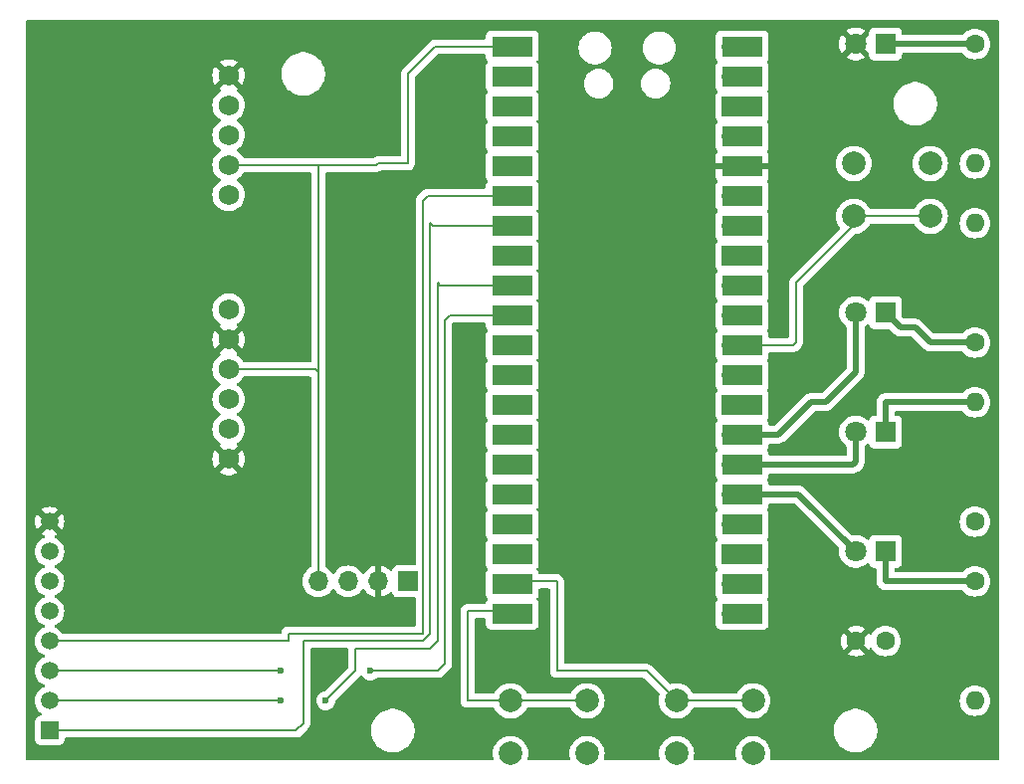
<source format=gbr>
%TF.GenerationSoftware,KiCad,Pcbnew,8.0.9-1.fc41*%
%TF.CreationDate,2025-03-30T20:33:57-04:00*%
%TF.ProjectId,pico_env,7069636f-5f65-46e7-962e-6b696361645f,rev?*%
%TF.SameCoordinates,Original*%
%TF.FileFunction,Copper,L1,Top*%
%TF.FilePolarity,Positive*%
%FSLAX46Y46*%
G04 Gerber Fmt 4.6, Leading zero omitted, Abs format (unit mm)*
G04 Created by KiCad (PCBNEW 8.0.9-1.fc41) date 2025-03-30 20:33:57*
%MOMM*%
%LPD*%
G01*
G04 APERTURE LIST*
%TA.AperFunction,ComponentPad*%
%ADD10C,1.600000*%
%TD*%
%TA.AperFunction,ComponentPad*%
%ADD11O,1.600000X1.600000*%
%TD*%
%TA.AperFunction,ComponentPad*%
%ADD12C,1.750000*%
%TD*%
%TA.AperFunction,ComponentPad*%
%ADD13O,1.700000X1.700000*%
%TD*%
%TA.AperFunction,ComponentPad*%
%ADD14R,1.700000X1.700000*%
%TD*%
%TA.AperFunction,ComponentPad*%
%ADD15R,1.508000X1.508000*%
%TD*%
%TA.AperFunction,ComponentPad*%
%ADD16C,1.508000*%
%TD*%
%TA.AperFunction,ComponentPad*%
%ADD17R,1.800000X1.800000*%
%TD*%
%TA.AperFunction,ComponentPad*%
%ADD18C,1.800000*%
%TD*%
%TA.AperFunction,SMDPad,CuDef*%
%ADD19R,3.500000X1.700000*%
%TD*%
%TA.AperFunction,ComponentPad*%
%ADD20C,2.000000*%
%TD*%
%TA.AperFunction,ViaPad*%
%ADD21C,0.600000*%
%TD*%
%TA.AperFunction,Conductor*%
%ADD22C,0.500000*%
%TD*%
%TA.AperFunction,Conductor*%
%ADD23C,0.200000*%
%TD*%
G04 APERTURE END LIST*
D10*
%TO.P,R3,1*%
%TO.N,Net-(D3-K)*%
X220980000Y-99060000D03*
D11*
%TO.P,R3,2*%
%TO.N,GND*%
X220980000Y-109220000D03*
%TD*%
D10*
%TO.P,R1,1*%
%TO.N,Net-(D1-K)*%
X220980000Y-78740000D03*
D11*
%TO.P,R1,2*%
%TO.N,GND*%
X220980000Y-68580000D03*
%TD*%
D10*
%TO.P,C1,1*%
%TO.N,+3.3V*%
X210860000Y-104140000D03*
%TO.P,C1,2*%
%TO.N,GND*%
X213360000Y-104140000D03*
%TD*%
D12*
%TO.P,GY-BME/BMP1,1,Vin3.3*%
%TO.N,+3.3V*%
X157480000Y-88646000D03*
%TO.P,GY-BME/BMP1,2,GND*%
%TO.N,GND*%
X157480000Y-86106000D03*
%TO.P,GY-BME/BMP1,3,SCL*%
%TO.N,/SCL*%
X157480000Y-83566000D03*
%TO.P,GY-BME/BMP1,4,SDA*%
%TO.N,/SDA*%
X157480000Y-81026000D03*
%TO.P,GY-BME/BMP1,5,CSB*%
%TO.N,+3.3V*%
X157480000Y-78486000D03*
%TO.P,GY-BME/BMP1,6,SDO*%
%TO.N,GND*%
X157480000Y-75946000D03*
%TD*%
D13*
%TO.P,SSD1,1,SDA*%
%TO.N,/SDA*%
X165100000Y-99060000D03*
%TO.P,SSD1,2,SCL*%
%TO.N,/SCL*%
X167640000Y-99060000D03*
%TO.P,SSD1,3,VCC*%
%TO.N,+3.3V*%
X170180000Y-99060000D03*
D14*
%TO.P,SSD1,4,GND*%
%TO.N,GND*%
X172720000Y-99060000D03*
%TD*%
D15*
%TO.P,RFID-RC522,1,SDA*%
%TO.N,/RFID_SDA*%
X142240000Y-111760000D03*
D16*
%TO.P,RFID-RC522,2,SCK*%
%TO.N,/RFID_SCK*%
X142240000Y-109220000D03*
%TO.P,RFID-RC522,3,MOSI*%
%TO.N,/MOSI*%
X142240000Y-106680000D03*
%TO.P,RFID-RC522,4,MISO*%
%TO.N,/MISO*%
X142240000Y-104140000D03*
%TO.P,RFID-RC522,5,IRQ*%
%TO.N,/RFID_IRQ*%
X142240000Y-101600000D03*
%TO.P,RFID-RC522,6,GND*%
%TO.N,GND*%
X142240000Y-99060000D03*
%TO.P,RFID-RC522,7,RST*%
%TO.N,/RFID_RST*%
X142240000Y-96520000D03*
%TO.P,RFID-RC522,8,3V3*%
%TO.N,+3.3V*%
X142240000Y-93980000D03*
%TD*%
D10*
%TO.P,R4,1*%
%TO.N,Net-(D4-K)*%
X220980000Y-53340000D03*
D11*
%TO.P,R4,2*%
%TO.N,GND*%
X220980000Y-63500000D03*
%TD*%
D17*
%TO.P,D1,1,K*%
%TO.N,Net-(D1-K)*%
X213360000Y-76200000D03*
D18*
%TO.P,D1,2,A*%
%TO.N,Net-(D1-A)*%
X210820000Y-76200000D03*
%TD*%
D17*
%TO.P,D2,1,K*%
%TO.N,Net-(D2-K)*%
X213360000Y-86360000D03*
D18*
%TO.P,D2,2,A*%
%TO.N,Net-(D2-A)*%
X210820000Y-86360000D03*
%TD*%
D17*
%TO.P,D3,1,K*%
%TO.N,Net-(D3-K)*%
X213360000Y-96520000D03*
D18*
%TO.P,D3,2,A*%
%TO.N,Net-(D3-A)*%
X210820000Y-96520000D03*
%TD*%
D13*
%TO.P,U1,1,GPIO0*%
%TO.N,/SDA*%
X182495000Y-53540000D03*
D19*
X181595000Y-53540000D03*
D13*
%TO.P,U1,2,GPIO1*%
%TO.N,/SCL*%
X182495000Y-56080000D03*
D19*
X181595000Y-56080000D03*
D14*
%TO.P,U1,3,GND*%
%TO.N,GND*%
X182495000Y-58620000D03*
D19*
X181595000Y-58620000D03*
D13*
%TO.P,U1,4,GPIO2*%
%TO.N,unconnected-(U1-GPIO2-Pad4)*%
X182495000Y-61160000D03*
D19*
X181595000Y-61160000D03*
D13*
%TO.P,U1,5,GPIO3*%
%TO.N,unconnected-(U1-GPIO3-Pad5)*%
X182495000Y-63700000D03*
D19*
X181595000Y-63700000D03*
D13*
%TO.P,U1,6,GPIO4*%
%TO.N,/MISO*%
X182495000Y-66240000D03*
D19*
X181595000Y-66240000D03*
D13*
%TO.P,U1,7,GPIO5*%
%TO.N,/RFID_SDA*%
X182495000Y-68780000D03*
D19*
X181595000Y-68780000D03*
D14*
%TO.P,U1,8,GND*%
%TO.N,GND*%
X182495000Y-71320000D03*
D19*
X181595000Y-71320000D03*
D13*
%TO.P,U1,9,GPIO6*%
%TO.N,/RFID_SCK*%
X182495000Y-73860000D03*
D19*
X181595000Y-73860000D03*
D13*
%TO.P,U1,10,GPIO7*%
%TO.N,/MOSI*%
X182495000Y-76400000D03*
D19*
X181595000Y-76400000D03*
D13*
%TO.P,U1,11,GPIO8*%
%TO.N,unconnected-(U1-GPIO8-Pad11)*%
X182495000Y-78940000D03*
D19*
X181595000Y-78940000D03*
D13*
%TO.P,U1,12,GPIO9*%
%TO.N,unconnected-(U1-GPIO9-Pad12)*%
X182495000Y-81480000D03*
D19*
X181595000Y-81480000D03*
D14*
%TO.P,U1,13,GND*%
%TO.N,unconnected-(U1-GND-Pad13)*%
X182495000Y-84020000D03*
D19*
X181595000Y-84020000D03*
D13*
%TO.P,U1,14,GPIO10*%
%TO.N,unconnected-(U1-GPIO10-Pad14)*%
X182495000Y-86560000D03*
D19*
X181595000Y-86560000D03*
D13*
%TO.P,U1,15,GPIO11*%
%TO.N,unconnected-(U1-GPIO11-Pad15)*%
X182495000Y-89100000D03*
D19*
X181595000Y-89100000D03*
D13*
%TO.P,U1,16,GPIO12*%
%TO.N,unconnected-(U1-GPIO12-Pad16)*%
X182495000Y-91640000D03*
D19*
X181595000Y-91640000D03*
D13*
%TO.P,U1,17,GPIO13*%
%TO.N,unconnected-(U1-GPIO13-Pad17)*%
X182495000Y-94180000D03*
D19*
X181595000Y-94180000D03*
D14*
%TO.P,U1,18,GND*%
%TO.N,GND*%
X182495000Y-96720000D03*
D19*
X181595000Y-96720000D03*
D13*
%TO.P,U1,19,GPIO14*%
%TO.N,Net-(U1-GPIO14)*%
X182495000Y-99260000D03*
D19*
X181595000Y-99260000D03*
D13*
%TO.P,U1,20,GPIO15*%
%TO.N,Net-(U1-GPIO15)*%
X182495000Y-101800000D03*
D19*
X181595000Y-101800000D03*
D13*
%TO.P,U1,21,GPIO16*%
%TO.N,/RFID_IRQ*%
X200275000Y-101800000D03*
D19*
X201175000Y-101800000D03*
D13*
%TO.P,U1,22,GPIO17*%
%TO.N,unconnected-(U1-GPIO17-Pad22)*%
X200275000Y-99260000D03*
D19*
X201175000Y-99260000D03*
D14*
%TO.P,U1,23,GND*%
%TO.N,unconnected-(U1-GND-Pad23)*%
X200275000Y-96720000D03*
D19*
X201175000Y-96720000D03*
D13*
%TO.P,U1,24,GPIO18*%
%TO.N,unconnected-(U1-GPIO18-Pad24)*%
X200275000Y-94180000D03*
D19*
X201175000Y-94180000D03*
D13*
%TO.P,U1,25,GPIO19*%
%TO.N,Net-(D3-A)*%
X200275000Y-91640000D03*
D19*
X201175000Y-91640000D03*
D13*
%TO.P,U1,26,GPIO20*%
%TO.N,Net-(D2-A)*%
X200275000Y-89100000D03*
D19*
X201175000Y-89100000D03*
D13*
%TO.P,U1,27,GPIO21*%
%TO.N,Net-(D1-A)*%
X200275000Y-86560000D03*
D19*
X201175000Y-86560000D03*
D14*
%TO.P,U1,28,GND*%
%TO.N,GND*%
X200275000Y-84020000D03*
D19*
X201175000Y-84020000D03*
D13*
%TO.P,U1,29,GPIO22*%
%TO.N,/RFID_RST*%
X200275000Y-81480000D03*
D19*
X201175000Y-81480000D03*
D13*
%TO.P,U1,30,RUN*%
%TO.N,Net-(U1-RUN)*%
X200275000Y-78940000D03*
D19*
X201175000Y-78940000D03*
D13*
%TO.P,U1,31,GPIO26_ADC0*%
%TO.N,unconnected-(U1-GPIO26_ADC0-Pad31)*%
X200275000Y-76400000D03*
D19*
X201175000Y-76400000D03*
D13*
%TO.P,U1,32,GPIO27_ADC1*%
%TO.N,unconnected-(U1-GPIO27_ADC1-Pad32)*%
X200275000Y-73860000D03*
D19*
X201175000Y-73860000D03*
D14*
%TO.P,U1,33,AGND*%
%TO.N,unconnected-(U1-AGND-Pad33)*%
X200275000Y-71320000D03*
D19*
X201175000Y-71320000D03*
D13*
%TO.P,U1,34,GPIO28_ADC2*%
%TO.N,unconnected-(U1-GPIO28_ADC2-Pad34)*%
X200275000Y-68780000D03*
D19*
X201175000Y-68780000D03*
D13*
%TO.P,U1,35,ADC_VREF*%
%TO.N,unconnected-(U1-ADC_VREF-Pad35)*%
X200275000Y-66240000D03*
D19*
X201175000Y-66240000D03*
D13*
%TO.P,U1,36,3V3*%
%TO.N,+3.3V*%
X200275000Y-63700000D03*
D19*
X201175000Y-63700000D03*
D13*
%TO.P,U1,37,3V3_EN*%
%TO.N,unconnected-(U1-3V3_EN-Pad37)*%
X200275000Y-61160000D03*
D19*
X201175000Y-61160000D03*
D14*
%TO.P,U1,38,GND*%
%TO.N,GND*%
X200275000Y-58620000D03*
D19*
X201175000Y-58620000D03*
D13*
%TO.P,U1,39,VSYS*%
%TO.N,unconnected-(U1-VSYS-Pad39)*%
X200275000Y-56080000D03*
D19*
X201175000Y-56080000D03*
D13*
%TO.P,U1,40,VBUS*%
%TO.N,unconnected-(U1-VBUS-Pad40)*%
X200275000Y-53540000D03*
D19*
X201175000Y-53540000D03*
%TD*%
D17*
%TO.P,D4,1,K*%
%TO.N,Net-(D4-K)*%
X213360000Y-53340000D03*
D18*
%TO.P,D4,2,A*%
%TO.N,+3.3V*%
X210820000Y-53340000D03*
%TD*%
D20*
%TO.P,Reset,1,1*%
%TO.N,Net-(U1-RUN)*%
X217170000Y-68000000D03*
X210670000Y-68000000D03*
%TO.P,Reset,2,2*%
%TO.N,GND*%
X217170000Y-63500000D03*
X210670000Y-63500000D03*
%TD*%
D10*
%TO.P,R2,1*%
%TO.N,GND*%
X220980000Y-93980000D03*
D11*
%TO.P,R2,2*%
%TO.N,Net-(D2-K)*%
X220980000Y-83820000D03*
%TD*%
D20*
%TO.P,SW2,1,1*%
%TO.N,GND*%
X202080000Y-113720000D03*
X195580000Y-113720000D03*
%TO.P,SW2,2,2*%
%TO.N,Net-(U1-GPIO14)*%
X202080000Y-109220000D03*
X195580000Y-109220000D03*
%TD*%
D12*
%TO.P,U2,1,ADDR*%
%TO.N,unconnected-(U2-ADDR-Pad1)*%
X157480000Y-66167000D03*
%TO.P,U2,2,SDA*%
%TO.N,/SDA*%
X157480000Y-63627000D03*
%TO.P,U2,3,SCL*%
%TO.N,/SCL*%
X157480000Y-61087000D03*
%TO.P,U2,4,GND*%
%TO.N,GND*%
X157480000Y-58547000D03*
%TO.P,U2,5,VCC*%
%TO.N,+3.3V*%
X157480000Y-56007000D03*
%TD*%
D20*
%TO.P,SW3,1,1*%
%TO.N,GND*%
X187960000Y-113720000D03*
X181460000Y-113720000D03*
%TO.P,SW3,2,2*%
%TO.N,Net-(U1-GPIO15)*%
X187960000Y-109220000D03*
X181460000Y-109220000D03*
%TD*%
D21*
%TO.N,+3.3V*%
X163830000Y-91440000D03*
X166370000Y-91440000D03*
%TO.N,/MOSI*%
X161925000Y-106680000D03*
X169545000Y-106680000D03*
%TO.N,/RFID_SCK*%
X165735000Y-109220000D03*
X161925000Y-109220000D03*
%TD*%
D22*
%TO.N,Net-(D1-K)*%
X217170000Y-78740000D02*
X220980000Y-78740000D01*
X214630000Y-77470000D02*
X215900000Y-77470000D01*
X213360000Y-76200000D02*
X214630000Y-77470000D01*
X215900000Y-77470000D02*
X217170000Y-78740000D01*
%TO.N,Net-(D1-A)*%
X204270000Y-86560000D02*
X200275000Y-86560000D01*
X210820000Y-76200000D02*
X210820000Y-81280000D01*
X207010000Y-83820000D02*
X204270000Y-86560000D01*
X210820000Y-81280000D02*
X208280000Y-83820000D01*
X208280000Y-83820000D02*
X207010000Y-83820000D01*
%TO.N,Net-(D2-K)*%
X213360000Y-86360000D02*
X213360000Y-83820000D01*
X213360000Y-83820000D02*
X220980000Y-83820000D01*
%TO.N,Net-(D2-A)*%
X210620000Y-89100000D02*
X200275000Y-89100000D01*
X210820000Y-88900000D02*
X210620000Y-89100000D01*
X210820000Y-86360000D02*
X210820000Y-88900000D01*
%TO.N,Net-(D3-K)*%
X213360000Y-96520000D02*
X213360000Y-99060000D01*
X213360000Y-99060000D02*
X220980000Y-99060000D01*
%TO.N,Net-(D3-A)*%
X210820000Y-96520000D02*
X205940000Y-91640000D01*
X205940000Y-91640000D02*
X200275000Y-91640000D01*
%TO.N,Net-(D4-K)*%
X213360000Y-53340000D02*
X220980000Y-53340000D01*
%TO.N,+3.3V*%
X205740000Y-58420000D02*
X205740000Y-63500000D01*
X210820000Y-53340000D02*
X205740000Y-58420000D01*
X205540000Y-63700000D02*
X200275000Y-63700000D01*
X205740000Y-63500000D02*
X205540000Y-63700000D01*
D23*
%TO.N,/SDA*%
X165100000Y-81280000D02*
X165100000Y-99060000D01*
X165100000Y-63627000D02*
X157480000Y-63627000D01*
X164846000Y-81026000D02*
X165100000Y-81280000D01*
X157480000Y-81026000D02*
X164846000Y-81026000D01*
X172720000Y-63500000D02*
X170180000Y-63500000D01*
X170053000Y-63627000D02*
X165100000Y-63627000D01*
X182495000Y-53540000D02*
X175060000Y-53540000D01*
X165100000Y-63627000D02*
X165100000Y-81280000D01*
X175060000Y-53540000D02*
X172720000Y-55880000D01*
X170180000Y-63500000D02*
X170053000Y-63627000D01*
X172720000Y-55880000D02*
X172720000Y-63500000D01*
%TO.N,Net-(U1-RUN)*%
X205740000Y-73660000D02*
X205740000Y-78740000D01*
X210670000Y-68730000D02*
X205740000Y-73660000D01*
X205540000Y-78940000D02*
X200275000Y-78940000D01*
X205740000Y-78740000D02*
X205540000Y-78940000D01*
X210670000Y-68000000D02*
X217170000Y-68000000D01*
%TO.N,Net-(U1-GPIO14)*%
X185420000Y-99060000D02*
X182695000Y-99060000D01*
X182695000Y-99060000D02*
X182495000Y-99260000D01*
X185420000Y-106680000D02*
X185420000Y-99060000D01*
X193040000Y-106680000D02*
X185420000Y-106680000D01*
X195580000Y-109220000D02*
X193040000Y-106680000D01*
X195580000Y-109220000D02*
X202080000Y-109220000D01*
%TO.N,Net-(U1-GPIO15)*%
X181460000Y-109220000D02*
X187960000Y-109220000D01*
X177800000Y-101600000D02*
X180340000Y-101600000D01*
X180340000Y-101600000D02*
X180540000Y-101800000D01*
X180540000Y-101800000D02*
X182495000Y-101800000D01*
X177800000Y-109220000D02*
X177800000Y-101600000D01*
X181460000Y-109220000D02*
X177800000Y-109220000D01*
%TO.N,/MISO*%
X174425000Y-66240000D02*
X173990000Y-66675000D01*
X162560000Y-103505000D02*
X162560000Y-104140000D01*
X173990000Y-66675000D02*
X173990000Y-103505000D01*
X173990000Y-103505000D02*
X162560000Y-103505000D01*
X162560000Y-104140000D02*
X142240000Y-104140000D01*
X182495000Y-66240000D02*
X174425000Y-66240000D01*
%TO.N,/RFID_SDA*%
X174625000Y-103505000D02*
X173990000Y-104140000D01*
X163830000Y-111125000D02*
X163195000Y-111760000D01*
X163195000Y-111760000D02*
X142240000Y-111760000D01*
X174625000Y-68580000D02*
X174625000Y-103505000D01*
X173990000Y-104140000D02*
X163830000Y-104140000D01*
X174825000Y-68780000D02*
X174625000Y-68580000D01*
X182495000Y-68780000D02*
X174825000Y-68780000D01*
X163830000Y-104140000D02*
X163830000Y-111125000D01*
%TO.N,/MOSI*%
X175895000Y-106045000D02*
X175260000Y-106680000D01*
X175260000Y-106680000D02*
X169545000Y-106680000D01*
X176330000Y-76400000D02*
X175895000Y-76835000D01*
X182495000Y-76400000D02*
X176330000Y-76400000D01*
X142240000Y-106680000D02*
X161925000Y-106680000D01*
X175895000Y-76835000D02*
X175895000Y-106045000D01*
%TO.N,/RFID_SCK*%
X175260000Y-104140000D02*
X175260000Y-73660000D01*
X168275000Y-106680000D02*
X168275000Y-104775000D01*
X174625000Y-104775000D02*
X175260000Y-104140000D01*
X165735000Y-109220000D02*
X168275000Y-106680000D01*
X175260000Y-73660000D02*
X175460000Y-73860000D01*
X175460000Y-73860000D02*
X182495000Y-73860000D01*
X168275000Y-104775000D02*
X174625000Y-104775000D01*
X142240000Y-109220000D02*
X161925000Y-109220000D01*
%TD*%
%TA.AperFunction,Conductor*%
%TO.N,+3.3V*%
G36*
X179287540Y-54160185D02*
G01*
X179333295Y-54212989D01*
X179344501Y-54264500D01*
X179344501Y-54437876D01*
X179350908Y-54497483D01*
X179401202Y-54632328D01*
X179401203Y-54632330D01*
X179478578Y-54735689D01*
X179502995Y-54801153D01*
X179488144Y-54869426D01*
X179478578Y-54884311D01*
X179401203Y-54987669D01*
X179401202Y-54987671D01*
X179350908Y-55122517D01*
X179344501Y-55182116D01*
X179344501Y-55182123D01*
X179344500Y-55182135D01*
X179344500Y-56977870D01*
X179344501Y-56977876D01*
X179350908Y-57037483D01*
X179401202Y-57172328D01*
X179401203Y-57172330D01*
X179478578Y-57275689D01*
X179502995Y-57341153D01*
X179488144Y-57409426D01*
X179478578Y-57424311D01*
X179401203Y-57527669D01*
X179401202Y-57527671D01*
X179350908Y-57662517D01*
X179344501Y-57722116D01*
X179344501Y-57722123D01*
X179344500Y-57722135D01*
X179344500Y-59517870D01*
X179344501Y-59517876D01*
X179350908Y-59577483D01*
X179401202Y-59712328D01*
X179401203Y-59712330D01*
X179478578Y-59815689D01*
X179502995Y-59881153D01*
X179488144Y-59949426D01*
X179478578Y-59964311D01*
X179401203Y-60067669D01*
X179401202Y-60067671D01*
X179350908Y-60202517D01*
X179344501Y-60262116D01*
X179344501Y-60262123D01*
X179344500Y-60262135D01*
X179344500Y-62057870D01*
X179344501Y-62057876D01*
X179350908Y-62117483D01*
X179401202Y-62252328D01*
X179401203Y-62252330D01*
X179478578Y-62355689D01*
X179502995Y-62421153D01*
X179488144Y-62489426D01*
X179478578Y-62504309D01*
X179478265Y-62504729D01*
X179401203Y-62607669D01*
X179401202Y-62607671D01*
X179350908Y-62742517D01*
X179346514Y-62783393D01*
X179344501Y-62802123D01*
X179344500Y-62802135D01*
X179344500Y-64597870D01*
X179344501Y-64597876D01*
X179350908Y-64657483D01*
X179401202Y-64792328D01*
X179401203Y-64792330D01*
X179478578Y-64895689D01*
X179502995Y-64961153D01*
X179488144Y-65029426D01*
X179478578Y-65044311D01*
X179401203Y-65147669D01*
X179401202Y-65147671D01*
X179350908Y-65282517D01*
X179344501Y-65342116D01*
X179344501Y-65342123D01*
X179344500Y-65342135D01*
X179344500Y-65515500D01*
X179324815Y-65582539D01*
X179272011Y-65628294D01*
X179220500Y-65639500D01*
X174511669Y-65639500D01*
X174511653Y-65639499D01*
X174504057Y-65639499D01*
X174345943Y-65639499D01*
X174238587Y-65668265D01*
X174193210Y-65680424D01*
X174193209Y-65680425D01*
X174143096Y-65709359D01*
X174143095Y-65709360D01*
X174099689Y-65734420D01*
X174056285Y-65759479D01*
X174056282Y-65759481D01*
X173509481Y-66306282D01*
X173509479Y-66306285D01*
X173459361Y-66393094D01*
X173459359Y-66393096D01*
X173430425Y-66443209D01*
X173430424Y-66443210D01*
X173430423Y-66443215D01*
X173389499Y-66595943D01*
X173389499Y-66595945D01*
X173389499Y-66764046D01*
X173389500Y-66764059D01*
X173389500Y-97585500D01*
X173369815Y-97652539D01*
X173317011Y-97698294D01*
X173265500Y-97709500D01*
X171822129Y-97709500D01*
X171822123Y-97709501D01*
X171762516Y-97715908D01*
X171627671Y-97766202D01*
X171627664Y-97766206D01*
X171512455Y-97852452D01*
X171512452Y-97852455D01*
X171426206Y-97967664D01*
X171426202Y-97967671D01*
X171376997Y-98099598D01*
X171335126Y-98155532D01*
X171269661Y-98179949D01*
X171201388Y-98165097D01*
X171173134Y-98143946D01*
X171051082Y-98021894D01*
X170857578Y-97886399D01*
X170643492Y-97786570D01*
X170643486Y-97786567D01*
X170430000Y-97729364D01*
X170430000Y-98626988D01*
X170372993Y-98594075D01*
X170245826Y-98560000D01*
X170114174Y-98560000D01*
X169987007Y-98594075D01*
X169930000Y-98626988D01*
X169930000Y-97729364D01*
X169929999Y-97729364D01*
X169716513Y-97786567D01*
X169716507Y-97786570D01*
X169502422Y-97886399D01*
X169502420Y-97886400D01*
X169308926Y-98021886D01*
X169308920Y-98021891D01*
X169141891Y-98188920D01*
X169141890Y-98188922D01*
X169011880Y-98374595D01*
X168957303Y-98418219D01*
X168887804Y-98425412D01*
X168825450Y-98393890D01*
X168808730Y-98374594D01*
X168678494Y-98188597D01*
X168511402Y-98021506D01*
X168511395Y-98021501D01*
X168317834Y-97885967D01*
X168317830Y-97885965D01*
X168297860Y-97876653D01*
X168103663Y-97786097D01*
X168103659Y-97786096D01*
X168103655Y-97786094D01*
X167875413Y-97724938D01*
X167875403Y-97724936D01*
X167640001Y-97704341D01*
X167639999Y-97704341D01*
X167404596Y-97724936D01*
X167404586Y-97724938D01*
X167176344Y-97786094D01*
X167176335Y-97786098D01*
X166962171Y-97885964D01*
X166962169Y-97885965D01*
X166768597Y-98021505D01*
X166601505Y-98188597D01*
X166471575Y-98374158D01*
X166416998Y-98417783D01*
X166347500Y-98424977D01*
X166285145Y-98393454D01*
X166268425Y-98374158D01*
X166138494Y-98188597D01*
X165971402Y-98021506D01*
X165971395Y-98021501D01*
X165777831Y-97885965D01*
X165777826Y-97885962D01*
X165772091Y-97883288D01*
X165719653Y-97837113D01*
X165700500Y-97770908D01*
X165700500Y-64351500D01*
X165720185Y-64284461D01*
X165772989Y-64238706D01*
X165824500Y-64227500D01*
X169966331Y-64227500D01*
X169966347Y-64227501D01*
X169973943Y-64227501D01*
X170132054Y-64227501D01*
X170132057Y-64227501D01*
X170284785Y-64186577D01*
X170343402Y-64152734D01*
X170405104Y-64117111D01*
X170467101Y-64100500D01*
X172799055Y-64100500D01*
X172799057Y-64100500D01*
X172951784Y-64059577D01*
X173088716Y-63980520D01*
X173200520Y-63868716D01*
X173279577Y-63731784D01*
X173320500Y-63579057D01*
X173320500Y-56180097D01*
X173340185Y-56113058D01*
X173356819Y-56092416D01*
X175272417Y-54176819D01*
X175333740Y-54143334D01*
X175360098Y-54140500D01*
X179220501Y-54140500D01*
X179287540Y-54160185D01*
G37*
%TD.AperFunction*%
%TA.AperFunction,Conductor*%
G36*
X222962539Y-51320185D02*
G01*
X223008294Y-51372989D01*
X223019500Y-51424500D01*
X223019500Y-114176000D01*
X222999815Y-114243039D01*
X222947011Y-114288794D01*
X222895500Y-114300000D01*
X203640304Y-114300000D01*
X203573265Y-114280315D01*
X203527510Y-114227511D01*
X203517566Y-114158353D01*
X203520098Y-114145559D01*
X203565108Y-113967821D01*
X203585643Y-113720000D01*
X203568743Y-113516052D01*
X203565109Y-113472187D01*
X203565107Y-113472175D01*
X203504063Y-113231118D01*
X203404173Y-113003393D01*
X203268166Y-112795217D01*
X203232366Y-112756328D01*
X203099744Y-112612262D01*
X202903509Y-112459526D01*
X202903507Y-112459525D01*
X202903506Y-112459524D01*
X202684811Y-112341172D01*
X202684802Y-112341169D01*
X202449616Y-112260429D01*
X202204335Y-112219500D01*
X201955665Y-112219500D01*
X201710383Y-112260429D01*
X201475197Y-112341169D01*
X201475188Y-112341172D01*
X201256493Y-112459524D01*
X201060257Y-112612261D01*
X200891833Y-112795217D01*
X200755826Y-113003393D01*
X200655936Y-113231118D01*
X200594892Y-113472175D01*
X200594890Y-113472187D01*
X200574357Y-113719994D01*
X200574357Y-113720005D01*
X200594890Y-113967812D01*
X200594892Y-113967821D01*
X200639902Y-114145559D01*
X200637277Y-114215380D01*
X200597321Y-114272697D01*
X200532720Y-114299314D01*
X200519696Y-114300000D01*
X197140304Y-114300000D01*
X197073265Y-114280315D01*
X197027510Y-114227511D01*
X197017566Y-114158353D01*
X197020098Y-114145559D01*
X197065108Y-113967821D01*
X197085643Y-113720000D01*
X197068743Y-113516052D01*
X197065109Y-113472187D01*
X197065107Y-113472175D01*
X197004063Y-113231118D01*
X196904173Y-113003393D01*
X196768166Y-112795217D01*
X196732366Y-112756328D01*
X196599744Y-112612262D01*
X196403509Y-112459526D01*
X196403507Y-112459525D01*
X196403506Y-112459524D01*
X196184811Y-112341172D01*
X196184802Y-112341169D01*
X195949616Y-112260429D01*
X195704335Y-112219500D01*
X195455665Y-112219500D01*
X195210383Y-112260429D01*
X194975197Y-112341169D01*
X194975188Y-112341172D01*
X194756493Y-112459524D01*
X194560257Y-112612261D01*
X194391833Y-112795217D01*
X194255826Y-113003393D01*
X194155936Y-113231118D01*
X194094892Y-113472175D01*
X194094890Y-113472187D01*
X194074357Y-113719994D01*
X194074357Y-113720005D01*
X194094890Y-113967812D01*
X194094892Y-113967821D01*
X194139902Y-114145559D01*
X194137277Y-114215380D01*
X194097321Y-114272697D01*
X194032720Y-114299314D01*
X194019696Y-114300000D01*
X189520304Y-114300000D01*
X189453265Y-114280315D01*
X189407510Y-114227511D01*
X189397566Y-114158353D01*
X189400098Y-114145559D01*
X189445108Y-113967821D01*
X189465643Y-113720000D01*
X189448743Y-113516052D01*
X189445109Y-113472187D01*
X189445107Y-113472175D01*
X189384063Y-113231118D01*
X189284173Y-113003393D01*
X189148166Y-112795217D01*
X189112366Y-112756328D01*
X188979744Y-112612262D01*
X188783509Y-112459526D01*
X188783507Y-112459525D01*
X188783506Y-112459524D01*
X188564811Y-112341172D01*
X188564802Y-112341169D01*
X188329616Y-112260429D01*
X188084335Y-112219500D01*
X187835665Y-112219500D01*
X187590383Y-112260429D01*
X187355197Y-112341169D01*
X187355188Y-112341172D01*
X187136493Y-112459524D01*
X186940257Y-112612261D01*
X186771833Y-112795217D01*
X186635826Y-113003393D01*
X186535936Y-113231118D01*
X186474892Y-113472175D01*
X186474890Y-113472187D01*
X186454357Y-113719994D01*
X186454357Y-113720005D01*
X186474890Y-113967812D01*
X186474892Y-113967821D01*
X186519902Y-114145559D01*
X186517277Y-114215380D01*
X186477321Y-114272697D01*
X186412720Y-114299314D01*
X186399696Y-114300000D01*
X183020304Y-114300000D01*
X182953265Y-114280315D01*
X182907510Y-114227511D01*
X182897566Y-114158353D01*
X182900098Y-114145559D01*
X182945108Y-113967821D01*
X182965643Y-113720000D01*
X182948743Y-113516052D01*
X182945109Y-113472187D01*
X182945107Y-113472175D01*
X182884063Y-113231118D01*
X182784173Y-113003393D01*
X182648166Y-112795217D01*
X182612366Y-112756328D01*
X182479744Y-112612262D01*
X182283509Y-112459526D01*
X182283507Y-112459525D01*
X182283506Y-112459524D01*
X182064811Y-112341172D01*
X182064802Y-112341169D01*
X181829616Y-112260429D01*
X181584335Y-112219500D01*
X181335665Y-112219500D01*
X181090383Y-112260429D01*
X180855197Y-112341169D01*
X180855188Y-112341172D01*
X180636493Y-112459524D01*
X180440257Y-112612261D01*
X180271833Y-112795217D01*
X180135826Y-113003393D01*
X180035936Y-113231118D01*
X179974892Y-113472175D01*
X179974890Y-113472187D01*
X179954357Y-113719994D01*
X179954357Y-113720005D01*
X179974890Y-113967812D01*
X179974892Y-113967821D01*
X180019902Y-114145559D01*
X180017277Y-114215380D01*
X179977321Y-114272697D01*
X179912720Y-114299314D01*
X179899696Y-114300000D01*
X140324500Y-114300000D01*
X140257461Y-114280315D01*
X140211706Y-114227511D01*
X140200500Y-114176000D01*
X140200500Y-96519997D01*
X140980708Y-96519997D01*
X140980708Y-96520002D01*
X140999838Y-96738668D01*
X140999839Y-96738675D01*
X141003224Y-96751308D01*
X141056653Y-96950703D01*
X141056654Y-96950706D01*
X141056655Y-96950708D01*
X141149419Y-97149642D01*
X141149423Y-97149650D01*
X141275322Y-97329452D01*
X141275327Y-97329458D01*
X141430541Y-97484672D01*
X141430547Y-97484677D01*
X141610349Y-97610576D01*
X141610351Y-97610577D01*
X141610354Y-97610579D01*
X141626003Y-97617876D01*
X141754120Y-97677618D01*
X141806560Y-97723790D01*
X141825712Y-97790983D01*
X141805496Y-97857865D01*
X141754120Y-97902382D01*
X141610357Y-97969419D01*
X141610349Y-97969423D01*
X141430547Y-98095322D01*
X141430541Y-98095327D01*
X141275327Y-98250541D01*
X141275322Y-98250547D01*
X141149423Y-98430349D01*
X141149419Y-98430357D01*
X141056655Y-98629291D01*
X140999839Y-98841324D01*
X140999838Y-98841331D01*
X140980708Y-99059997D01*
X140980708Y-99060002D01*
X140999838Y-99278668D01*
X140999839Y-99278675D01*
X141004323Y-99295408D01*
X141056653Y-99490703D01*
X141056654Y-99490706D01*
X141056655Y-99490708D01*
X141149419Y-99689642D01*
X141149423Y-99689650D01*
X141275322Y-99869452D01*
X141275327Y-99869458D01*
X141430541Y-100024672D01*
X141430547Y-100024677D01*
X141610349Y-100150576D01*
X141610351Y-100150577D01*
X141610354Y-100150579D01*
X141626003Y-100157876D01*
X141754120Y-100217618D01*
X141806560Y-100263790D01*
X141825712Y-100330983D01*
X141805496Y-100397865D01*
X141754120Y-100442382D01*
X141610357Y-100509419D01*
X141610349Y-100509423D01*
X141430547Y-100635322D01*
X141430541Y-100635327D01*
X141275327Y-100790541D01*
X141275322Y-100790547D01*
X141149423Y-100970349D01*
X141149419Y-100970357D01*
X141056655Y-101169291D01*
X140999839Y-101381324D01*
X140999838Y-101381331D01*
X140980708Y-101599997D01*
X140980708Y-101600002D01*
X140993517Y-101746421D01*
X140999839Y-101818674D01*
X141056653Y-102030703D01*
X141056654Y-102030706D01*
X141056655Y-102030708D01*
X141149419Y-102229642D01*
X141149423Y-102229650D01*
X141275322Y-102409452D01*
X141275327Y-102409458D01*
X141430541Y-102564672D01*
X141430547Y-102564677D01*
X141610349Y-102690576D01*
X141610351Y-102690577D01*
X141610354Y-102690579D01*
X141626003Y-102697876D01*
X141754120Y-102757618D01*
X141806560Y-102803790D01*
X141825712Y-102870983D01*
X141805496Y-102937865D01*
X141754120Y-102982382D01*
X141610357Y-103049419D01*
X141610349Y-103049423D01*
X141430547Y-103175322D01*
X141430541Y-103175327D01*
X141275327Y-103330541D01*
X141275322Y-103330547D01*
X141149423Y-103510349D01*
X141149419Y-103510357D01*
X141056655Y-103709291D01*
X140999839Y-103921324D01*
X140999838Y-103921331D01*
X140980708Y-104139997D01*
X140980708Y-104140002D01*
X140999838Y-104358668D01*
X140999839Y-104358675D01*
X141016240Y-104419885D01*
X141056653Y-104570703D01*
X141056654Y-104570706D01*
X141056655Y-104570708D01*
X141149419Y-104769642D01*
X141149423Y-104769650D01*
X141275322Y-104949452D01*
X141275327Y-104949458D01*
X141430541Y-105104672D01*
X141430547Y-105104677D01*
X141610349Y-105230576D01*
X141610351Y-105230577D01*
X141610354Y-105230579D01*
X141663841Y-105255520D01*
X141754120Y-105297618D01*
X141806560Y-105343790D01*
X141825712Y-105410983D01*
X141805496Y-105477865D01*
X141754120Y-105522382D01*
X141610357Y-105589419D01*
X141610349Y-105589423D01*
X141430547Y-105715322D01*
X141430541Y-105715327D01*
X141275327Y-105870541D01*
X141275322Y-105870547D01*
X141149423Y-106050349D01*
X141149419Y-106050357D01*
X141056655Y-106249291D01*
X141056653Y-106249295D01*
X141056653Y-106249297D01*
X141038149Y-106318355D01*
X140999839Y-106461324D01*
X140999838Y-106461331D01*
X140980708Y-106679997D01*
X140980708Y-106680002D01*
X140999838Y-106898668D01*
X140999839Y-106898675D01*
X141003352Y-106911784D01*
X141056653Y-107110703D01*
X141056654Y-107110706D01*
X141056655Y-107110708D01*
X141149419Y-107309642D01*
X141149423Y-107309650D01*
X141275322Y-107489452D01*
X141275327Y-107489458D01*
X141430541Y-107644672D01*
X141430547Y-107644677D01*
X141610349Y-107770576D01*
X141610351Y-107770577D01*
X141610354Y-107770579D01*
X141666618Y-107796815D01*
X141754120Y-107837618D01*
X141806560Y-107883790D01*
X141825712Y-107950983D01*
X141805496Y-108017865D01*
X141754120Y-108062382D01*
X141610357Y-108129419D01*
X141610349Y-108129423D01*
X141430547Y-108255322D01*
X141430541Y-108255327D01*
X141275327Y-108410541D01*
X141275322Y-108410547D01*
X141149423Y-108590349D01*
X141149419Y-108590357D01*
X141056655Y-108789291D01*
X140999839Y-109001324D01*
X140999838Y-109001331D01*
X140980708Y-109219997D01*
X140980708Y-109220002D01*
X140999838Y-109438668D01*
X140999839Y-109438675D01*
X141003352Y-109451784D01*
X141056653Y-109650703D01*
X141056654Y-109650706D01*
X141056655Y-109650708D01*
X141149419Y-109849642D01*
X141149423Y-109849650D01*
X141275322Y-110029452D01*
X141275327Y-110029458D01*
X141430541Y-110184672D01*
X141430547Y-110184677D01*
X141566576Y-110279925D01*
X141610201Y-110334502D01*
X141617395Y-110404000D01*
X141585872Y-110466355D01*
X141525643Y-110501769D01*
X141495455Y-110505500D01*
X141438130Y-110505500D01*
X141438123Y-110505501D01*
X141378516Y-110511908D01*
X141243671Y-110562202D01*
X141243664Y-110562206D01*
X141128455Y-110648452D01*
X141128452Y-110648455D01*
X141042206Y-110763664D01*
X141042202Y-110763671D01*
X140991908Y-110898517D01*
X140987471Y-110939794D01*
X140985501Y-110958123D01*
X140985500Y-110958135D01*
X140985500Y-112561870D01*
X140985501Y-112561876D01*
X140991908Y-112621483D01*
X141042202Y-112756328D01*
X141042206Y-112756335D01*
X141128452Y-112871544D01*
X141128455Y-112871547D01*
X141243664Y-112957793D01*
X141243671Y-112957797D01*
X141378517Y-113008091D01*
X141378516Y-113008091D01*
X141385444Y-113008835D01*
X141438127Y-113014500D01*
X143041872Y-113014499D01*
X143101483Y-113008091D01*
X143236331Y-112957796D01*
X143351546Y-112871546D01*
X143437796Y-112756331D01*
X143488091Y-112621483D01*
X143494500Y-112561873D01*
X143494500Y-112484500D01*
X143514185Y-112417461D01*
X143566989Y-112371706D01*
X143618500Y-112360500D01*
X163108331Y-112360500D01*
X163108347Y-112360501D01*
X163115943Y-112360501D01*
X163274054Y-112360501D01*
X163274057Y-112360501D01*
X163426785Y-112319577D01*
X163476904Y-112290639D01*
X163563716Y-112240520D01*
X163675520Y-112128716D01*
X163675520Y-112128714D01*
X163685728Y-112118507D01*
X163685729Y-112118504D01*
X164165524Y-111638711D01*
X169599500Y-111638711D01*
X169599500Y-111881288D01*
X169631161Y-112121785D01*
X169693947Y-112356104D01*
X169779179Y-112561872D01*
X169786776Y-112580212D01*
X169908064Y-112790289D01*
X169908066Y-112790292D01*
X169908067Y-112790293D01*
X170055733Y-112982736D01*
X170055739Y-112982743D01*
X170227256Y-113154260D01*
X170227262Y-113154265D01*
X170419711Y-113301936D01*
X170629788Y-113423224D01*
X170853900Y-113516054D01*
X171088211Y-113578838D01*
X171268586Y-113602584D01*
X171328711Y-113610500D01*
X171328712Y-113610500D01*
X171571289Y-113610500D01*
X171619388Y-113604167D01*
X171811789Y-113578838D01*
X172046100Y-113516054D01*
X172270212Y-113423224D01*
X172480289Y-113301936D01*
X172672738Y-113154265D01*
X172844265Y-112982738D01*
X172991936Y-112790289D01*
X173113224Y-112580212D01*
X173206054Y-112356100D01*
X173268838Y-112121789D01*
X173300500Y-111881288D01*
X173300500Y-111638712D01*
X173300500Y-111638711D01*
X208969500Y-111638711D01*
X208969500Y-111881288D01*
X209001161Y-112121785D01*
X209063947Y-112356104D01*
X209149179Y-112561872D01*
X209156776Y-112580212D01*
X209278064Y-112790289D01*
X209278066Y-112790292D01*
X209278067Y-112790293D01*
X209425733Y-112982736D01*
X209425739Y-112982743D01*
X209597256Y-113154260D01*
X209597262Y-113154265D01*
X209789711Y-113301936D01*
X209999788Y-113423224D01*
X210223900Y-113516054D01*
X210458211Y-113578838D01*
X210638586Y-113602584D01*
X210698711Y-113610500D01*
X210698712Y-113610500D01*
X210941289Y-113610500D01*
X210989388Y-113604167D01*
X211181789Y-113578838D01*
X211416100Y-113516054D01*
X211640212Y-113423224D01*
X211850289Y-113301936D01*
X212042738Y-113154265D01*
X212214265Y-112982738D01*
X212361936Y-112790289D01*
X212483224Y-112580212D01*
X212576054Y-112356100D01*
X212638838Y-112121789D01*
X212670500Y-111881288D01*
X212670500Y-111638712D01*
X212638838Y-111398211D01*
X212576054Y-111163900D01*
X212574231Y-111159500D01*
X212559188Y-111123181D01*
X212483224Y-110939788D01*
X212361936Y-110729711D01*
X212214265Y-110537262D01*
X212214260Y-110537256D01*
X212042743Y-110365739D01*
X212042736Y-110365733D01*
X211850293Y-110218067D01*
X211850292Y-110218066D01*
X211850289Y-110218064D01*
X211640212Y-110096776D01*
X211640205Y-110096773D01*
X211416104Y-110003947D01*
X211181785Y-109941161D01*
X210941289Y-109909500D01*
X210941288Y-109909500D01*
X210698712Y-109909500D01*
X210698711Y-109909500D01*
X210458214Y-109941161D01*
X210223895Y-110003947D01*
X209999794Y-110096773D01*
X209999785Y-110096777D01*
X209789706Y-110218067D01*
X209597263Y-110365733D01*
X209597256Y-110365739D01*
X209425739Y-110537256D01*
X209425733Y-110537263D01*
X209278067Y-110729706D01*
X209156777Y-110939785D01*
X209156773Y-110939794D01*
X209063947Y-111163895D01*
X209001161Y-111398214D01*
X208969500Y-111638711D01*
X173300500Y-111638711D01*
X173268838Y-111398211D01*
X173206054Y-111163900D01*
X173204231Y-111159500D01*
X173189188Y-111123181D01*
X173113224Y-110939788D01*
X172991936Y-110729711D01*
X172844265Y-110537262D01*
X172844260Y-110537256D01*
X172672743Y-110365739D01*
X172672736Y-110365733D01*
X172480293Y-110218067D01*
X172480292Y-110218066D01*
X172480289Y-110218064D01*
X172270212Y-110096776D01*
X172270205Y-110096773D01*
X172046104Y-110003947D01*
X171811785Y-109941161D01*
X171571289Y-109909500D01*
X171571288Y-109909500D01*
X171328712Y-109909500D01*
X171328711Y-109909500D01*
X171088214Y-109941161D01*
X170853895Y-110003947D01*
X170629794Y-110096773D01*
X170629785Y-110096777D01*
X170419706Y-110218067D01*
X170227263Y-110365733D01*
X170227256Y-110365739D01*
X170055739Y-110537256D01*
X170055733Y-110537263D01*
X169908067Y-110729706D01*
X169786777Y-110939785D01*
X169786773Y-110939794D01*
X169693947Y-111163895D01*
X169631161Y-111398214D01*
X169599500Y-111638711D01*
X164165524Y-111638711D01*
X164310520Y-111493716D01*
X164389577Y-111356784D01*
X164430501Y-111204057D01*
X164430501Y-111045942D01*
X164430501Y-111038347D01*
X164430500Y-111038329D01*
X164430500Y-104864500D01*
X164450185Y-104797461D01*
X164502989Y-104751706D01*
X164554500Y-104740500D01*
X167550500Y-104740500D01*
X167617539Y-104760185D01*
X167663294Y-104812989D01*
X167674500Y-104864500D01*
X167674500Y-106379902D01*
X167654815Y-106446941D01*
X167638181Y-106467583D01*
X165716465Y-108389298D01*
X165655142Y-108422783D01*
X165642668Y-108424837D01*
X165555750Y-108434630D01*
X165385478Y-108494210D01*
X165232737Y-108590184D01*
X165105184Y-108717737D01*
X165009211Y-108870476D01*
X164949631Y-109040745D01*
X164949630Y-109040750D01*
X164929435Y-109219996D01*
X164929435Y-109220003D01*
X164949630Y-109399249D01*
X164949631Y-109399254D01*
X165009211Y-109569523D01*
X165091525Y-109700524D01*
X165105184Y-109722262D01*
X165232738Y-109849816D01*
X165304153Y-109894689D01*
X165378112Y-109941161D01*
X165385478Y-109945789D01*
X165551681Y-110003946D01*
X165555745Y-110005368D01*
X165555750Y-110005369D01*
X165734996Y-110025565D01*
X165735000Y-110025565D01*
X165735004Y-110025565D01*
X165914249Y-110005369D01*
X165914252Y-110005368D01*
X165914255Y-110005368D01*
X166084522Y-109945789D01*
X166237262Y-109849816D01*
X166364816Y-109722262D01*
X166460789Y-109569522D01*
X166520368Y-109399255D01*
X166530161Y-109312329D01*
X166557226Y-109247918D01*
X166565690Y-109238543D01*
X168633506Y-107170728D01*
X168633511Y-107170724D01*
X168643714Y-107160520D01*
X168643716Y-107160520D01*
X168692092Y-107112143D01*
X168753413Y-107078659D01*
X168823105Y-107083643D01*
X168879038Y-107125514D01*
X168884765Y-107133852D01*
X168901523Y-107160521D01*
X168915184Y-107182262D01*
X169042738Y-107309816D01*
X169195478Y-107405789D01*
X169365745Y-107465368D01*
X169365750Y-107465369D01*
X169544996Y-107485565D01*
X169545000Y-107485565D01*
X169545004Y-107485565D01*
X169724249Y-107465369D01*
X169724252Y-107465368D01*
X169724255Y-107465368D01*
X169894522Y-107405789D01*
X170047262Y-107309816D01*
X170047267Y-107309810D01*
X170050097Y-107307555D01*
X170052275Y-107306665D01*
X170053158Y-107306111D01*
X170053255Y-107306265D01*
X170114783Y-107281145D01*
X170127412Y-107280500D01*
X175173331Y-107280500D01*
X175173347Y-107280501D01*
X175180943Y-107280501D01*
X175339054Y-107280501D01*
X175339057Y-107280501D01*
X175491785Y-107239577D01*
X175541904Y-107210639D01*
X175628716Y-107160520D01*
X175740520Y-107048716D01*
X175740520Y-107048714D01*
X175750728Y-107038507D01*
X175750729Y-107038504D01*
X176375520Y-106413716D01*
X176454577Y-106276784D01*
X176495501Y-106124057D01*
X176495501Y-105965942D01*
X176495501Y-105958347D01*
X176495500Y-105958329D01*
X176495500Y-77135097D01*
X176515185Y-77068058D01*
X176531819Y-77047416D01*
X176542416Y-77036819D01*
X176603739Y-77003334D01*
X176630097Y-77000500D01*
X179220501Y-77000500D01*
X179287540Y-77020185D01*
X179333295Y-77072989D01*
X179344501Y-77124500D01*
X179344501Y-77297876D01*
X179350908Y-77357483D01*
X179401202Y-77492328D01*
X179401203Y-77492330D01*
X179478578Y-77595689D01*
X179502995Y-77661153D01*
X179488144Y-77729426D01*
X179478578Y-77744311D01*
X179401203Y-77847669D01*
X179401202Y-77847671D01*
X179350908Y-77982517D01*
X179344943Y-78038006D01*
X179344501Y-78042123D01*
X179344500Y-78042135D01*
X179344500Y-79837870D01*
X179344501Y-79837876D01*
X179350908Y-79897483D01*
X179401202Y-80032328D01*
X179401203Y-80032330D01*
X179478578Y-80135689D01*
X179502995Y-80201153D01*
X179488144Y-80269426D01*
X179478578Y-80284311D01*
X179401203Y-80387669D01*
X179401202Y-80387671D01*
X179350908Y-80522517D01*
X179344960Y-80577844D01*
X179344501Y-80582123D01*
X179344500Y-80582135D01*
X179344500Y-82377870D01*
X179344501Y-82377876D01*
X179350908Y-82437483D01*
X179401202Y-82572328D01*
X179401203Y-82572330D01*
X179478578Y-82675689D01*
X179502995Y-82741153D01*
X179488144Y-82809426D01*
X179478578Y-82824311D01*
X179401203Y-82927669D01*
X179401202Y-82927671D01*
X179350908Y-83062517D01*
X179347057Y-83098340D01*
X179344501Y-83122123D01*
X179344500Y-83122135D01*
X179344500Y-84917870D01*
X179344501Y-84917876D01*
X179350908Y-84977483D01*
X179401202Y-85112328D01*
X179401203Y-85112330D01*
X179478578Y-85215689D01*
X179502995Y-85281153D01*
X179488144Y-85349426D01*
X179478578Y-85364311D01*
X179401203Y-85467669D01*
X179401202Y-85467671D01*
X179350908Y-85602517D01*
X179344960Y-85657844D01*
X179344501Y-85662123D01*
X179344500Y-85662135D01*
X179344500Y-87457870D01*
X179344501Y-87457876D01*
X179350908Y-87517483D01*
X179401202Y-87652328D01*
X179401203Y-87652330D01*
X179478578Y-87755689D01*
X179502995Y-87821153D01*
X179488144Y-87889426D01*
X179478578Y-87904311D01*
X179401203Y-88007669D01*
X179401202Y-88007671D01*
X179350908Y-88142517D01*
X179344943Y-88198006D01*
X179344501Y-88202123D01*
X179344500Y-88202135D01*
X179344500Y-89997870D01*
X179344501Y-89997876D01*
X179350908Y-90057483D01*
X179401202Y-90192328D01*
X179401203Y-90192330D01*
X179478578Y-90295689D01*
X179502995Y-90361153D01*
X179488144Y-90429426D01*
X179478578Y-90444311D01*
X179401203Y-90547669D01*
X179401202Y-90547671D01*
X179350908Y-90682517D01*
X179344501Y-90742116D01*
X179344501Y-90742123D01*
X179344500Y-90742135D01*
X179344500Y-92537870D01*
X179344501Y-92537876D01*
X179350908Y-92597483D01*
X179401202Y-92732328D01*
X179401203Y-92732330D01*
X179478578Y-92835689D01*
X179502995Y-92901153D01*
X179488144Y-92969426D01*
X179478578Y-92984311D01*
X179401203Y-93087669D01*
X179401202Y-93087671D01*
X179350908Y-93222517D01*
X179344501Y-93282116D01*
X179344501Y-93282123D01*
X179344500Y-93282135D01*
X179344500Y-95077870D01*
X179344501Y-95077876D01*
X179350908Y-95137483D01*
X179401202Y-95272328D01*
X179401203Y-95272330D01*
X179478578Y-95375689D01*
X179502995Y-95441153D01*
X179488144Y-95509426D01*
X179478578Y-95524311D01*
X179401203Y-95627669D01*
X179401202Y-95627671D01*
X179350908Y-95762517D01*
X179344501Y-95822116D01*
X179344501Y-95822123D01*
X179344500Y-95822135D01*
X179344500Y-97617870D01*
X179344501Y-97617876D01*
X179350908Y-97677483D01*
X179401202Y-97812328D01*
X179401203Y-97812330D01*
X179478578Y-97915689D01*
X179502995Y-97981153D01*
X179488144Y-98049426D01*
X179478578Y-98064311D01*
X179401203Y-98167669D01*
X179401202Y-98167671D01*
X179350908Y-98302517D01*
X179345938Y-98348752D01*
X179344501Y-98362123D01*
X179344500Y-98362135D01*
X179344500Y-100157870D01*
X179344501Y-100157876D01*
X179350908Y-100217483D01*
X179401202Y-100352328D01*
X179401203Y-100352330D01*
X179478578Y-100455689D01*
X179502995Y-100521153D01*
X179488144Y-100589426D01*
X179478578Y-100604311D01*
X179401203Y-100707669D01*
X179401202Y-100707671D01*
X179350910Y-100842513D01*
X179350909Y-100842517D01*
X179345937Y-100888757D01*
X179319201Y-100953306D01*
X179261809Y-100993154D01*
X179222649Y-100999500D01*
X177720943Y-100999500D01*
X177568216Y-101040423D01*
X177568209Y-101040426D01*
X177431290Y-101119475D01*
X177431282Y-101119481D01*
X177319481Y-101231282D01*
X177319475Y-101231290D01*
X177240426Y-101368209D01*
X177240423Y-101368216D01*
X177199500Y-101520943D01*
X177199500Y-109140942D01*
X177199500Y-109140943D01*
X177199500Y-109299057D01*
X177236911Y-109438675D01*
X177240423Y-109451783D01*
X177240426Y-109451790D01*
X177319475Y-109588709D01*
X177319479Y-109588714D01*
X177319480Y-109588716D01*
X177431284Y-109700520D01*
X177431286Y-109700521D01*
X177431290Y-109700524D01*
X177568209Y-109779573D01*
X177568216Y-109779577D01*
X177720943Y-109820500D01*
X180003884Y-109820500D01*
X180070923Y-109840185D01*
X180116678Y-109892989D01*
X180117440Y-109894689D01*
X180135827Y-109936608D01*
X180271833Y-110144782D01*
X180271836Y-110144785D01*
X180440256Y-110327738D01*
X180636491Y-110480474D01*
X180855190Y-110598828D01*
X181090386Y-110679571D01*
X181335665Y-110720500D01*
X181584335Y-110720500D01*
X181829614Y-110679571D01*
X182064810Y-110598828D01*
X182283509Y-110480474D01*
X182479744Y-110327738D01*
X182648164Y-110144785D01*
X182784173Y-109936607D01*
X182802560Y-109894689D01*
X182847517Y-109841204D01*
X182914253Y-109820514D01*
X182916116Y-109820500D01*
X186503884Y-109820500D01*
X186570923Y-109840185D01*
X186616678Y-109892989D01*
X186617440Y-109894689D01*
X186635827Y-109936608D01*
X186771833Y-110144782D01*
X186771836Y-110144785D01*
X186940256Y-110327738D01*
X187136491Y-110480474D01*
X187355190Y-110598828D01*
X187590386Y-110679571D01*
X187835665Y-110720500D01*
X188084335Y-110720500D01*
X188329614Y-110679571D01*
X188564810Y-110598828D01*
X188783509Y-110480474D01*
X188979744Y-110327738D01*
X189148164Y-110144785D01*
X189284173Y-109936607D01*
X189384063Y-109708881D01*
X189445108Y-109467821D01*
X189445109Y-109467812D01*
X189465643Y-109220005D01*
X189465643Y-109219994D01*
X189445109Y-108972187D01*
X189445107Y-108972175D01*
X189384063Y-108731118D01*
X189284173Y-108503393D01*
X189148166Y-108295217D01*
X189126557Y-108271744D01*
X188979744Y-108112262D01*
X188783509Y-107959526D01*
X188783507Y-107959525D01*
X188783506Y-107959524D01*
X188564811Y-107841172D01*
X188564802Y-107841169D01*
X188329616Y-107760429D01*
X188084335Y-107719500D01*
X187835665Y-107719500D01*
X187590383Y-107760429D01*
X187355197Y-107841169D01*
X187355188Y-107841172D01*
X187136493Y-107959524D01*
X186940257Y-108112261D01*
X186771833Y-108295217D01*
X186635827Y-108503391D01*
X186617440Y-108545311D01*
X186572483Y-108598796D01*
X186505747Y-108619486D01*
X186503884Y-108619500D01*
X182916116Y-108619500D01*
X182849077Y-108599815D01*
X182803322Y-108547011D01*
X182802560Y-108545311D01*
X182784172Y-108503391D01*
X182648166Y-108295217D01*
X182626557Y-108271744D01*
X182479744Y-108112262D01*
X182283509Y-107959526D01*
X182283507Y-107959525D01*
X182283506Y-107959524D01*
X182064811Y-107841172D01*
X182064802Y-107841169D01*
X181829616Y-107760429D01*
X181584335Y-107719500D01*
X181335665Y-107719500D01*
X181090383Y-107760429D01*
X180855197Y-107841169D01*
X180855188Y-107841172D01*
X180636493Y-107959524D01*
X180440257Y-108112261D01*
X180271833Y-108295217D01*
X180135827Y-108503391D01*
X180117440Y-108545311D01*
X180072483Y-108598796D01*
X180005747Y-108619486D01*
X180003884Y-108619500D01*
X178524500Y-108619500D01*
X178457461Y-108599815D01*
X178411706Y-108547011D01*
X178400500Y-108495500D01*
X178400500Y-102324500D01*
X178420185Y-102257461D01*
X178472989Y-102211706D01*
X178524500Y-102200500D01*
X179220501Y-102200500D01*
X179287540Y-102220185D01*
X179333295Y-102272989D01*
X179344501Y-102324500D01*
X179344501Y-102697876D01*
X179350908Y-102757483D01*
X179401202Y-102892328D01*
X179401206Y-102892335D01*
X179487452Y-103007544D01*
X179487455Y-103007547D01*
X179602664Y-103093793D01*
X179602671Y-103093797D01*
X179737517Y-103144091D01*
X179737516Y-103144091D01*
X179744444Y-103144835D01*
X179797127Y-103150500D01*
X182430611Y-103150499D01*
X182441419Y-103150971D01*
X182494999Y-103155659D01*
X182495000Y-103155659D01*
X182495001Y-103155659D01*
X182548580Y-103150971D01*
X182559388Y-103150499D01*
X183392871Y-103150499D01*
X183392872Y-103150499D01*
X183452483Y-103144091D01*
X183587331Y-103093796D01*
X183702546Y-103007546D01*
X183788796Y-102892331D01*
X183839091Y-102757483D01*
X183845500Y-102697873D01*
X183845499Y-101864383D01*
X183845971Y-101853576D01*
X183850659Y-101800000D01*
X183850659Y-101799999D01*
X183845971Y-101746421D01*
X183845499Y-101735613D01*
X183845499Y-100902129D01*
X183845498Y-100902123D01*
X183845497Y-100902116D01*
X183839091Y-100842517D01*
X183819707Y-100790547D01*
X183788797Y-100707671D01*
X183788795Y-100707668D01*
X183711421Y-100604309D01*
X183687004Y-100538848D01*
X183701855Y-100470575D01*
X183711416Y-100455696D01*
X183788796Y-100352331D01*
X183839091Y-100217483D01*
X183845500Y-100157873D01*
X183845500Y-99784500D01*
X183865185Y-99717461D01*
X183917989Y-99671706D01*
X183969500Y-99660500D01*
X184695500Y-99660500D01*
X184762539Y-99680185D01*
X184808294Y-99732989D01*
X184819500Y-99784500D01*
X184819500Y-106600943D01*
X184819500Y-106759057D01*
X184856911Y-106898675D01*
X184860423Y-106911783D01*
X184860426Y-106911790D01*
X184939475Y-107048709D01*
X184939478Y-107048713D01*
X184939480Y-107048716D01*
X185051284Y-107160520D01*
X185051286Y-107160521D01*
X185051290Y-107160524D01*
X185188209Y-107239573D01*
X185188216Y-107239577D01*
X185340943Y-107280500D01*
X192739903Y-107280500D01*
X192806942Y-107300185D01*
X192827584Y-107316819D01*
X194123482Y-108612717D01*
X194156967Y-108674040D01*
X194156007Y-108730838D01*
X194094892Y-108972174D01*
X194094890Y-108972187D01*
X194074357Y-109219994D01*
X194074357Y-109220005D01*
X194094890Y-109467812D01*
X194094892Y-109467824D01*
X194155936Y-109708881D01*
X194255826Y-109936606D01*
X194391833Y-110144782D01*
X194391836Y-110144785D01*
X194560256Y-110327738D01*
X194756491Y-110480474D01*
X194975190Y-110598828D01*
X195210386Y-110679571D01*
X195455665Y-110720500D01*
X195704335Y-110720500D01*
X195949614Y-110679571D01*
X196184810Y-110598828D01*
X196403509Y-110480474D01*
X196599744Y-110327738D01*
X196768164Y-110144785D01*
X196904173Y-109936607D01*
X196922560Y-109894689D01*
X196967517Y-109841204D01*
X197034253Y-109820514D01*
X197036116Y-109820500D01*
X200623884Y-109820500D01*
X200690923Y-109840185D01*
X200736678Y-109892989D01*
X200737440Y-109894689D01*
X200755827Y-109936608D01*
X200891833Y-110144782D01*
X200891836Y-110144785D01*
X201060256Y-110327738D01*
X201256491Y-110480474D01*
X201475190Y-110598828D01*
X201710386Y-110679571D01*
X201955665Y-110720500D01*
X202204335Y-110720500D01*
X202449614Y-110679571D01*
X202684810Y-110598828D01*
X202903509Y-110480474D01*
X203099744Y-110327738D01*
X203268164Y-110144785D01*
X203404173Y-109936607D01*
X203504063Y-109708881D01*
X203565108Y-109467821D01*
X203565109Y-109467812D01*
X203585643Y-109220005D01*
X203585643Y-109219998D01*
X219674532Y-109219998D01*
X219674532Y-109220001D01*
X219694364Y-109446686D01*
X219694366Y-109446697D01*
X219753258Y-109666488D01*
X219753261Y-109666497D01*
X219849431Y-109872732D01*
X219849432Y-109872734D01*
X219979954Y-110059141D01*
X220140858Y-110220045D01*
X220140861Y-110220047D01*
X220327266Y-110350568D01*
X220533504Y-110446739D01*
X220753308Y-110505635D01*
X220915230Y-110519801D01*
X220979998Y-110525468D01*
X220980000Y-110525468D01*
X220980002Y-110525468D01*
X221036673Y-110520509D01*
X221206692Y-110505635D01*
X221426496Y-110446739D01*
X221632734Y-110350568D01*
X221819139Y-110220047D01*
X221980047Y-110059139D01*
X222110568Y-109872734D01*
X222206739Y-109666496D01*
X222265635Y-109446692D01*
X222282634Y-109252384D01*
X222285468Y-109220001D01*
X222285468Y-109219998D01*
X222278551Y-109140942D01*
X222265635Y-108993308D01*
X222206739Y-108773504D01*
X222110568Y-108567266D01*
X221980047Y-108380861D01*
X221980045Y-108380858D01*
X221819141Y-108219954D01*
X221632734Y-108089432D01*
X221632732Y-108089431D01*
X221426497Y-107993261D01*
X221426488Y-107993258D01*
X221206697Y-107934366D01*
X221206693Y-107934365D01*
X221206692Y-107934365D01*
X221206691Y-107934364D01*
X221206686Y-107934364D01*
X220980002Y-107914532D01*
X220979998Y-107914532D01*
X220753313Y-107934364D01*
X220753302Y-107934366D01*
X220533511Y-107993258D01*
X220533502Y-107993261D01*
X220327267Y-108089431D01*
X220327265Y-108089432D01*
X220140858Y-108219954D01*
X219979954Y-108380858D01*
X219849432Y-108567265D01*
X219849431Y-108567267D01*
X219753261Y-108773502D01*
X219753258Y-108773511D01*
X219694366Y-108993302D01*
X219694364Y-108993313D01*
X219674532Y-109219998D01*
X203585643Y-109219998D01*
X203585643Y-109219994D01*
X203565109Y-108972187D01*
X203565107Y-108972175D01*
X203504063Y-108731118D01*
X203404173Y-108503393D01*
X203268166Y-108295217D01*
X203246557Y-108271744D01*
X203099744Y-108112262D01*
X202903509Y-107959526D01*
X202903507Y-107959525D01*
X202903506Y-107959524D01*
X202684811Y-107841172D01*
X202684802Y-107841169D01*
X202449616Y-107760429D01*
X202204335Y-107719500D01*
X201955665Y-107719500D01*
X201710383Y-107760429D01*
X201475197Y-107841169D01*
X201475188Y-107841172D01*
X201256493Y-107959524D01*
X201060257Y-108112261D01*
X200891833Y-108295217D01*
X200755827Y-108503391D01*
X200737440Y-108545311D01*
X200692483Y-108598796D01*
X200625747Y-108619486D01*
X200623884Y-108619500D01*
X197036116Y-108619500D01*
X196969077Y-108599815D01*
X196923322Y-108547011D01*
X196922560Y-108545311D01*
X196904172Y-108503391D01*
X196768166Y-108295217D01*
X196746557Y-108271744D01*
X196599744Y-108112262D01*
X196403509Y-107959526D01*
X196403507Y-107959525D01*
X196403506Y-107959524D01*
X196184811Y-107841172D01*
X196184802Y-107841169D01*
X195949616Y-107760429D01*
X195704335Y-107719500D01*
X195455665Y-107719500D01*
X195210382Y-107760429D01*
X195210380Y-107760429D01*
X195104393Y-107796815D01*
X195034595Y-107799965D01*
X194976450Y-107767215D01*
X193527590Y-106318355D01*
X193527588Y-106318352D01*
X193408717Y-106199481D01*
X193408709Y-106199475D01*
X193306936Y-106140717D01*
X193306934Y-106140716D01*
X193271790Y-106120425D01*
X193271789Y-106120424D01*
X193259263Y-106117067D01*
X193119057Y-106079499D01*
X192960943Y-106079499D01*
X192953347Y-106079499D01*
X192953331Y-106079500D01*
X186144500Y-106079500D01*
X186077461Y-106059815D01*
X186031706Y-106007011D01*
X186020500Y-105955500D01*
X186020500Y-104139997D01*
X209555034Y-104139997D01*
X209555034Y-104140002D01*
X209574858Y-104366599D01*
X209574860Y-104366610D01*
X209633730Y-104586317D01*
X209633735Y-104586331D01*
X209729863Y-104792478D01*
X209780974Y-104865472D01*
X210460000Y-104186446D01*
X210460000Y-104192661D01*
X210487259Y-104294394D01*
X210539920Y-104385606D01*
X210614394Y-104460080D01*
X210705606Y-104512741D01*
X210807339Y-104540000D01*
X210813553Y-104540000D01*
X210134526Y-105219025D01*
X210207513Y-105270132D01*
X210207521Y-105270136D01*
X210413668Y-105366264D01*
X210413682Y-105366269D01*
X210633389Y-105425139D01*
X210633400Y-105425141D01*
X210859998Y-105444966D01*
X210860002Y-105444966D01*
X211086599Y-105425141D01*
X211086610Y-105425139D01*
X211306317Y-105366269D01*
X211306331Y-105366264D01*
X211512478Y-105270136D01*
X211585471Y-105219024D01*
X210906447Y-104540000D01*
X210912661Y-104540000D01*
X211014394Y-104512741D01*
X211105606Y-104460080D01*
X211180080Y-104385606D01*
X211232741Y-104294394D01*
X211260000Y-104192661D01*
X211260000Y-104186447D01*
X211939024Y-104865471D01*
X211990134Y-104792481D01*
X211997340Y-104777028D01*
X212043511Y-104724587D01*
X212110704Y-104705433D01*
X212177585Y-104725646D01*
X212222105Y-104777022D01*
X212229430Y-104792730D01*
X212229432Y-104792734D01*
X212359954Y-104979141D01*
X212520858Y-105140045D01*
X212520861Y-105140047D01*
X212707266Y-105270568D01*
X212913504Y-105366739D01*
X212913509Y-105366740D01*
X212913511Y-105366741D01*
X212946204Y-105375501D01*
X213133308Y-105425635D01*
X213295230Y-105439801D01*
X213359998Y-105445468D01*
X213360000Y-105445468D01*
X213360002Y-105445468D01*
X213416673Y-105440509D01*
X213586692Y-105425635D01*
X213806496Y-105366739D01*
X214012734Y-105270568D01*
X214199139Y-105140047D01*
X214360047Y-104979139D01*
X214490568Y-104792734D01*
X214586739Y-104586496D01*
X214645635Y-104366692D01*
X214665468Y-104140000D01*
X214645635Y-103913308D01*
X214586739Y-103693504D01*
X214490568Y-103487266D01*
X214360047Y-103300861D01*
X214360045Y-103300858D01*
X214199141Y-103139954D01*
X214012734Y-103009432D01*
X214012732Y-103009431D01*
X213806497Y-102913261D01*
X213806488Y-102913258D01*
X213586697Y-102854366D01*
X213586693Y-102854365D01*
X213586692Y-102854365D01*
X213586691Y-102854364D01*
X213586686Y-102854364D01*
X213360002Y-102834532D01*
X213359998Y-102834532D01*
X213133313Y-102854364D01*
X213133302Y-102854366D01*
X212913511Y-102913258D01*
X212913502Y-102913261D01*
X212707267Y-103009431D01*
X212707265Y-103009432D01*
X212520858Y-103139954D01*
X212359954Y-103300858D01*
X212229432Y-103487265D01*
X212229429Y-103487270D01*
X212222104Y-103502979D01*
X212175929Y-103555417D01*
X212108735Y-103574566D01*
X212041855Y-103554347D01*
X211997341Y-103502973D01*
X211990133Y-103487515D01*
X211990132Y-103487513D01*
X211939025Y-103414526D01*
X211260000Y-104093551D01*
X211260000Y-104087339D01*
X211232741Y-103985606D01*
X211180080Y-103894394D01*
X211105606Y-103819920D01*
X211014394Y-103767259D01*
X210912661Y-103740000D01*
X210906445Y-103740000D01*
X211585472Y-103060974D01*
X211512478Y-103009863D01*
X211306331Y-102913735D01*
X211306317Y-102913730D01*
X211086610Y-102854860D01*
X211086599Y-102854858D01*
X210860002Y-102835034D01*
X210859998Y-102835034D01*
X210633400Y-102854858D01*
X210633389Y-102854860D01*
X210413682Y-102913730D01*
X210413673Y-102913734D01*
X210207516Y-103009866D01*
X210207512Y-103009868D01*
X210134526Y-103060973D01*
X210134526Y-103060974D01*
X210813553Y-103740000D01*
X210807339Y-103740000D01*
X210705606Y-103767259D01*
X210614394Y-103819920D01*
X210539920Y-103894394D01*
X210487259Y-103985606D01*
X210460000Y-104087339D01*
X210460000Y-104093552D01*
X209780974Y-103414526D01*
X209780973Y-103414526D01*
X209729868Y-103487512D01*
X209729866Y-103487516D01*
X209633734Y-103693673D01*
X209633730Y-103693682D01*
X209574860Y-103913389D01*
X209574858Y-103913400D01*
X209555034Y-104139997D01*
X186020500Y-104139997D01*
X186020500Y-98980945D01*
X186020500Y-98980943D01*
X185979577Y-98828216D01*
X185977481Y-98824586D01*
X185900524Y-98691290D01*
X185900518Y-98691282D01*
X185788717Y-98579481D01*
X185788709Y-98579475D01*
X185651790Y-98500426D01*
X185651786Y-98500424D01*
X185651784Y-98500423D01*
X185499057Y-98459500D01*
X185499056Y-98459500D01*
X183967351Y-98459500D01*
X183900312Y-98439815D01*
X183854557Y-98387011D01*
X183844061Y-98348752D01*
X183839091Y-98302516D01*
X183788797Y-98167671D01*
X183788795Y-98167668D01*
X183711421Y-98064309D01*
X183687004Y-97998848D01*
X183701855Y-97930575D01*
X183711416Y-97915696D01*
X183788796Y-97812331D01*
X183839091Y-97677483D01*
X183845500Y-97617873D01*
X183845499Y-95822128D01*
X183839091Y-95762517D01*
X183819707Y-95710547D01*
X183788797Y-95627671D01*
X183788795Y-95627668D01*
X183711421Y-95524309D01*
X183687004Y-95458848D01*
X183701855Y-95390575D01*
X183711416Y-95375696D01*
X183788796Y-95272331D01*
X183839091Y-95137483D01*
X183845500Y-95077873D01*
X183845499Y-94244383D01*
X183845971Y-94233576D01*
X183850659Y-94180000D01*
X183850659Y-94179999D01*
X183845971Y-94126421D01*
X183845499Y-94115613D01*
X183845499Y-93282129D01*
X183845498Y-93282123D01*
X183845497Y-93282116D01*
X183839091Y-93222517D01*
X183808635Y-93140861D01*
X183788797Y-93087671D01*
X183788795Y-93087668D01*
X183711421Y-92984309D01*
X183687004Y-92918848D01*
X183701855Y-92850575D01*
X183711416Y-92835696D01*
X183788796Y-92732331D01*
X183839091Y-92597483D01*
X183845500Y-92537873D01*
X183845499Y-91704383D01*
X183845971Y-91693576D01*
X183850659Y-91640000D01*
X183850659Y-91639999D01*
X183845971Y-91586421D01*
X183845499Y-91575613D01*
X183845499Y-90742129D01*
X183845498Y-90742123D01*
X183845497Y-90742116D01*
X183839091Y-90682517D01*
X183788796Y-90547669D01*
X183711421Y-90444309D01*
X183687004Y-90378848D01*
X183701855Y-90310575D01*
X183711416Y-90295696D01*
X183788796Y-90192331D01*
X183839091Y-90057483D01*
X183845500Y-89997873D01*
X183845499Y-89164383D01*
X183845971Y-89153576D01*
X183850659Y-89100000D01*
X183850659Y-89099999D01*
X183845971Y-89046421D01*
X183845499Y-89035613D01*
X183845499Y-88202129D01*
X183845498Y-88202123D01*
X183845497Y-88202116D01*
X183839091Y-88142517D01*
X183788796Y-88007669D01*
X183711421Y-87904309D01*
X183687004Y-87838848D01*
X183701855Y-87770575D01*
X183711416Y-87755696D01*
X183788796Y-87652331D01*
X183839091Y-87517483D01*
X183845500Y-87457873D01*
X183845499Y-86624383D01*
X183845971Y-86613576D01*
X183847920Y-86591308D01*
X183850659Y-86560000D01*
X183845971Y-86506421D01*
X183845499Y-86495613D01*
X183845499Y-85662129D01*
X183845498Y-85662123D01*
X183845497Y-85662116D01*
X183839091Y-85602517D01*
X183788796Y-85467669D01*
X183711421Y-85364309D01*
X183687004Y-85298848D01*
X183701855Y-85230575D01*
X183711416Y-85215696D01*
X183788796Y-85112331D01*
X183839091Y-84977483D01*
X183845500Y-84917873D01*
X183845499Y-83122128D01*
X183839091Y-83062517D01*
X183828149Y-83033181D01*
X183788797Y-82927671D01*
X183788795Y-82927668D01*
X183711421Y-82824309D01*
X183687004Y-82758848D01*
X183701855Y-82690575D01*
X183711416Y-82675696D01*
X183788796Y-82572331D01*
X183839091Y-82437483D01*
X183845500Y-82377873D01*
X183845499Y-81544383D01*
X183845971Y-81533576D01*
X183850659Y-81480000D01*
X183850659Y-81479999D01*
X183845971Y-81426421D01*
X183845499Y-81415613D01*
X183845499Y-80582129D01*
X183845498Y-80582123D01*
X183845497Y-80582116D01*
X183839091Y-80522517D01*
X183798726Y-80414294D01*
X183788797Y-80387671D01*
X183788795Y-80387668D01*
X183775061Y-80369322D01*
X183711421Y-80284309D01*
X183687004Y-80218848D01*
X183701855Y-80150575D01*
X183711416Y-80135696D01*
X183788796Y-80032331D01*
X183839091Y-79897483D01*
X183845500Y-79837873D01*
X183845499Y-79004383D01*
X183845971Y-78993576D01*
X183850659Y-78940000D01*
X183850659Y-78939999D01*
X183845971Y-78886421D01*
X183845499Y-78875613D01*
X183845499Y-78042129D01*
X183845498Y-78042123D01*
X183845497Y-78042116D01*
X183839091Y-77982517D01*
X183834353Y-77969815D01*
X183788797Y-77847671D01*
X183788795Y-77847668D01*
X183775071Y-77829335D01*
X183711421Y-77744309D01*
X183687004Y-77678848D01*
X183701855Y-77610575D01*
X183711416Y-77595696D01*
X183788796Y-77492331D01*
X183839091Y-77357483D01*
X183845500Y-77297873D01*
X183845499Y-76464383D01*
X183845971Y-76453576D01*
X183847920Y-76431308D01*
X183850659Y-76400000D01*
X183845971Y-76346421D01*
X183845499Y-76335613D01*
X183845499Y-75502129D01*
X183845498Y-75502123D01*
X183845497Y-75502116D01*
X183839091Y-75442517D01*
X183788796Y-75307669D01*
X183711421Y-75204309D01*
X183687004Y-75138848D01*
X183701855Y-75070575D01*
X183711416Y-75055696D01*
X183788796Y-74952331D01*
X183839091Y-74817483D01*
X183845500Y-74757873D01*
X183845499Y-73924383D01*
X183845971Y-73913576D01*
X183850659Y-73860000D01*
X183850659Y-73859999D01*
X183845971Y-73806421D01*
X183845499Y-73795613D01*
X183845499Y-72962129D01*
X183845498Y-72962123D01*
X183845497Y-72962116D01*
X183839091Y-72902517D01*
X183788796Y-72767669D01*
X183711421Y-72664309D01*
X183687004Y-72598848D01*
X183701855Y-72530575D01*
X183711416Y-72515696D01*
X183788796Y-72412331D01*
X183839091Y-72277483D01*
X183845500Y-72217873D01*
X183845499Y-70422128D01*
X183839091Y-70362517D01*
X183788796Y-70227669D01*
X183711421Y-70124309D01*
X183687004Y-70058848D01*
X183701855Y-69990575D01*
X183711416Y-69975696D01*
X183788796Y-69872331D01*
X183839091Y-69737483D01*
X183845500Y-69677873D01*
X183845499Y-68844383D01*
X183845971Y-68833576D01*
X183850659Y-68780000D01*
X183850659Y-68779999D01*
X183845971Y-68726421D01*
X183845499Y-68715613D01*
X183845499Y-67882129D01*
X183845498Y-67882123D01*
X183845497Y-67882116D01*
X183839091Y-67822517D01*
X183808635Y-67740861D01*
X183788797Y-67687671D01*
X183788795Y-67687668D01*
X183711421Y-67584309D01*
X183687004Y-67518848D01*
X183701855Y-67450575D01*
X183711416Y-67435696D01*
X183788796Y-67332331D01*
X183839091Y-67197483D01*
X183845500Y-67137873D01*
X183845499Y-66304383D01*
X183845971Y-66293576D01*
X183850659Y-66240000D01*
X183850659Y-66239999D01*
X183845971Y-66186421D01*
X183845499Y-66175613D01*
X183845499Y-65342129D01*
X183845498Y-65342123D01*
X183845497Y-65342116D01*
X183839091Y-65282517D01*
X183790241Y-65151544D01*
X183788797Y-65147671D01*
X183788795Y-65147668D01*
X183711421Y-65044309D01*
X183687004Y-64978848D01*
X183701855Y-64910575D01*
X183711416Y-64895696D01*
X183788796Y-64792331D01*
X183839091Y-64657483D01*
X183845500Y-64597873D01*
X183845499Y-63764384D01*
X183845971Y-63753576D01*
X183850659Y-63700000D01*
X183850659Y-63699999D01*
X183845971Y-63646421D01*
X183845499Y-63635613D01*
X183845499Y-62802129D01*
X183845498Y-62802123D01*
X183845497Y-62802116D01*
X183839091Y-62742517D01*
X183808635Y-62660861D01*
X183788797Y-62607671D01*
X183788795Y-62607668D01*
X183764502Y-62575217D01*
X183711421Y-62504309D01*
X183687004Y-62438848D01*
X183701855Y-62370575D01*
X183711416Y-62355696D01*
X183788796Y-62252331D01*
X183839091Y-62117483D01*
X183845500Y-62057873D01*
X183845499Y-61224383D01*
X183845971Y-61213576D01*
X183850659Y-61160000D01*
X183850659Y-61159999D01*
X183845971Y-61106421D01*
X183845499Y-61095613D01*
X183845499Y-60262129D01*
X183845498Y-60262123D01*
X183845497Y-60262116D01*
X183839091Y-60202517D01*
X183829220Y-60176052D01*
X183788797Y-60067671D01*
X183788795Y-60067668D01*
X183711421Y-59964309D01*
X183687004Y-59898848D01*
X183701855Y-59830575D01*
X183711416Y-59815696D01*
X183788796Y-59712331D01*
X183839091Y-59577483D01*
X183845500Y-59517873D01*
X183845499Y-57722128D01*
X183839091Y-57662517D01*
X183838748Y-57661598D01*
X183788797Y-57527671D01*
X183788795Y-57527668D01*
X183773231Y-57506877D01*
X183711421Y-57424309D01*
X183687004Y-57358848D01*
X183701855Y-57290575D01*
X183711416Y-57275696D01*
X183788796Y-57172331D01*
X183839091Y-57037483D01*
X183845500Y-56977873D01*
X183845500Y-56699997D01*
X187704723Y-56699997D01*
X187704723Y-56700002D01*
X187704742Y-56700214D01*
X187723120Y-56910289D01*
X187723793Y-56917975D01*
X187723793Y-56917979D01*
X187780422Y-57129322D01*
X187780424Y-57129326D01*
X187780425Y-57129330D01*
X187812102Y-57197262D01*
X187872897Y-57327638D01*
X187888555Y-57350000D01*
X187998402Y-57506877D01*
X188153123Y-57661598D01*
X188332361Y-57787102D01*
X188530670Y-57879575D01*
X188742023Y-57936207D01*
X188924926Y-57952208D01*
X188959998Y-57955277D01*
X188960000Y-57955277D01*
X188960002Y-57955277D01*
X188988254Y-57952805D01*
X189177977Y-57936207D01*
X189389330Y-57879575D01*
X189587639Y-57787102D01*
X189766877Y-57661598D01*
X189921598Y-57506877D01*
X190047102Y-57327639D01*
X190139575Y-57129330D01*
X190196207Y-56917977D01*
X190215258Y-56700214D01*
X190215277Y-56700002D01*
X190215277Y-56699997D01*
X192554723Y-56699997D01*
X192554723Y-56700002D01*
X192554742Y-56700214D01*
X192573120Y-56910289D01*
X192573793Y-56917975D01*
X192573793Y-56917979D01*
X192630422Y-57129322D01*
X192630424Y-57129326D01*
X192630425Y-57129330D01*
X192662102Y-57197262D01*
X192722897Y-57327638D01*
X192738555Y-57350000D01*
X192848402Y-57506877D01*
X193003123Y-57661598D01*
X193182361Y-57787102D01*
X193380670Y-57879575D01*
X193592023Y-57936207D01*
X193774926Y-57952208D01*
X193809998Y-57955277D01*
X193810000Y-57955277D01*
X193810002Y-57955277D01*
X193838254Y-57952805D01*
X194027977Y-57936207D01*
X194239330Y-57879575D01*
X194437639Y-57787102D01*
X194616877Y-57661598D01*
X194771598Y-57506877D01*
X194897102Y-57327639D01*
X194989575Y-57129330D01*
X195046207Y-56917977D01*
X195065258Y-56700214D01*
X195065277Y-56700002D01*
X195065277Y-56699997D01*
X195056630Y-56601161D01*
X195046207Y-56482023D01*
X194989575Y-56270670D01*
X194897102Y-56072362D01*
X194897100Y-56072359D01*
X194897099Y-56072357D01*
X194771599Y-55893124D01*
X194771596Y-55893121D01*
X194616877Y-55738402D01*
X194437639Y-55612898D01*
X194437640Y-55612898D01*
X194437638Y-55612897D01*
X194322067Y-55559006D01*
X194239330Y-55520425D01*
X194239326Y-55520424D01*
X194239322Y-55520422D01*
X194027977Y-55463793D01*
X193810002Y-55444723D01*
X193809998Y-55444723D01*
X193664682Y-55457436D01*
X193592023Y-55463793D01*
X193592020Y-55463793D01*
X193380677Y-55520422D01*
X193380668Y-55520426D01*
X193182361Y-55612898D01*
X193182357Y-55612900D01*
X193003121Y-55738402D01*
X192848402Y-55893121D01*
X192722900Y-56072357D01*
X192722898Y-56072361D01*
X192630426Y-56270668D01*
X192630422Y-56270677D01*
X192573793Y-56482020D01*
X192573793Y-56482024D01*
X192554723Y-56699997D01*
X190215277Y-56699997D01*
X190206630Y-56601161D01*
X190196207Y-56482023D01*
X190139575Y-56270670D01*
X190047102Y-56072362D01*
X190047100Y-56072359D01*
X190047099Y-56072357D01*
X189921599Y-55893124D01*
X189921596Y-55893121D01*
X189766877Y-55738402D01*
X189587639Y-55612898D01*
X189587640Y-55612898D01*
X189587638Y-55612897D01*
X189472067Y-55559006D01*
X189389330Y-55520425D01*
X189389326Y-55520424D01*
X189389322Y-55520422D01*
X189177977Y-55463793D01*
X188960002Y-55444723D01*
X188959998Y-55444723D01*
X188814682Y-55457436D01*
X188742023Y-55463793D01*
X188742020Y-55463793D01*
X188530677Y-55520422D01*
X188530668Y-55520426D01*
X188332361Y-55612898D01*
X188332357Y-55612900D01*
X188153121Y-55738402D01*
X187998402Y-55893121D01*
X187872900Y-56072357D01*
X187872898Y-56072361D01*
X187780426Y-56270668D01*
X187780422Y-56270677D01*
X187723793Y-56482020D01*
X187723793Y-56482024D01*
X187704723Y-56699997D01*
X183845500Y-56699997D01*
X183845499Y-56144383D01*
X183845971Y-56133576D01*
X183850659Y-56080000D01*
X183850659Y-56079999D01*
X183845971Y-56026421D01*
X183845499Y-56015613D01*
X183845499Y-55182129D01*
X183845498Y-55182123D01*
X183845497Y-55182116D01*
X183839091Y-55122517D01*
X183788796Y-54987669D01*
X183711421Y-54884309D01*
X183687004Y-54818848D01*
X183701855Y-54750575D01*
X183711416Y-54735696D01*
X183788796Y-54632331D01*
X183839091Y-54497483D01*
X183845500Y-54437873D01*
X183845499Y-53669993D01*
X187254700Y-53669993D01*
X187254700Y-53670006D01*
X187273864Y-53901297D01*
X187273866Y-53901308D01*
X187330842Y-54126300D01*
X187424075Y-54338848D01*
X187551016Y-54533147D01*
X187551019Y-54533151D01*
X187551021Y-54533153D01*
X187708216Y-54703913D01*
X187708219Y-54703915D01*
X187708222Y-54703918D01*
X187891365Y-54846464D01*
X187891371Y-54846468D01*
X187891374Y-54846470D01*
X188095497Y-54956936D01*
X188185019Y-54987669D01*
X188315015Y-55032297D01*
X188315017Y-55032297D01*
X188315019Y-55032298D01*
X188543951Y-55070500D01*
X188543952Y-55070500D01*
X188776048Y-55070500D01*
X188776049Y-55070500D01*
X189004981Y-55032298D01*
X189224503Y-54956936D01*
X189428626Y-54846470D01*
X189611784Y-54703913D01*
X189768979Y-54533153D01*
X189895924Y-54338849D01*
X189989157Y-54126300D01*
X190046134Y-53901305D01*
X190046135Y-53901297D01*
X190065300Y-53670006D01*
X190065300Y-53669993D01*
X192704700Y-53669993D01*
X192704700Y-53670006D01*
X192723864Y-53901297D01*
X192723866Y-53901308D01*
X192780842Y-54126300D01*
X192874075Y-54338848D01*
X193001016Y-54533147D01*
X193001019Y-54533151D01*
X193001021Y-54533153D01*
X193158216Y-54703913D01*
X193158219Y-54703915D01*
X193158222Y-54703918D01*
X193341365Y-54846464D01*
X193341371Y-54846468D01*
X193341374Y-54846470D01*
X193545497Y-54956936D01*
X193635019Y-54987669D01*
X193765015Y-55032297D01*
X193765017Y-55032297D01*
X193765019Y-55032298D01*
X193993951Y-55070500D01*
X193993952Y-55070500D01*
X194226048Y-55070500D01*
X194226049Y-55070500D01*
X194454981Y-55032298D01*
X194674503Y-54956936D01*
X194878626Y-54846470D01*
X195061784Y-54703913D01*
X195218979Y-54533153D01*
X195345924Y-54338849D01*
X195439157Y-54126300D01*
X195496134Y-53901305D01*
X195496135Y-53901297D01*
X195515300Y-53670006D01*
X195515300Y-53669993D01*
X195504528Y-53539997D01*
X198919341Y-53539997D01*
X198919341Y-53540002D01*
X198924028Y-53593576D01*
X198924500Y-53604383D01*
X198924500Y-54437870D01*
X198924501Y-54437876D01*
X198930908Y-54497483D01*
X198981202Y-54632328D01*
X198981203Y-54632330D01*
X199058578Y-54735689D01*
X199082995Y-54801153D01*
X199068144Y-54869426D01*
X199058578Y-54884311D01*
X198981203Y-54987669D01*
X198981202Y-54987671D01*
X198930908Y-55122517D01*
X198924501Y-55182116D01*
X198924501Y-55182123D01*
X198924500Y-55182135D01*
X198924500Y-56015616D01*
X198924028Y-56026423D01*
X198919341Y-56079997D01*
X198919341Y-56080002D01*
X198924028Y-56133576D01*
X198924500Y-56144383D01*
X198924500Y-56977870D01*
X198924501Y-56977876D01*
X198930908Y-57037483D01*
X198981202Y-57172328D01*
X198981203Y-57172330D01*
X199058578Y-57275689D01*
X199082995Y-57341153D01*
X199068144Y-57409426D01*
X199058578Y-57424311D01*
X198981203Y-57527669D01*
X198981202Y-57527671D01*
X198930908Y-57662517D01*
X198924501Y-57722116D01*
X198924501Y-57722123D01*
X198924500Y-57722135D01*
X198924500Y-59517870D01*
X198924501Y-59517876D01*
X198930908Y-59577483D01*
X198981202Y-59712328D01*
X198981203Y-59712330D01*
X199058578Y-59815689D01*
X199082995Y-59881153D01*
X199068144Y-59949426D01*
X199058578Y-59964311D01*
X198981203Y-60067669D01*
X198981202Y-60067671D01*
X198930908Y-60202517D01*
X198924501Y-60262116D01*
X198924501Y-60262123D01*
X198924500Y-60262135D01*
X198924500Y-61095616D01*
X198924028Y-61106423D01*
X198919341Y-61159997D01*
X198919341Y-61160002D01*
X198924028Y-61213576D01*
X198924500Y-61224383D01*
X198924500Y-62057870D01*
X198924501Y-62057876D01*
X198930908Y-62117483D01*
X198981202Y-62252328D01*
X198981206Y-62252335D01*
X199058889Y-62356105D01*
X199083307Y-62421569D01*
X199068456Y-62489842D01*
X199058890Y-62504727D01*
X198981647Y-62607910D01*
X198981645Y-62607913D01*
X198931403Y-62742620D01*
X198931401Y-62742627D01*
X198925000Y-62802155D01*
X198925000Y-63450000D01*
X199830440Y-63450000D01*
X199799755Y-63503147D01*
X199765000Y-63632857D01*
X199765000Y-63767143D01*
X199799755Y-63896853D01*
X199830440Y-63950000D01*
X198925000Y-63950000D01*
X198925000Y-64597844D01*
X198931401Y-64657372D01*
X198931403Y-64657379D01*
X198981645Y-64792086D01*
X198981646Y-64792088D01*
X199058890Y-64895272D01*
X199083307Y-64960736D01*
X199068456Y-65029009D01*
X199058890Y-65043894D01*
X198981204Y-65147669D01*
X198981202Y-65147671D01*
X198930908Y-65282517D01*
X198924501Y-65342116D01*
X198924501Y-65342123D01*
X198924500Y-65342135D01*
X198924500Y-66175616D01*
X198924028Y-66186423D01*
X198919341Y-66239997D01*
X198919341Y-66240002D01*
X198924028Y-66293576D01*
X198924500Y-66304383D01*
X198924500Y-67137870D01*
X198924501Y-67137876D01*
X198930908Y-67197483D01*
X198981202Y-67332328D01*
X198981203Y-67332330D01*
X199029014Y-67396197D01*
X199055041Y-67430965D01*
X199058578Y-67435689D01*
X199082995Y-67501153D01*
X199068144Y-67569426D01*
X199058578Y-67584311D01*
X198981203Y-67687669D01*
X198981202Y-67687671D01*
X198930908Y-67822517D01*
X198927330Y-67855803D01*
X198924501Y-67882123D01*
X198924500Y-67882135D01*
X198924500Y-68715616D01*
X198924028Y-68726423D01*
X198919341Y-68779997D01*
X198919341Y-68780002D01*
X198924028Y-68833576D01*
X198924500Y-68844383D01*
X198924500Y-69677870D01*
X198924501Y-69677876D01*
X198930908Y-69737483D01*
X198981202Y-69872328D01*
X198981203Y-69872330D01*
X199058578Y-69975689D01*
X199082995Y-70041153D01*
X199068144Y-70109426D01*
X199058578Y-70124311D01*
X198981203Y-70227669D01*
X198981202Y-70227671D01*
X198930908Y-70362517D01*
X198924501Y-70422116D01*
X198924501Y-70422123D01*
X198924500Y-70422135D01*
X198924500Y-72217870D01*
X198924501Y-72217876D01*
X198930908Y-72277483D01*
X198981202Y-72412328D01*
X198981203Y-72412330D01*
X199058578Y-72515689D01*
X199082995Y-72581153D01*
X199068144Y-72649426D01*
X199058578Y-72664311D01*
X198981203Y-72767669D01*
X198981202Y-72767671D01*
X198930908Y-72902517D01*
X198927330Y-72935803D01*
X198924501Y-72962123D01*
X198924500Y-72962135D01*
X198924500Y-73795616D01*
X198924028Y-73806423D01*
X198919341Y-73859997D01*
X198919341Y-73860002D01*
X198924028Y-73913576D01*
X198924500Y-73924383D01*
X198924500Y-74757870D01*
X198924501Y-74757876D01*
X198930908Y-74817483D01*
X198981202Y-74952328D01*
X198981203Y-74952330D01*
X199058578Y-75055689D01*
X199082995Y-75121153D01*
X199068144Y-75189426D01*
X199058578Y-75204311D01*
X198981203Y-75307669D01*
X198981202Y-75307671D01*
X198930908Y-75442517D01*
X198924960Y-75497844D01*
X198924501Y-75502123D01*
X198924500Y-75502135D01*
X198924500Y-76335616D01*
X198924028Y-76346423D01*
X198919341Y-76399997D01*
X198919341Y-76400002D01*
X198924028Y-76453576D01*
X198924500Y-76464383D01*
X198924500Y-77297870D01*
X198924501Y-77297876D01*
X198930908Y-77357483D01*
X198981202Y-77492328D01*
X198981203Y-77492330D01*
X199058578Y-77595689D01*
X199082995Y-77661153D01*
X199068144Y-77729426D01*
X199058578Y-77744311D01*
X198981203Y-77847669D01*
X198981202Y-77847671D01*
X198930908Y-77982517D01*
X198924943Y-78038006D01*
X198924501Y-78042123D01*
X198924500Y-78042135D01*
X198924500Y-78875616D01*
X198924028Y-78886423D01*
X198919341Y-78939997D01*
X198919341Y-78940002D01*
X198924028Y-78993576D01*
X198924500Y-79004383D01*
X198924500Y-79837870D01*
X198924501Y-79837876D01*
X198930908Y-79897483D01*
X198981202Y-80032328D01*
X198981203Y-80032330D01*
X199058578Y-80135689D01*
X199082995Y-80201153D01*
X199068144Y-80269426D01*
X199058578Y-80284311D01*
X198981203Y-80387669D01*
X198981202Y-80387671D01*
X198930908Y-80522517D01*
X198924960Y-80577844D01*
X198924501Y-80582123D01*
X198924500Y-80582135D01*
X198924500Y-81415616D01*
X198924028Y-81426423D01*
X198919341Y-81479997D01*
X198919341Y-81480002D01*
X198924028Y-81533576D01*
X198924500Y-81544383D01*
X198924500Y-82377870D01*
X198924501Y-82377876D01*
X198930908Y-82437483D01*
X198981202Y-82572328D01*
X198981203Y-82572330D01*
X199058578Y-82675689D01*
X199082995Y-82741153D01*
X199068144Y-82809426D01*
X199058578Y-82824311D01*
X198981203Y-82927669D01*
X198981202Y-82927671D01*
X198930908Y-83062517D01*
X198927057Y-83098340D01*
X198924501Y-83122123D01*
X198924500Y-83122135D01*
X198924500Y-84917870D01*
X198924501Y-84917876D01*
X198930908Y-84977483D01*
X198981202Y-85112328D01*
X198981203Y-85112330D01*
X199058578Y-85215689D01*
X199082995Y-85281153D01*
X199068144Y-85349426D01*
X199058578Y-85364311D01*
X198981203Y-85467669D01*
X198981202Y-85467671D01*
X198930908Y-85602517D01*
X198924960Y-85657844D01*
X198924501Y-85662123D01*
X198924500Y-85662135D01*
X198924500Y-86495616D01*
X198924028Y-86506423D01*
X198919341Y-86559997D01*
X198919341Y-86560002D01*
X198924028Y-86613576D01*
X198924500Y-86624383D01*
X198924500Y-87457870D01*
X198924501Y-87457876D01*
X198930908Y-87517483D01*
X198981202Y-87652328D01*
X198981203Y-87652330D01*
X199058578Y-87755689D01*
X199082995Y-87821153D01*
X199068144Y-87889426D01*
X199058578Y-87904311D01*
X198981203Y-88007669D01*
X198981202Y-88007671D01*
X198930908Y-88142517D01*
X198924943Y-88198006D01*
X198924501Y-88202123D01*
X198924500Y-88202135D01*
X198924500Y-89035616D01*
X198924028Y-89046423D01*
X198919341Y-89099997D01*
X198919341Y-89100002D01*
X198924028Y-89153576D01*
X198924500Y-89164383D01*
X198924500Y-89997870D01*
X198924501Y-89997876D01*
X198930908Y-90057483D01*
X198981202Y-90192328D01*
X198981203Y-90192330D01*
X199058578Y-90295689D01*
X199082995Y-90361153D01*
X199068144Y-90429426D01*
X199058578Y-90444311D01*
X198981203Y-90547669D01*
X198981202Y-90547671D01*
X198930908Y-90682517D01*
X198924501Y-90742116D01*
X198924501Y-90742123D01*
X198924500Y-90742135D01*
X198924500Y-91575616D01*
X198924028Y-91586423D01*
X198919341Y-91639997D01*
X198919341Y-91640002D01*
X198924028Y-91693576D01*
X198924500Y-91704383D01*
X198924500Y-92537870D01*
X198924501Y-92537876D01*
X198930908Y-92597483D01*
X198981202Y-92732328D01*
X198981203Y-92732330D01*
X199058578Y-92835689D01*
X199082995Y-92901153D01*
X199068144Y-92969426D01*
X199058578Y-92984311D01*
X198981203Y-93087669D01*
X198981202Y-93087671D01*
X198930908Y-93222517D01*
X198924501Y-93282116D01*
X198924501Y-93282123D01*
X198924500Y-93282135D01*
X198924500Y-94115616D01*
X198924028Y-94126423D01*
X198919341Y-94179997D01*
X198919341Y-94180002D01*
X198924028Y-94233576D01*
X198924500Y-94244383D01*
X198924500Y-95077870D01*
X198924501Y-95077876D01*
X198930908Y-95137483D01*
X198981202Y-95272328D01*
X198981203Y-95272330D01*
X199058578Y-95375689D01*
X199082995Y-95441153D01*
X199068144Y-95509426D01*
X199058578Y-95524311D01*
X198981203Y-95627669D01*
X198981202Y-95627671D01*
X198930908Y-95762517D01*
X198924501Y-95822116D01*
X198924501Y-95822123D01*
X198924500Y-95822135D01*
X198924500Y-97617870D01*
X198924501Y-97617876D01*
X198930908Y-97677483D01*
X198981202Y-97812328D01*
X198981203Y-97812330D01*
X199058578Y-97915689D01*
X199082995Y-97981153D01*
X199068144Y-98049426D01*
X199058578Y-98064311D01*
X198981203Y-98167669D01*
X198981202Y-98167671D01*
X198930908Y-98302517D01*
X198925938Y-98348752D01*
X198924501Y-98362123D01*
X198924500Y-98362135D01*
X198924500Y-99195616D01*
X198924028Y-99206423D01*
X198919341Y-99259997D01*
X198919341Y-99260002D01*
X198924028Y-99313576D01*
X198924500Y-99324383D01*
X198924500Y-100157870D01*
X198924501Y-100157876D01*
X198930908Y-100217483D01*
X198981202Y-100352328D01*
X198981203Y-100352330D01*
X199058578Y-100455689D01*
X199082995Y-100521153D01*
X199068144Y-100589426D01*
X199058578Y-100604311D01*
X198981203Y-100707669D01*
X198981202Y-100707671D01*
X198930908Y-100842517D01*
X198924501Y-100902116D01*
X198924501Y-100902123D01*
X198924500Y-100902135D01*
X198924500Y-101735616D01*
X198924028Y-101746423D01*
X198919341Y-101799997D01*
X198919341Y-101800002D01*
X198924028Y-101853576D01*
X198924500Y-101864383D01*
X198924500Y-102697870D01*
X198924501Y-102697876D01*
X198930908Y-102757483D01*
X198981202Y-102892328D01*
X198981206Y-102892335D01*
X199067452Y-103007544D01*
X199067455Y-103007547D01*
X199182664Y-103093793D01*
X199182671Y-103093797D01*
X199317517Y-103144091D01*
X199317516Y-103144091D01*
X199324444Y-103144835D01*
X199377127Y-103150500D01*
X200210616Y-103150499D01*
X200221425Y-103150971D01*
X200275000Y-103155659D01*
X200328575Y-103150971D01*
X200339384Y-103150499D01*
X202972871Y-103150499D01*
X202972872Y-103150499D01*
X203032483Y-103144091D01*
X203167331Y-103093796D01*
X203282546Y-103007546D01*
X203368796Y-102892331D01*
X203419091Y-102757483D01*
X203425500Y-102697873D01*
X203425499Y-100902128D01*
X203419091Y-100842517D01*
X203399707Y-100790547D01*
X203368797Y-100707671D01*
X203368795Y-100707668D01*
X203291421Y-100604309D01*
X203267004Y-100538848D01*
X203281855Y-100470575D01*
X203291416Y-100455696D01*
X203368796Y-100352331D01*
X203419091Y-100217483D01*
X203425500Y-100157873D01*
X203425499Y-98362128D01*
X203419091Y-98302517D01*
X203414353Y-98289815D01*
X203368797Y-98167671D01*
X203368795Y-98167668D01*
X203291421Y-98064309D01*
X203267004Y-97998848D01*
X203281855Y-97930575D01*
X203291416Y-97915696D01*
X203368796Y-97812331D01*
X203419091Y-97677483D01*
X203425500Y-97617873D01*
X203425499Y-95822128D01*
X203419091Y-95762517D01*
X203399707Y-95710547D01*
X203368797Y-95627671D01*
X203368795Y-95627668D01*
X203291421Y-95524309D01*
X203267004Y-95458848D01*
X203281855Y-95390575D01*
X203291416Y-95375696D01*
X203368796Y-95272331D01*
X203419091Y-95137483D01*
X203425500Y-95077873D01*
X203425499Y-93282128D01*
X203419091Y-93222517D01*
X203388635Y-93140861D01*
X203368797Y-93087671D01*
X203368795Y-93087668D01*
X203291421Y-92984309D01*
X203267004Y-92918848D01*
X203281855Y-92850575D01*
X203291416Y-92835696D01*
X203368796Y-92732331D01*
X203419091Y-92597483D01*
X203425500Y-92537873D01*
X203425500Y-92514500D01*
X203445185Y-92447461D01*
X203497989Y-92401706D01*
X203549500Y-92390500D01*
X205577770Y-92390500D01*
X205644809Y-92410185D01*
X205665451Y-92426819D01*
X209402930Y-96164297D01*
X209436415Y-96225620D01*
X209435456Y-96282412D01*
X209433866Y-96288691D01*
X209433865Y-96288695D01*
X209414700Y-96519993D01*
X209414700Y-96520006D01*
X209433864Y-96751297D01*
X209433866Y-96751308D01*
X209490842Y-96976300D01*
X209584075Y-97188848D01*
X209711016Y-97383147D01*
X209711019Y-97383151D01*
X209711021Y-97383153D01*
X209868216Y-97553913D01*
X209868219Y-97553915D01*
X209868222Y-97553918D01*
X210051365Y-97696464D01*
X210051371Y-97696468D01*
X210051374Y-97696470D01*
X210255497Y-97806936D01*
X210332179Y-97833261D01*
X210475015Y-97882297D01*
X210475017Y-97882297D01*
X210475019Y-97882298D01*
X210703951Y-97920500D01*
X210703952Y-97920500D01*
X210936048Y-97920500D01*
X210936049Y-97920500D01*
X211164981Y-97882298D01*
X211384503Y-97806936D01*
X211588626Y-97696470D01*
X211771784Y-97553913D01*
X211780130Y-97544846D01*
X211840010Y-97508854D01*
X211909849Y-97510949D01*
X211967468Y-97550469D01*
X211987544Y-97585491D01*
X212016203Y-97662330D01*
X212016206Y-97662335D01*
X212102452Y-97777544D01*
X212102455Y-97777547D01*
X212217664Y-97863793D01*
X212217671Y-97863797D01*
X212252140Y-97876653D01*
X212352517Y-97914091D01*
X212412127Y-97920500D01*
X212485500Y-97920499D01*
X212552538Y-97940183D01*
X212598294Y-97992986D01*
X212609500Y-98044499D01*
X212609500Y-98986082D01*
X212609500Y-99133918D01*
X212609500Y-99133920D01*
X212609499Y-99133920D01*
X212638340Y-99278907D01*
X212638343Y-99278917D01*
X212694912Y-99415488D01*
X212694919Y-99415501D01*
X212777048Y-99538415D01*
X212777051Y-99538419D01*
X212881580Y-99642948D01*
X212881584Y-99642951D01*
X213004498Y-99725080D01*
X213004511Y-99725087D01*
X213141082Y-99781656D01*
X213141087Y-99781658D01*
X213141091Y-99781658D01*
X213141092Y-99781659D01*
X213286079Y-99810500D01*
X213286082Y-99810500D01*
X219853337Y-99810500D01*
X219920376Y-99830185D01*
X219954912Y-99863377D01*
X219979954Y-99899141D01*
X220140858Y-100060045D01*
X220140861Y-100060047D01*
X220327266Y-100190568D01*
X220533504Y-100286739D01*
X220753308Y-100345635D01*
X220915230Y-100359801D01*
X220979998Y-100365468D01*
X220980000Y-100365468D01*
X220980002Y-100365468D01*
X221036673Y-100360509D01*
X221206692Y-100345635D01*
X221426496Y-100286739D01*
X221632734Y-100190568D01*
X221819139Y-100060047D01*
X221980047Y-99899139D01*
X222110568Y-99712734D01*
X222206739Y-99506496D01*
X222265635Y-99286692D01*
X222285468Y-99060000D01*
X222265635Y-98833308D01*
X222206739Y-98613504D01*
X222110568Y-98407266D01*
X221980047Y-98220861D01*
X221980045Y-98220858D01*
X221819141Y-98059954D01*
X221632734Y-97929432D01*
X221632732Y-97929431D01*
X221426497Y-97833261D01*
X221426488Y-97833258D01*
X221206697Y-97774366D01*
X221206693Y-97774365D01*
X221206692Y-97774365D01*
X221206691Y-97774364D01*
X221206686Y-97774364D01*
X220980002Y-97754532D01*
X220979998Y-97754532D01*
X220753313Y-97774364D01*
X220753302Y-97774366D01*
X220533511Y-97833258D01*
X220533502Y-97833261D01*
X220327267Y-97929431D01*
X220327265Y-97929432D01*
X220140858Y-98059954D01*
X219979954Y-98220858D01*
X219954912Y-98256623D01*
X219900335Y-98300248D01*
X219853337Y-98309500D01*
X214234500Y-98309500D01*
X214167461Y-98289815D01*
X214121706Y-98237011D01*
X214110500Y-98185500D01*
X214110500Y-98044499D01*
X214130185Y-97977460D01*
X214182989Y-97931705D01*
X214234500Y-97920499D01*
X214307871Y-97920499D01*
X214307872Y-97920499D01*
X214367483Y-97914091D01*
X214502331Y-97863796D01*
X214617546Y-97777546D01*
X214703796Y-97662331D01*
X214754091Y-97527483D01*
X214760500Y-97467873D01*
X214760499Y-95572128D01*
X214754091Y-95512517D01*
X214752938Y-95509426D01*
X214703797Y-95377671D01*
X214703793Y-95377664D01*
X214617547Y-95262455D01*
X214617544Y-95262452D01*
X214502335Y-95176206D01*
X214502328Y-95176202D01*
X214367482Y-95125908D01*
X214367483Y-95125908D01*
X214307883Y-95119501D01*
X214307881Y-95119500D01*
X214307873Y-95119500D01*
X214307864Y-95119500D01*
X212412129Y-95119500D01*
X212412123Y-95119501D01*
X212352516Y-95125908D01*
X212217671Y-95176202D01*
X212217664Y-95176206D01*
X212102455Y-95262452D01*
X212102452Y-95262455D01*
X212016206Y-95377664D01*
X212016203Y-95377670D01*
X211987544Y-95454508D01*
X211945672Y-95510441D01*
X211880208Y-95534858D01*
X211811935Y-95520006D01*
X211780135Y-95495158D01*
X211771784Y-95486087D01*
X211771778Y-95486082D01*
X211771777Y-95486081D01*
X211588634Y-95343535D01*
X211588628Y-95343531D01*
X211384504Y-95233064D01*
X211384495Y-95233061D01*
X211164984Y-95157702D01*
X210974450Y-95125908D01*
X210936049Y-95119500D01*
X210703951Y-95119500D01*
X210575725Y-95140896D01*
X210506360Y-95132514D01*
X210467635Y-95106268D01*
X209341366Y-93979998D01*
X219674532Y-93979998D01*
X219674532Y-93980001D01*
X219694364Y-94206686D01*
X219694366Y-94206697D01*
X219753258Y-94426488D01*
X219753261Y-94426497D01*
X219849431Y-94632732D01*
X219849432Y-94632734D01*
X219979954Y-94819141D01*
X220140858Y-94980045D01*
X220140861Y-94980047D01*
X220327266Y-95110568D01*
X220533504Y-95206739D01*
X220753308Y-95265635D01*
X220915230Y-95279801D01*
X220979998Y-95285468D01*
X220980000Y-95285468D01*
X220980002Y-95285468D01*
X221036673Y-95280509D01*
X221206692Y-95265635D01*
X221426496Y-95206739D01*
X221632734Y-95110568D01*
X221819139Y-94980047D01*
X221980047Y-94819139D01*
X222110568Y-94632734D01*
X222206739Y-94426496D01*
X222265635Y-94206692D01*
X222285468Y-93980000D01*
X222265635Y-93753308D01*
X222206739Y-93533504D01*
X222110568Y-93327266D01*
X221980047Y-93140861D01*
X221980045Y-93140858D01*
X221819141Y-92979954D01*
X221632734Y-92849432D01*
X221632732Y-92849431D01*
X221426497Y-92753261D01*
X221426488Y-92753258D01*
X221206697Y-92694366D01*
X221206693Y-92694365D01*
X221206692Y-92694365D01*
X221206691Y-92694364D01*
X221206686Y-92694364D01*
X220980002Y-92674532D01*
X220979998Y-92674532D01*
X220753313Y-92694364D01*
X220753302Y-92694366D01*
X220533511Y-92753258D01*
X220533502Y-92753261D01*
X220327267Y-92849431D01*
X220327265Y-92849432D01*
X220140858Y-92979954D01*
X219979954Y-93140858D01*
X219849432Y-93327265D01*
X219849431Y-93327267D01*
X219753261Y-93533502D01*
X219753258Y-93533511D01*
X219694366Y-93753302D01*
X219694364Y-93753313D01*
X219674532Y-93979998D01*
X209341366Y-93979998D01*
X206418421Y-91057052D01*
X206418414Y-91057046D01*
X206326816Y-90995843D01*
X206326815Y-90995843D01*
X206295500Y-90974919D01*
X206295488Y-90974912D01*
X206158917Y-90918343D01*
X206158907Y-90918340D01*
X206013920Y-90889500D01*
X206013918Y-90889500D01*
X203549499Y-90889500D01*
X203482460Y-90869815D01*
X203436705Y-90817011D01*
X203425499Y-90765500D01*
X203425499Y-90742129D01*
X203425498Y-90742123D01*
X203425497Y-90742116D01*
X203419091Y-90682517D01*
X203368796Y-90547669D01*
X203291421Y-90444309D01*
X203267004Y-90378848D01*
X203281855Y-90310575D01*
X203291416Y-90295696D01*
X203368796Y-90192331D01*
X203419091Y-90057483D01*
X203425500Y-89997873D01*
X203425500Y-89974500D01*
X203445185Y-89907461D01*
X203497989Y-89861706D01*
X203549500Y-89850500D01*
X210693920Y-89850500D01*
X210791462Y-89831096D01*
X210838913Y-89821658D01*
X210975495Y-89765084D01*
X211024729Y-89732186D01*
X211098416Y-89682952D01*
X211402952Y-89378416D01*
X211452186Y-89304729D01*
X211485084Y-89255495D01*
X211518875Y-89173917D01*
X211541659Y-89118912D01*
X211570500Y-88973917D01*
X211570500Y-88826082D01*
X211570500Y-87611198D01*
X211590185Y-87544159D01*
X211618338Y-87513344D01*
X211620756Y-87511462D01*
X211771784Y-87393913D01*
X211780130Y-87384846D01*
X211840010Y-87348854D01*
X211909849Y-87350949D01*
X211967468Y-87390469D01*
X211987544Y-87425491D01*
X212016203Y-87502330D01*
X212016206Y-87502335D01*
X212102452Y-87617544D01*
X212102455Y-87617547D01*
X212217664Y-87703793D01*
X212217671Y-87703797D01*
X212352517Y-87754091D01*
X212352516Y-87754091D01*
X212359444Y-87754835D01*
X212412127Y-87760500D01*
X214307872Y-87760499D01*
X214367483Y-87754091D01*
X214502331Y-87703796D01*
X214617546Y-87617546D01*
X214703796Y-87502331D01*
X214754091Y-87367483D01*
X214760500Y-87307873D01*
X214760499Y-85412128D01*
X214754091Y-85352517D01*
X214752938Y-85349426D01*
X214703797Y-85217671D01*
X214703793Y-85217664D01*
X214617547Y-85102455D01*
X214617544Y-85102452D01*
X214502335Y-85016206D01*
X214502328Y-85016202D01*
X214367482Y-84965908D01*
X214367483Y-84965908D01*
X214307883Y-84959501D01*
X214307881Y-84959500D01*
X214307873Y-84959500D01*
X214307865Y-84959500D01*
X214234500Y-84959500D01*
X214167461Y-84939815D01*
X214121706Y-84887011D01*
X214110500Y-84835500D01*
X214110500Y-84694500D01*
X214130185Y-84627461D01*
X214182989Y-84581706D01*
X214234500Y-84570500D01*
X219853337Y-84570500D01*
X219920376Y-84590185D01*
X219954912Y-84623377D01*
X219979954Y-84659141D01*
X220140858Y-84820045D01*
X220140861Y-84820047D01*
X220327266Y-84950568D01*
X220533504Y-85046739D01*
X220753308Y-85105635D01*
X220915230Y-85119801D01*
X220979998Y-85125468D01*
X220980000Y-85125468D01*
X220980002Y-85125468D01*
X221036673Y-85120509D01*
X221206692Y-85105635D01*
X221426496Y-85046739D01*
X221632734Y-84950568D01*
X221819139Y-84820047D01*
X221980047Y-84659139D01*
X222110568Y-84472734D01*
X222206739Y-84266496D01*
X222265635Y-84046692D01*
X222285468Y-83820000D01*
X222283121Y-83793179D01*
X222266316Y-83601092D01*
X222265635Y-83593308D01*
X222206739Y-83373504D01*
X222110568Y-83167266D01*
X221980047Y-82980861D01*
X221980045Y-82980858D01*
X221819141Y-82819954D01*
X221632734Y-82689432D01*
X221632732Y-82689431D01*
X221426497Y-82593261D01*
X221426488Y-82593258D01*
X221206697Y-82534366D01*
X221206693Y-82534365D01*
X221206692Y-82534365D01*
X221206691Y-82534364D01*
X221206686Y-82534364D01*
X220980002Y-82514532D01*
X220979998Y-82514532D01*
X220753313Y-82534364D01*
X220753302Y-82534366D01*
X220533511Y-82593258D01*
X220533502Y-82593261D01*
X220327267Y-82689431D01*
X220327265Y-82689432D01*
X220140858Y-82819954D01*
X219979954Y-82980858D01*
X219954912Y-83016623D01*
X219900335Y-83060248D01*
X219853337Y-83069500D01*
X213286080Y-83069500D01*
X213141092Y-83098340D01*
X213141082Y-83098343D01*
X213004511Y-83154912D01*
X213004498Y-83154919D01*
X212881584Y-83237048D01*
X212881580Y-83237051D01*
X212777051Y-83341580D01*
X212777048Y-83341584D01*
X212694919Y-83464498D01*
X212694912Y-83464511D01*
X212638343Y-83601082D01*
X212638340Y-83601092D01*
X212609500Y-83746079D01*
X212609500Y-84835500D01*
X212589815Y-84902539D01*
X212537011Y-84948294D01*
X212485502Y-84959500D01*
X212412130Y-84959500D01*
X212412123Y-84959501D01*
X212352516Y-84965908D01*
X212217671Y-85016202D01*
X212217664Y-85016206D01*
X212102455Y-85102452D01*
X212102452Y-85102455D01*
X212016206Y-85217664D01*
X212016203Y-85217670D01*
X211987544Y-85294508D01*
X211945672Y-85350441D01*
X211880208Y-85374858D01*
X211811935Y-85360006D01*
X211780135Y-85335158D01*
X211771784Y-85326087D01*
X211771778Y-85326082D01*
X211771777Y-85326081D01*
X211588634Y-85183535D01*
X211588628Y-85183531D01*
X211384504Y-85073064D01*
X211384495Y-85073061D01*
X211164984Y-84997702D01*
X210974450Y-84965908D01*
X210936049Y-84959500D01*
X210703951Y-84959500D01*
X210665550Y-84965908D01*
X210475015Y-84997702D01*
X210255504Y-85073061D01*
X210255495Y-85073064D01*
X210051371Y-85183531D01*
X210051365Y-85183535D01*
X209868222Y-85326081D01*
X209868219Y-85326084D01*
X209868216Y-85326086D01*
X209868216Y-85326087D01*
X209833028Y-85364312D01*
X209711016Y-85496852D01*
X209584075Y-85691151D01*
X209490842Y-85903699D01*
X209433866Y-86128691D01*
X209433864Y-86128702D01*
X209414700Y-86359993D01*
X209414700Y-86360006D01*
X209433864Y-86591297D01*
X209433866Y-86591308D01*
X209490842Y-86816300D01*
X209584075Y-87028848D01*
X209711016Y-87223147D01*
X209711019Y-87223151D01*
X209711021Y-87223153D01*
X209868216Y-87393913D01*
X210019244Y-87511462D01*
X210021662Y-87513344D01*
X210062475Y-87570055D01*
X210069500Y-87611198D01*
X210069500Y-88225500D01*
X210049815Y-88292539D01*
X209997011Y-88338294D01*
X209945500Y-88349500D01*
X203549499Y-88349500D01*
X203482460Y-88329815D01*
X203436705Y-88277011D01*
X203425499Y-88225500D01*
X203425499Y-88202129D01*
X203425498Y-88202123D01*
X203425497Y-88202116D01*
X203419091Y-88142517D01*
X203368796Y-88007669D01*
X203291421Y-87904309D01*
X203267004Y-87838848D01*
X203281855Y-87770575D01*
X203291416Y-87755696D01*
X203368796Y-87652331D01*
X203419091Y-87517483D01*
X203425500Y-87457873D01*
X203425500Y-87434500D01*
X203445185Y-87367461D01*
X203497989Y-87321706D01*
X203549500Y-87310500D01*
X204343920Y-87310500D01*
X204441462Y-87291096D01*
X204488913Y-87281658D01*
X204625495Y-87225084D01*
X204674729Y-87192186D01*
X204748416Y-87142952D01*
X207284548Y-84606818D01*
X207345871Y-84573334D01*
X207372229Y-84570500D01*
X208353920Y-84570500D01*
X208451462Y-84551096D01*
X208498913Y-84541658D01*
X208635495Y-84485084D01*
X208684729Y-84452186D01*
X208758416Y-84402952D01*
X211402951Y-81758416D01*
X211485084Y-81635495D01*
X211541658Y-81498913D01*
X211546583Y-81474155D01*
X211557151Y-81421027D01*
X211570500Y-81353920D01*
X211570500Y-77451198D01*
X211590185Y-77384159D01*
X211618338Y-77353344D01*
X211620756Y-77351462D01*
X211771784Y-77233913D01*
X211780130Y-77224846D01*
X211840010Y-77188854D01*
X211909849Y-77190949D01*
X211967468Y-77230469D01*
X211987544Y-77265491D01*
X212016203Y-77342330D01*
X212016206Y-77342335D01*
X212102452Y-77457544D01*
X212102455Y-77457547D01*
X212217664Y-77543793D01*
X212217671Y-77543797D01*
X212352517Y-77594091D01*
X212352516Y-77594091D01*
X212359444Y-77594835D01*
X212412127Y-77600500D01*
X213647769Y-77600499D01*
X213714808Y-77620184D01*
X213735450Y-77636818D01*
X214151580Y-78052948D01*
X214151584Y-78052951D01*
X214274498Y-78135080D01*
X214274511Y-78135087D01*
X214380511Y-78178993D01*
X214411087Y-78191658D01*
X214411091Y-78191658D01*
X214411092Y-78191659D01*
X214556079Y-78220500D01*
X214556082Y-78220500D01*
X214703917Y-78220500D01*
X215537770Y-78220500D01*
X215604809Y-78240185D01*
X215625451Y-78256819D01*
X216691580Y-79322948D01*
X216691584Y-79322951D01*
X216814498Y-79405080D01*
X216814511Y-79405087D01*
X216951080Y-79461655D01*
X216951087Y-79461658D01*
X216951091Y-79461658D01*
X216951092Y-79461659D01*
X217096079Y-79490500D01*
X217096082Y-79490500D01*
X217243917Y-79490500D01*
X219853337Y-79490500D01*
X219920376Y-79510185D01*
X219954912Y-79543377D01*
X219979954Y-79579141D01*
X220140858Y-79740045D01*
X220140861Y-79740047D01*
X220327266Y-79870568D01*
X220533504Y-79966739D01*
X220753308Y-80025635D01*
X220915230Y-80039801D01*
X220979998Y-80045468D01*
X220980000Y-80045468D01*
X220980002Y-80045468D01*
X221036673Y-80040509D01*
X221206692Y-80025635D01*
X221426496Y-79966739D01*
X221632734Y-79870568D01*
X221819139Y-79740047D01*
X221980047Y-79579139D01*
X222110568Y-79392734D01*
X222206739Y-79186496D01*
X222265635Y-78966692D01*
X222285468Y-78740000D01*
X222265635Y-78513308D01*
X222206739Y-78293504D01*
X222110568Y-78087266D01*
X221980047Y-77900861D01*
X221980045Y-77900858D01*
X221819141Y-77739954D01*
X221632734Y-77609432D01*
X221632732Y-77609431D01*
X221426497Y-77513261D01*
X221426488Y-77513258D01*
X221206697Y-77454366D01*
X221206693Y-77454365D01*
X221206692Y-77454365D01*
X221206691Y-77454364D01*
X221206686Y-77454364D01*
X220980002Y-77434532D01*
X220979998Y-77434532D01*
X220753313Y-77454364D01*
X220753302Y-77454366D01*
X220533511Y-77513258D01*
X220533502Y-77513261D01*
X220327267Y-77609431D01*
X220327265Y-77609432D01*
X220140858Y-77739954D01*
X219979954Y-77900858D01*
X219954912Y-77936623D01*
X219900335Y-77980248D01*
X219853337Y-77989500D01*
X217532229Y-77989500D01*
X217465190Y-77969815D01*
X217444548Y-77953181D01*
X216378421Y-76887052D01*
X216378414Y-76887046D01*
X216296975Y-76832631D01*
X216296974Y-76832631D01*
X216255501Y-76804919D01*
X216255488Y-76804912D01*
X216118917Y-76748343D01*
X216118907Y-76748340D01*
X215973920Y-76719500D01*
X215973918Y-76719500D01*
X214992229Y-76719500D01*
X214925190Y-76699815D01*
X214904548Y-76683181D01*
X214796818Y-76575451D01*
X214763333Y-76514128D01*
X214760499Y-76487770D01*
X214760499Y-75252129D01*
X214760498Y-75252123D01*
X214756492Y-75214858D01*
X214754091Y-75192517D01*
X214752938Y-75189426D01*
X214703797Y-75057671D01*
X214703793Y-75057664D01*
X214617547Y-74942455D01*
X214617544Y-74942452D01*
X214502335Y-74856206D01*
X214502328Y-74856202D01*
X214367482Y-74805908D01*
X214367483Y-74805908D01*
X214307883Y-74799501D01*
X214307881Y-74799500D01*
X214307873Y-74799500D01*
X214307864Y-74799500D01*
X212412129Y-74799500D01*
X212412123Y-74799501D01*
X212352516Y-74805908D01*
X212217671Y-74856202D01*
X212217664Y-74856206D01*
X212102455Y-74942452D01*
X212102452Y-74942455D01*
X212016206Y-75057664D01*
X212016203Y-75057670D01*
X211987544Y-75134508D01*
X211945672Y-75190441D01*
X211880208Y-75214858D01*
X211811935Y-75200006D01*
X211780135Y-75175158D01*
X211771784Y-75166087D01*
X211771778Y-75166082D01*
X211771777Y-75166081D01*
X211588634Y-75023535D01*
X211588628Y-75023531D01*
X211384504Y-74913064D01*
X211384495Y-74913061D01*
X211164984Y-74837702D01*
X210974450Y-74805908D01*
X210936049Y-74799500D01*
X210703951Y-74799500D01*
X210665550Y-74805908D01*
X210475015Y-74837702D01*
X210255504Y-74913061D01*
X210255495Y-74913064D01*
X210051371Y-75023531D01*
X210051365Y-75023535D01*
X209868222Y-75166081D01*
X209868219Y-75166084D01*
X209868216Y-75166086D01*
X209868216Y-75166087D01*
X209833028Y-75204312D01*
X209711016Y-75336852D01*
X209584075Y-75531151D01*
X209490842Y-75743699D01*
X209433866Y-75968691D01*
X209433864Y-75968702D01*
X209414700Y-76199993D01*
X209414700Y-76200006D01*
X209433864Y-76431297D01*
X209433866Y-76431308D01*
X209490842Y-76656300D01*
X209584075Y-76868848D01*
X209711016Y-77063147D01*
X209711019Y-77063151D01*
X209711021Y-77063153D01*
X209868216Y-77233913D01*
X210019244Y-77351462D01*
X210021662Y-77353344D01*
X210062475Y-77410055D01*
X210069500Y-77451198D01*
X210069500Y-80917770D01*
X210049815Y-80984809D01*
X210033181Y-81005451D01*
X208005451Y-83033181D01*
X207944128Y-83066666D01*
X207917770Y-83069500D01*
X206936080Y-83069500D01*
X206791092Y-83098340D01*
X206791082Y-83098343D01*
X206654511Y-83154912D01*
X206654498Y-83154919D01*
X206531584Y-83237048D01*
X206531580Y-83237051D01*
X203995451Y-85773181D01*
X203934128Y-85806666D01*
X203907770Y-85809500D01*
X203549499Y-85809500D01*
X203482460Y-85789815D01*
X203436705Y-85737011D01*
X203425499Y-85685500D01*
X203425499Y-85662129D01*
X203425498Y-85662123D01*
X203425497Y-85662116D01*
X203419091Y-85602517D01*
X203368796Y-85467669D01*
X203291421Y-85364309D01*
X203267004Y-85298848D01*
X203281855Y-85230575D01*
X203291416Y-85215696D01*
X203368796Y-85112331D01*
X203419091Y-84977483D01*
X203425500Y-84917873D01*
X203425499Y-83122128D01*
X203419091Y-83062517D01*
X203408149Y-83033181D01*
X203368797Y-82927671D01*
X203368795Y-82927668D01*
X203291421Y-82824309D01*
X203267004Y-82758848D01*
X203281855Y-82690575D01*
X203291416Y-82675696D01*
X203368796Y-82572331D01*
X203419091Y-82437483D01*
X203425500Y-82377873D01*
X203425499Y-80582128D01*
X203419091Y-80522517D01*
X203378726Y-80414294D01*
X203368797Y-80387671D01*
X203368795Y-80387668D01*
X203355061Y-80369322D01*
X203291421Y-80284309D01*
X203267004Y-80218848D01*
X203281855Y-80150575D01*
X203291416Y-80135696D01*
X203368796Y-80032331D01*
X203419091Y-79897483D01*
X203425500Y-79837873D01*
X203425500Y-79664500D01*
X203445185Y-79597461D01*
X203497989Y-79551706D01*
X203549500Y-79540500D01*
X205453331Y-79540500D01*
X205453347Y-79540501D01*
X205460943Y-79540501D01*
X205619054Y-79540501D01*
X205619057Y-79540501D01*
X205771785Y-79499577D01*
X205837462Y-79461658D01*
X205908716Y-79420520D01*
X206020520Y-79308716D01*
X206020520Y-79308715D01*
X206037948Y-79291287D01*
X206037953Y-79291280D01*
X206220520Y-79108716D01*
X206299577Y-78971784D01*
X206340501Y-78819057D01*
X206340501Y-78660942D01*
X206340501Y-78653347D01*
X206340500Y-78653329D01*
X206340500Y-73960097D01*
X206360185Y-73893058D01*
X206376819Y-73872416D01*
X208031371Y-72217864D01*
X210712475Y-69536759D01*
X210773796Y-69503276D01*
X210789925Y-69500865D01*
X210794323Y-69500500D01*
X210794335Y-69500500D01*
X211039614Y-69459571D01*
X211274810Y-69378828D01*
X211493509Y-69260474D01*
X211689744Y-69107738D01*
X211858164Y-68924785D01*
X211994173Y-68716607D01*
X212012560Y-68674689D01*
X212057517Y-68621204D01*
X212124253Y-68600514D01*
X212126116Y-68600500D01*
X215713884Y-68600500D01*
X215780923Y-68620185D01*
X215826678Y-68672989D01*
X215827440Y-68674689D01*
X215845827Y-68716608D01*
X215981833Y-68924782D01*
X215981836Y-68924785D01*
X216150256Y-69107738D01*
X216346491Y-69260474D01*
X216565190Y-69378828D01*
X216800386Y-69459571D01*
X217045665Y-69500500D01*
X217294335Y-69500500D01*
X217539614Y-69459571D01*
X217774810Y-69378828D01*
X217993509Y-69260474D01*
X218189744Y-69107738D01*
X218358164Y-68924785D01*
X218494173Y-68716607D01*
X218554095Y-68579998D01*
X219674532Y-68579998D01*
X219674532Y-68580001D01*
X219694364Y-68806686D01*
X219694366Y-68806697D01*
X219753258Y-69026488D01*
X219753261Y-69026497D01*
X219849431Y-69232732D01*
X219849432Y-69232734D01*
X219979954Y-69419141D01*
X220140858Y-69580045D01*
X220140861Y-69580047D01*
X220327266Y-69710568D01*
X220533504Y-69806739D01*
X220753308Y-69865635D01*
X220915230Y-69879801D01*
X220979998Y-69885468D01*
X220980000Y-69885468D01*
X220980002Y-69885468D01*
X221036673Y-69880509D01*
X221206692Y-69865635D01*
X221426496Y-69806739D01*
X221632734Y-69710568D01*
X221819139Y-69580047D01*
X221980047Y-69419139D01*
X222110568Y-69232734D01*
X222206739Y-69026496D01*
X222265635Y-68806692D01*
X222283673Y-68600514D01*
X222285468Y-68580001D01*
X222285468Y-68579998D01*
X222265635Y-68353313D01*
X222265635Y-68353308D01*
X222206739Y-68133504D01*
X222110568Y-67927266D01*
X222012839Y-67787693D01*
X221980045Y-67740858D01*
X221819141Y-67579954D01*
X221632734Y-67449432D01*
X221632732Y-67449431D01*
X221426497Y-67353261D01*
X221426488Y-67353258D01*
X221206697Y-67294366D01*
X221206693Y-67294365D01*
X221206692Y-67294365D01*
X221206691Y-67294364D01*
X221206686Y-67294364D01*
X220980002Y-67274532D01*
X220979998Y-67274532D01*
X220753313Y-67294364D01*
X220753302Y-67294366D01*
X220533511Y-67353258D01*
X220533502Y-67353261D01*
X220327267Y-67449431D01*
X220327265Y-67449432D01*
X220140858Y-67579954D01*
X219979954Y-67740858D01*
X219849432Y-67927265D01*
X219849431Y-67927267D01*
X219753261Y-68133502D01*
X219753258Y-68133511D01*
X219694366Y-68353302D01*
X219694364Y-68353313D01*
X219674532Y-68579998D01*
X218554095Y-68579998D01*
X218594063Y-68488881D01*
X218655108Y-68247821D01*
X218655109Y-68247812D01*
X218675643Y-68000005D01*
X218675643Y-67999994D01*
X218655109Y-67752187D01*
X218655107Y-67752175D01*
X218594063Y-67511118D01*
X218494173Y-67283393D01*
X218358166Y-67075217D01*
X218302497Y-67014745D01*
X218189744Y-66892262D01*
X217993509Y-66739526D01*
X217993507Y-66739525D01*
X217993506Y-66739524D01*
X217774811Y-66621172D01*
X217774802Y-66621169D01*
X217539616Y-66540429D01*
X217294335Y-66499500D01*
X217045665Y-66499500D01*
X216800383Y-66540429D01*
X216565197Y-66621169D01*
X216565188Y-66621172D01*
X216346493Y-66739524D01*
X216150257Y-66892261D01*
X215981833Y-67075217D01*
X215845827Y-67283391D01*
X215827440Y-67325311D01*
X215782483Y-67378796D01*
X215715747Y-67399486D01*
X215713884Y-67399500D01*
X212126116Y-67399500D01*
X212059077Y-67379815D01*
X212013322Y-67327011D01*
X212012560Y-67325311D01*
X211994172Y-67283391D01*
X211858166Y-67075217D01*
X211802497Y-67014745D01*
X211689744Y-66892262D01*
X211493509Y-66739526D01*
X211493507Y-66739525D01*
X211493506Y-66739524D01*
X211274811Y-66621172D01*
X211274802Y-66621169D01*
X211039616Y-66540429D01*
X210794335Y-66499500D01*
X210545665Y-66499500D01*
X210300383Y-66540429D01*
X210065197Y-66621169D01*
X210065188Y-66621172D01*
X209846493Y-66739524D01*
X209650257Y-66892261D01*
X209481833Y-67075217D01*
X209345826Y-67283393D01*
X209245936Y-67511118D01*
X209184892Y-67752175D01*
X209184890Y-67752187D01*
X209164357Y-67999994D01*
X209164357Y-68000005D01*
X209184890Y-68247812D01*
X209184892Y-68247824D01*
X209245936Y-68488881D01*
X209345826Y-68716606D01*
X209483720Y-68927669D01*
X209503907Y-68994558D01*
X209484727Y-69061744D01*
X209467592Y-69083171D01*
X205371286Y-73179478D01*
X205259481Y-73291282D01*
X205259479Y-73291285D01*
X205209361Y-73378094D01*
X205209359Y-73378096D01*
X205180425Y-73428209D01*
X205180424Y-73428210D01*
X205180423Y-73428215D01*
X205139499Y-73580943D01*
X205139499Y-73580945D01*
X205139499Y-73749046D01*
X205139500Y-73749059D01*
X205139500Y-78215500D01*
X205119815Y-78282539D01*
X205067011Y-78328294D01*
X205015500Y-78339500D01*
X203549499Y-78339500D01*
X203482460Y-78319815D01*
X203436705Y-78267011D01*
X203425499Y-78215500D01*
X203425499Y-78042129D01*
X203425498Y-78042123D01*
X203425497Y-78042116D01*
X203419091Y-77982517D01*
X203414353Y-77969815D01*
X203368797Y-77847671D01*
X203368795Y-77847668D01*
X203355071Y-77829335D01*
X203291421Y-77744309D01*
X203267004Y-77678848D01*
X203281855Y-77610575D01*
X203291416Y-77595696D01*
X203368796Y-77492331D01*
X203419091Y-77357483D01*
X203425500Y-77297873D01*
X203425499Y-75502128D01*
X203419091Y-75442517D01*
X203368796Y-75307669D01*
X203291421Y-75204309D01*
X203267004Y-75138848D01*
X203281855Y-75070575D01*
X203291416Y-75055696D01*
X203368796Y-74952331D01*
X203419091Y-74817483D01*
X203425500Y-74757873D01*
X203425499Y-72962128D01*
X203419091Y-72902517D01*
X203368796Y-72767669D01*
X203291421Y-72664309D01*
X203267004Y-72598848D01*
X203281855Y-72530575D01*
X203291416Y-72515696D01*
X203368796Y-72412331D01*
X203419091Y-72277483D01*
X203425500Y-72217873D01*
X203425499Y-70422128D01*
X203419091Y-70362517D01*
X203368796Y-70227669D01*
X203291421Y-70124309D01*
X203267004Y-70058848D01*
X203281855Y-69990575D01*
X203291416Y-69975696D01*
X203368796Y-69872331D01*
X203419091Y-69737483D01*
X203425500Y-69677873D01*
X203425499Y-67882128D01*
X203419091Y-67822517D01*
X203388635Y-67740861D01*
X203368797Y-67687671D01*
X203368795Y-67687668D01*
X203291421Y-67584309D01*
X203267004Y-67518848D01*
X203281855Y-67450575D01*
X203291416Y-67435696D01*
X203368796Y-67332331D01*
X203419091Y-67197483D01*
X203425500Y-67137873D01*
X203425499Y-65342128D01*
X203419091Y-65282517D01*
X203370241Y-65151544D01*
X203368797Y-65147671D01*
X203368795Y-65147668D01*
X203291109Y-65043893D01*
X203266692Y-64978430D01*
X203281543Y-64910157D01*
X203291110Y-64895271D01*
X203368352Y-64792089D01*
X203368354Y-64792086D01*
X203418596Y-64657379D01*
X203418598Y-64657372D01*
X203424999Y-64597844D01*
X203425000Y-64597827D01*
X203425000Y-63950000D01*
X200719560Y-63950000D01*
X200750245Y-63896853D01*
X200785000Y-63767143D01*
X200785000Y-63632857D01*
X200750245Y-63503147D01*
X200748425Y-63499994D01*
X209164357Y-63499994D01*
X209164357Y-63500005D01*
X209184890Y-63747812D01*
X209184892Y-63747824D01*
X209245936Y-63988881D01*
X209345826Y-64216606D01*
X209481833Y-64424782D01*
X209481836Y-64424785D01*
X209650256Y-64607738D01*
X209846491Y-64760474D01*
X210065190Y-64878828D01*
X210300386Y-64959571D01*
X210545665Y-65000500D01*
X210794335Y-65000500D01*
X211039614Y-64959571D01*
X211274810Y-64878828D01*
X211493509Y-64760474D01*
X211689744Y-64607738D01*
X211858164Y-64424785D01*
X211994173Y-64216607D01*
X212094063Y-63988881D01*
X212155108Y-63747821D01*
X212155109Y-63747812D01*
X212175643Y-63500005D01*
X212175643Y-63499994D01*
X215664357Y-63499994D01*
X215664357Y-63500005D01*
X215684890Y-63747812D01*
X215684892Y-63747824D01*
X215745936Y-63988881D01*
X215845826Y-64216606D01*
X215981833Y-64424782D01*
X215981836Y-64424785D01*
X216150256Y-64607738D01*
X216346491Y-64760474D01*
X216565190Y-64878828D01*
X216800386Y-64959571D01*
X217045665Y-65000500D01*
X217294335Y-65000500D01*
X217539614Y-64959571D01*
X217774810Y-64878828D01*
X217993509Y-64760474D01*
X218189744Y-64607738D01*
X218358164Y-64424785D01*
X218494173Y-64216607D01*
X218594063Y-63988881D01*
X218655108Y-63747821D01*
X218655109Y-63747812D01*
X218675643Y-63500005D01*
X218675643Y-63499998D01*
X219674532Y-63499998D01*
X219674532Y-63500001D01*
X219694364Y-63726686D01*
X219694366Y-63726697D01*
X219753258Y-63946488D01*
X219753261Y-63946497D01*
X219849431Y-64152731D01*
X219849432Y-64152734D01*
X219979954Y-64339141D01*
X220140858Y-64500045D01*
X220140861Y-64500047D01*
X220327266Y-64630568D01*
X220533504Y-64726739D01*
X220753308Y-64785635D01*
X220915230Y-64799801D01*
X220979998Y-64805468D01*
X220980000Y-64805468D01*
X220980002Y-64805468D01*
X221036673Y-64800509D01*
X221206692Y-64785635D01*
X221426496Y-64726739D01*
X221632734Y-64630568D01*
X221819139Y-64500047D01*
X221980047Y-64339139D01*
X222110568Y-64152734D01*
X222206739Y-63946496D01*
X222265635Y-63726692D01*
X222285468Y-63500000D01*
X222285467Y-63499994D01*
X222265635Y-63273313D01*
X222265635Y-63273308D01*
X222206739Y-63053504D01*
X222110568Y-62847266D01*
X221980047Y-62660861D01*
X221980045Y-62660858D01*
X221819141Y-62499954D01*
X221632734Y-62369432D01*
X221632732Y-62369431D01*
X221426497Y-62273261D01*
X221426488Y-62273258D01*
X221206697Y-62214366D01*
X221206693Y-62214365D01*
X221206692Y-62214365D01*
X221206691Y-62214364D01*
X221206686Y-62214364D01*
X220980002Y-62194532D01*
X220979998Y-62194532D01*
X220753313Y-62214364D01*
X220753302Y-62214366D01*
X220533511Y-62273258D01*
X220533502Y-62273261D01*
X220327267Y-62369431D01*
X220327265Y-62369432D01*
X220140858Y-62499954D01*
X219979954Y-62660858D01*
X219849432Y-62847265D01*
X219849431Y-62847267D01*
X219753261Y-63053502D01*
X219753258Y-63053511D01*
X219694366Y-63273302D01*
X219694364Y-63273313D01*
X219674532Y-63499998D01*
X218675643Y-63499998D01*
X218675643Y-63499994D01*
X218655109Y-63252187D01*
X218655107Y-63252175D01*
X218594063Y-63011118D01*
X218494173Y-62783393D01*
X218358166Y-62575217D01*
X218303339Y-62515659D01*
X218189744Y-62392262D01*
X217993509Y-62239526D01*
X217993507Y-62239525D01*
X217993506Y-62239524D01*
X217774811Y-62121172D01*
X217774802Y-62121169D01*
X217539616Y-62040429D01*
X217294335Y-61999500D01*
X217045665Y-61999500D01*
X216800383Y-62040429D01*
X216565197Y-62121169D01*
X216565188Y-62121172D01*
X216346493Y-62239524D01*
X216150257Y-62392261D01*
X215981833Y-62575217D01*
X215845826Y-62783393D01*
X215745936Y-63011118D01*
X215684892Y-63252175D01*
X215684890Y-63252187D01*
X215664357Y-63499994D01*
X212175643Y-63499994D01*
X212155109Y-63252187D01*
X212155107Y-63252175D01*
X212094063Y-63011118D01*
X211994173Y-62783393D01*
X211858166Y-62575217D01*
X211803339Y-62515659D01*
X211689744Y-62392262D01*
X211493509Y-62239526D01*
X211493507Y-62239525D01*
X211493506Y-62239524D01*
X211274811Y-62121172D01*
X211274802Y-62121169D01*
X211039616Y-62040429D01*
X210794335Y-61999500D01*
X210545665Y-61999500D01*
X210300383Y-62040429D01*
X210065197Y-62121169D01*
X210065188Y-62121172D01*
X209846493Y-62239524D01*
X209650257Y-62392261D01*
X209481833Y-62575217D01*
X209345826Y-62783393D01*
X209245936Y-63011118D01*
X209184892Y-63252175D01*
X209184890Y-63252187D01*
X209164357Y-63499994D01*
X200748425Y-63499994D01*
X200719560Y-63450000D01*
X203425000Y-63450000D01*
X203425000Y-62802172D01*
X203424999Y-62802155D01*
X203418598Y-62742627D01*
X203418596Y-62742620D01*
X203368354Y-62607913D01*
X203368352Y-62607910D01*
X203291110Y-62504729D01*
X203266692Y-62439265D01*
X203281543Y-62370992D01*
X203291105Y-62356111D01*
X203368796Y-62252331D01*
X203419091Y-62117483D01*
X203425500Y-62057873D01*
X203425499Y-60262128D01*
X203419091Y-60202517D01*
X203409220Y-60176052D01*
X203368797Y-60067671D01*
X203368795Y-60067668D01*
X203291421Y-59964309D01*
X203267004Y-59898848D01*
X203281855Y-59830575D01*
X203291416Y-59815696D01*
X203368796Y-59712331D01*
X203419091Y-59577483D01*
X203425500Y-59517873D01*
X203425499Y-58298711D01*
X214049500Y-58298711D01*
X214049500Y-58541288D01*
X214081161Y-58781785D01*
X214143947Y-59016104D01*
X214221738Y-59203908D01*
X214236776Y-59240212D01*
X214358064Y-59450289D01*
X214358066Y-59450292D01*
X214358067Y-59450293D01*
X214505733Y-59642736D01*
X214505739Y-59642743D01*
X214677256Y-59814260D01*
X214677263Y-59814266D01*
X214758809Y-59876838D01*
X214869711Y-59961936D01*
X215079788Y-60083224D01*
X215303900Y-60176054D01*
X215538211Y-60238838D01*
X215715028Y-60262116D01*
X215778711Y-60270500D01*
X215778712Y-60270500D01*
X216021289Y-60270500D01*
X216069388Y-60264167D01*
X216261789Y-60238838D01*
X216496100Y-60176054D01*
X216720212Y-60083224D01*
X216930289Y-59961936D01*
X217122738Y-59814265D01*
X217294265Y-59642738D01*
X217441936Y-59450289D01*
X217563224Y-59240212D01*
X217656054Y-59016100D01*
X217718838Y-58781789D01*
X217750500Y-58541288D01*
X217750500Y-58298712D01*
X217718838Y-58058211D01*
X217656054Y-57823900D01*
X217563224Y-57599788D01*
X217441936Y-57389711D01*
X217363542Y-57287546D01*
X217294266Y-57197263D01*
X217294260Y-57197256D01*
X217122743Y-57025739D01*
X217122736Y-57025733D01*
X216930293Y-56878067D01*
X216930292Y-56878066D01*
X216930289Y-56878064D01*
X216720212Y-56756776D01*
X216720205Y-56756773D01*
X216496104Y-56663947D01*
X216261785Y-56601161D01*
X216021289Y-56569500D01*
X216021288Y-56569500D01*
X215778712Y-56569500D01*
X215778711Y-56569500D01*
X215538214Y-56601161D01*
X215303895Y-56663947D01*
X215079794Y-56756773D01*
X215079785Y-56756777D01*
X214869706Y-56878067D01*
X214677263Y-57025733D01*
X214677256Y-57025739D01*
X214505739Y-57197256D01*
X214505733Y-57197263D01*
X214358067Y-57389706D01*
X214236777Y-57599785D01*
X214236773Y-57599794D01*
X214143947Y-57823895D01*
X214081161Y-58058214D01*
X214049500Y-58298711D01*
X203425499Y-58298711D01*
X203425499Y-57722128D01*
X203419091Y-57662517D01*
X203418748Y-57661598D01*
X203368797Y-57527671D01*
X203368795Y-57527668D01*
X203353231Y-57506877D01*
X203291421Y-57424309D01*
X203267004Y-57358848D01*
X203281855Y-57290575D01*
X203291416Y-57275696D01*
X203368796Y-57172331D01*
X203419091Y-57037483D01*
X203425500Y-56977873D01*
X203425499Y-55182128D01*
X203419091Y-55122517D01*
X203368796Y-54987669D01*
X203291421Y-54884309D01*
X203267004Y-54818848D01*
X203281855Y-54750575D01*
X203291416Y-54735696D01*
X203368796Y-54632331D01*
X203419091Y-54497483D01*
X203425500Y-54437873D01*
X203425499Y-53339994D01*
X209415202Y-53339994D01*
X209415202Y-53340005D01*
X209434361Y-53571218D01*
X209491317Y-53796135D01*
X209584516Y-54008609D01*
X209668811Y-54137633D01*
X210377861Y-53428584D01*
X210400667Y-53513694D01*
X210459910Y-53616306D01*
X210543694Y-53700090D01*
X210646306Y-53759333D01*
X210731414Y-53782138D01*
X210021201Y-54492351D01*
X210051649Y-54516050D01*
X210255697Y-54626476D01*
X210255706Y-54626479D01*
X210475139Y-54701811D01*
X210703993Y-54740000D01*
X210936007Y-54740000D01*
X211164860Y-54701811D01*
X211384293Y-54626479D01*
X211384301Y-54626476D01*
X211588355Y-54516047D01*
X211618797Y-54492351D01*
X211618798Y-54492350D01*
X210908585Y-53782137D01*
X210993694Y-53759333D01*
X211096306Y-53700090D01*
X211180090Y-53616306D01*
X211239333Y-53513694D01*
X211262138Y-53428585D01*
X211923181Y-54089628D01*
X211956666Y-54150951D01*
X211959500Y-54177308D01*
X211959500Y-54287869D01*
X211959501Y-54287876D01*
X211965908Y-54347483D01*
X212016202Y-54482328D01*
X212016206Y-54482335D01*
X212102452Y-54597544D01*
X212102455Y-54597547D01*
X212217664Y-54683793D01*
X212217671Y-54683797D01*
X212352517Y-54734091D01*
X212352516Y-54734091D01*
X212359444Y-54734835D01*
X212412127Y-54740500D01*
X214307872Y-54740499D01*
X214367483Y-54734091D01*
X214502331Y-54683796D01*
X214617546Y-54597546D01*
X214703796Y-54482331D01*
X214754091Y-54347483D01*
X214760500Y-54287873D01*
X214760500Y-54214500D01*
X214780185Y-54147461D01*
X214832989Y-54101706D01*
X214884500Y-54090500D01*
X219853337Y-54090500D01*
X219920376Y-54110185D01*
X219954912Y-54143377D01*
X219979954Y-54179141D01*
X220140858Y-54340045D01*
X220140861Y-54340047D01*
X220327266Y-54470568D01*
X220533504Y-54566739D01*
X220753308Y-54625635D01*
X220915230Y-54639801D01*
X220979998Y-54645468D01*
X220980000Y-54645468D01*
X220980002Y-54645468D01*
X221036673Y-54640509D01*
X221206692Y-54625635D01*
X221426496Y-54566739D01*
X221632734Y-54470568D01*
X221819139Y-54340047D01*
X221980047Y-54179139D01*
X222110568Y-53992734D01*
X222206739Y-53786496D01*
X222265635Y-53566692D01*
X222285468Y-53340000D01*
X222285467Y-53339994D01*
X222274418Y-53213699D01*
X222265635Y-53113308D01*
X222206739Y-52893504D01*
X222110568Y-52687266D01*
X221980047Y-52500861D01*
X221980045Y-52500858D01*
X221819141Y-52339954D01*
X221632734Y-52209432D01*
X221632732Y-52209431D01*
X221426497Y-52113261D01*
X221426488Y-52113258D01*
X221206697Y-52054366D01*
X221206693Y-52054365D01*
X221206692Y-52054365D01*
X221206691Y-52054364D01*
X221206686Y-52054364D01*
X220980002Y-52034532D01*
X220979998Y-52034532D01*
X220753313Y-52054364D01*
X220753302Y-52054366D01*
X220533511Y-52113258D01*
X220533502Y-52113261D01*
X220327267Y-52209431D01*
X220327265Y-52209432D01*
X220140858Y-52339954D01*
X219979954Y-52500858D01*
X219954912Y-52536623D01*
X219900335Y-52580248D01*
X219853337Y-52589500D01*
X214884499Y-52589500D01*
X214817460Y-52569815D01*
X214771705Y-52517011D01*
X214760499Y-52465500D01*
X214760499Y-52392129D01*
X214760498Y-52392123D01*
X214760497Y-52392116D01*
X214754091Y-52332517D01*
X214730587Y-52269500D01*
X214703797Y-52197671D01*
X214703793Y-52197664D01*
X214617547Y-52082455D01*
X214617544Y-52082452D01*
X214502335Y-51996206D01*
X214502328Y-51996202D01*
X214367482Y-51945908D01*
X214367483Y-51945908D01*
X214307883Y-51939501D01*
X214307881Y-51939500D01*
X214307873Y-51939500D01*
X214307864Y-51939500D01*
X212412129Y-51939500D01*
X212412123Y-51939501D01*
X212352516Y-51945908D01*
X212217671Y-51996202D01*
X212217664Y-51996206D01*
X212102455Y-52082452D01*
X212102452Y-52082455D01*
X212016206Y-52197664D01*
X212016202Y-52197671D01*
X211965908Y-52332517D01*
X211960474Y-52383064D01*
X211959501Y-52392123D01*
X211959500Y-52392135D01*
X211959500Y-52502691D01*
X211939815Y-52569730D01*
X211923181Y-52590372D01*
X211262138Y-53251414D01*
X211239333Y-53166306D01*
X211180090Y-53063694D01*
X211096306Y-52979910D01*
X210993694Y-52920667D01*
X210908584Y-52897861D01*
X211618797Y-52187647D01*
X211618797Y-52187645D01*
X211588360Y-52163955D01*
X211588354Y-52163951D01*
X211384302Y-52053523D01*
X211384293Y-52053520D01*
X211164860Y-51978188D01*
X210936007Y-51940000D01*
X210703993Y-51940000D01*
X210475139Y-51978188D01*
X210255706Y-52053520D01*
X210255697Y-52053523D01*
X210051650Y-52163949D01*
X210021200Y-52187647D01*
X210731415Y-52897861D01*
X210646306Y-52920667D01*
X210543694Y-52979910D01*
X210459910Y-53063694D01*
X210400667Y-53166306D01*
X210377861Y-53251414D01*
X209668812Y-52542365D01*
X209584516Y-52671391D01*
X209584514Y-52671395D01*
X209491317Y-52883864D01*
X209434361Y-53108781D01*
X209415202Y-53339994D01*
X203425499Y-53339994D01*
X203425499Y-52642128D01*
X203419091Y-52582517D01*
X203414353Y-52569815D01*
X203368797Y-52447671D01*
X203368793Y-52447664D01*
X203282547Y-52332455D01*
X203282544Y-52332452D01*
X203167335Y-52246206D01*
X203167328Y-52246202D01*
X203032482Y-52195908D01*
X203032483Y-52195908D01*
X202972883Y-52189501D01*
X202972881Y-52189500D01*
X202972873Y-52189500D01*
X202972865Y-52189500D01*
X200339385Y-52189500D01*
X200328578Y-52189028D01*
X200275001Y-52184341D01*
X200274997Y-52184341D01*
X200221419Y-52189028D01*
X200210613Y-52189500D01*
X199377129Y-52189500D01*
X199377123Y-52189501D01*
X199317516Y-52195908D01*
X199182671Y-52246202D01*
X199182664Y-52246206D01*
X199067455Y-52332452D01*
X199067452Y-52332455D01*
X198981206Y-52447664D01*
X198981202Y-52447671D01*
X198930908Y-52582517D01*
X198925149Y-52636087D01*
X198924501Y-52642123D01*
X198924500Y-52642135D01*
X198924500Y-53475616D01*
X198924028Y-53486423D01*
X198919341Y-53539997D01*
X195504528Y-53539997D01*
X195496135Y-53438702D01*
X195496133Y-53438691D01*
X195439157Y-53213699D01*
X195345924Y-53001151D01*
X195218983Y-52806852D01*
X195218980Y-52806849D01*
X195218979Y-52806847D01*
X195061784Y-52636087D01*
X195061779Y-52636083D01*
X195061777Y-52636081D01*
X194878634Y-52493535D01*
X194878628Y-52493531D01*
X194674504Y-52383064D01*
X194674495Y-52383061D01*
X194454984Y-52307702D01*
X194283282Y-52279050D01*
X194226049Y-52269500D01*
X193993951Y-52269500D01*
X193948164Y-52277140D01*
X193765015Y-52307702D01*
X193545504Y-52383061D01*
X193545495Y-52383064D01*
X193341371Y-52493531D01*
X193341365Y-52493535D01*
X193158222Y-52636081D01*
X193158219Y-52636084D01*
X193158216Y-52636086D01*
X193158216Y-52636087D01*
X193125717Y-52671391D01*
X193001016Y-52806852D01*
X192874075Y-53001151D01*
X192780842Y-53213699D01*
X192723866Y-53438691D01*
X192723864Y-53438702D01*
X192704700Y-53669993D01*
X190065300Y-53669993D01*
X190046135Y-53438702D01*
X190046133Y-53438691D01*
X189989157Y-53213699D01*
X189895924Y-53001151D01*
X189768983Y-52806852D01*
X189768980Y-52806849D01*
X189768979Y-52806847D01*
X189611784Y-52636087D01*
X189611779Y-52636083D01*
X189611777Y-52636081D01*
X189428634Y-52493535D01*
X189428628Y-52493531D01*
X189224504Y-52383064D01*
X189224495Y-52383061D01*
X189004984Y-52307702D01*
X188833282Y-52279050D01*
X188776049Y-52269500D01*
X188543951Y-52269500D01*
X188498164Y-52277140D01*
X188315015Y-52307702D01*
X188095504Y-52383061D01*
X188095495Y-52383064D01*
X187891371Y-52493531D01*
X187891365Y-52493535D01*
X187708222Y-52636081D01*
X187708219Y-52636084D01*
X187708216Y-52636086D01*
X187708216Y-52636087D01*
X187675717Y-52671391D01*
X187551016Y-52806852D01*
X187424075Y-53001151D01*
X187330842Y-53213699D01*
X187273866Y-53438691D01*
X187273864Y-53438702D01*
X187254700Y-53669993D01*
X183845499Y-53669993D01*
X183845499Y-53604383D01*
X183845971Y-53593576D01*
X183850659Y-53540000D01*
X183850659Y-53539999D01*
X183845971Y-53486421D01*
X183845499Y-53475613D01*
X183845499Y-52642129D01*
X183845498Y-52642123D01*
X183845497Y-52642116D01*
X183839091Y-52582517D01*
X183834353Y-52569815D01*
X183788797Y-52447671D01*
X183788793Y-52447664D01*
X183702547Y-52332455D01*
X183702544Y-52332452D01*
X183587335Y-52246206D01*
X183587328Y-52246202D01*
X183452482Y-52195908D01*
X183452483Y-52195908D01*
X183392883Y-52189501D01*
X183392881Y-52189500D01*
X183392873Y-52189500D01*
X183392865Y-52189500D01*
X182559380Y-52189500D01*
X182548573Y-52189028D01*
X182522024Y-52186705D01*
X182495001Y-52184341D01*
X182494998Y-52184341D01*
X182441424Y-52189028D01*
X182430617Y-52189500D01*
X179797129Y-52189500D01*
X179797123Y-52189501D01*
X179737516Y-52195908D01*
X179602671Y-52246202D01*
X179602664Y-52246206D01*
X179487455Y-52332452D01*
X179487452Y-52332455D01*
X179401206Y-52447664D01*
X179401202Y-52447671D01*
X179350908Y-52582517D01*
X179345149Y-52636087D01*
X179344501Y-52642123D01*
X179344500Y-52642135D01*
X179344500Y-52815500D01*
X179324815Y-52882539D01*
X179272011Y-52928294D01*
X179220500Y-52939500D01*
X175146670Y-52939500D01*
X175146654Y-52939499D01*
X175139058Y-52939499D01*
X174980943Y-52939499D01*
X174904579Y-52959961D01*
X174828214Y-52980423D01*
X174828209Y-52980426D01*
X174691290Y-53059475D01*
X174691282Y-53059481D01*
X172239481Y-55511282D01*
X172239479Y-55511285D01*
X172189361Y-55598094D01*
X172189359Y-55598096D01*
X172160425Y-55648209D01*
X172160424Y-55648210D01*
X172160423Y-55648215D01*
X172119499Y-55800943D01*
X172119499Y-55800945D01*
X172119499Y-55969046D01*
X172119500Y-55969059D01*
X172119500Y-62775500D01*
X172099815Y-62842539D01*
X172047011Y-62888294D01*
X171995500Y-62899500D01*
X170259057Y-62899500D01*
X170100943Y-62899500D01*
X169948215Y-62940423D01*
X169948214Y-62940423D01*
X169948212Y-62940424D01*
X169948209Y-62940425D01*
X169898096Y-62969359D01*
X169898095Y-62969360D01*
X169896429Y-62970322D01*
X169827898Y-63009888D01*
X169765899Y-63026500D01*
X158797822Y-63026500D01*
X158730783Y-63006815D01*
X158694013Y-62970322D01*
X158674479Y-62940423D01*
X158569183Y-62779255D01*
X158414794Y-62611544D01*
X158414793Y-62611543D01*
X158414791Y-62611541D01*
X158414787Y-62611538D01*
X158234909Y-62471533D01*
X158234900Y-62471527D01*
X158224789Y-62466056D01*
X158175197Y-62416838D01*
X158160087Y-62348621D01*
X158184257Y-62283065D01*
X158224789Y-62247944D01*
X158234900Y-62242472D01*
X158234906Y-62242469D01*
X158414794Y-62102456D01*
X158569183Y-61934745D01*
X158693862Y-61743909D01*
X158785430Y-61535155D01*
X158841390Y-61314176D01*
X158841391Y-61314168D01*
X158860214Y-61087006D01*
X158860214Y-61086993D01*
X158841391Y-60859831D01*
X158841389Y-60859820D01*
X158785430Y-60638844D01*
X158693862Y-60430091D01*
X158569185Y-60239257D01*
X158414791Y-60071541D01*
X158414787Y-60071538D01*
X158234909Y-59931533D01*
X158234900Y-59931527D01*
X158224789Y-59926056D01*
X158175197Y-59876838D01*
X158160087Y-59808621D01*
X158184257Y-59743065D01*
X158224789Y-59707944D01*
X158234900Y-59702472D01*
X158234906Y-59702469D01*
X158414794Y-59562456D01*
X158569183Y-59394745D01*
X158693862Y-59203909D01*
X158785430Y-58995155D01*
X158841390Y-58774176D01*
X158860214Y-58547000D01*
X158860214Y-58546993D01*
X158841391Y-58319831D01*
X158841389Y-58319820D01*
X158785430Y-58098844D01*
X158693862Y-57890091D01*
X158569185Y-57699257D01*
X158414791Y-57531541D01*
X158414787Y-57531538D01*
X158234909Y-57391533D01*
X158234895Y-57391524D01*
X158224259Y-57385768D01*
X158174669Y-57336548D01*
X158159563Y-57268330D01*
X158183735Y-57202775D01*
X158224265Y-57167658D01*
X158234632Y-57162047D01*
X158234633Y-57162046D01*
X158260983Y-57141537D01*
X158260984Y-57141536D01*
X157609409Y-56489962D01*
X157672993Y-56472925D01*
X157787007Y-56407099D01*
X157880099Y-56314007D01*
X157945925Y-56199993D01*
X157962962Y-56136409D01*
X158613125Y-56786571D01*
X158693420Y-56663669D01*
X158784954Y-56454993D01*
X158840894Y-56234093D01*
X158840896Y-56234085D01*
X158859712Y-56007006D01*
X158859712Y-56006993D01*
X158840896Y-55779914D01*
X158840894Y-55779906D01*
X158835527Y-55758711D01*
X161979500Y-55758711D01*
X161979500Y-56001288D01*
X162011161Y-56241785D01*
X162073947Y-56476104D01*
X162166687Y-56699997D01*
X162166776Y-56700212D01*
X162288064Y-56910289D01*
X162288066Y-56910292D01*
X162288067Y-56910293D01*
X162435733Y-57102736D01*
X162435739Y-57102743D01*
X162607256Y-57274260D01*
X162607263Y-57274266D01*
X162676819Y-57327638D01*
X162799711Y-57421936D01*
X163009788Y-57543224D01*
X163233900Y-57636054D01*
X163468211Y-57698838D01*
X163645028Y-57722116D01*
X163708711Y-57730500D01*
X163708712Y-57730500D01*
X163951289Y-57730500D01*
X163999388Y-57724167D01*
X164191789Y-57698838D01*
X164426100Y-57636054D01*
X164650212Y-57543224D01*
X164860289Y-57421936D01*
X165052738Y-57274265D01*
X165224265Y-57102738D01*
X165371936Y-56910289D01*
X165493224Y-56700212D01*
X165586054Y-56476100D01*
X165648838Y-56241789D01*
X165680500Y-56001288D01*
X165680500Y-55758712D01*
X165648838Y-55518211D01*
X165586054Y-55283900D01*
X165493224Y-55059788D01*
X165371936Y-54849711D01*
X165260063Y-54703915D01*
X165224266Y-54657263D01*
X165224260Y-54657256D01*
X165052743Y-54485739D01*
X165052736Y-54485733D01*
X164860293Y-54338067D01*
X164860292Y-54338066D01*
X164860289Y-54338064D01*
X164650212Y-54216776D01*
X164650205Y-54216773D01*
X164426104Y-54123947D01*
X164191785Y-54061161D01*
X163951289Y-54029500D01*
X163951288Y-54029500D01*
X163708712Y-54029500D01*
X163708711Y-54029500D01*
X163468214Y-54061161D01*
X163233895Y-54123947D01*
X163009794Y-54216773D01*
X163009785Y-54216777D01*
X162799706Y-54338067D01*
X162607263Y-54485733D01*
X162607256Y-54485739D01*
X162435739Y-54657256D01*
X162435733Y-54657263D01*
X162288067Y-54849706D01*
X162288064Y-54849710D01*
X162288064Y-54849711D01*
X162286770Y-54851952D01*
X162166777Y-55059785D01*
X162166773Y-55059794D01*
X162073947Y-55283895D01*
X162011161Y-55518214D01*
X161979500Y-55758711D01*
X158835527Y-55758711D01*
X158784954Y-55559006D01*
X158693420Y-55350330D01*
X158613124Y-55227427D01*
X157962962Y-55877590D01*
X157945925Y-55814007D01*
X157880099Y-55699993D01*
X157787007Y-55606901D01*
X157672993Y-55541075D01*
X157609407Y-55524037D01*
X158260983Y-54872462D01*
X158234626Y-54851948D01*
X158034230Y-54743500D01*
X158034219Y-54743495D01*
X157818701Y-54669507D01*
X157593935Y-54632000D01*
X157366065Y-54632000D01*
X157141298Y-54669507D01*
X156925780Y-54743495D01*
X156925769Y-54743500D01*
X156725366Y-54851952D01*
X156699015Y-54872461D01*
X156699015Y-54872463D01*
X157350590Y-55524037D01*
X157287007Y-55541075D01*
X157172993Y-55606901D01*
X157079901Y-55699993D01*
X157014075Y-55814007D01*
X156997037Y-55877591D01*
X156346874Y-55227428D01*
X156266578Y-55350333D01*
X156266577Y-55350335D01*
X156175045Y-55559006D01*
X156119105Y-55779906D01*
X156119103Y-55779914D01*
X156100288Y-56006993D01*
X156100288Y-56007006D01*
X156119103Y-56234085D01*
X156119105Y-56234093D01*
X156175045Y-56454993D01*
X156266577Y-56663664D01*
X156266579Y-56663668D01*
X156346874Y-56786570D01*
X156997037Y-56136408D01*
X157014075Y-56199993D01*
X157079901Y-56314007D01*
X157172993Y-56407099D01*
X157287007Y-56472925D01*
X157350590Y-56489962D01*
X156699015Y-57141536D01*
X156699015Y-57141538D01*
X156725360Y-57162043D01*
X156725370Y-57162050D01*
X156735737Y-57167660D01*
X156785328Y-57216879D01*
X156800436Y-57285095D01*
X156776266Y-57350651D01*
X156735743Y-57385767D01*
X156725100Y-57391527D01*
X156725090Y-57391533D01*
X156545212Y-57531538D01*
X156545208Y-57531541D01*
X156390814Y-57699257D01*
X156266137Y-57890091D01*
X156174569Y-58098844D01*
X156118610Y-58319820D01*
X156118608Y-58319831D01*
X156099786Y-58546993D01*
X156099786Y-58547006D01*
X156118608Y-58774168D01*
X156118610Y-58774179D01*
X156174569Y-58995155D01*
X156266137Y-59203908D01*
X156390814Y-59394742D01*
X156483450Y-59495371D01*
X156504163Y-59517872D01*
X156545208Y-59562458D01*
X156545212Y-59562461D01*
X156648349Y-59642736D01*
X156725094Y-59702469D01*
X156725096Y-59702470D01*
X156725099Y-59702472D01*
X156735214Y-59707946D01*
X156784804Y-59757166D01*
X156799911Y-59825382D01*
X156775740Y-59890938D01*
X156735214Y-59926054D01*
X156725099Y-59931527D01*
X156725090Y-59931533D01*
X156545212Y-60071538D01*
X156545208Y-60071541D01*
X156390814Y-60239257D01*
X156266137Y-60430091D01*
X156174569Y-60638844D01*
X156118610Y-60859820D01*
X156118608Y-60859831D01*
X156099786Y-61086993D01*
X156099786Y-61087006D01*
X156118608Y-61314168D01*
X156118610Y-61314179D01*
X156174569Y-61535155D01*
X156266137Y-61743908D01*
X156390814Y-61934742D01*
X156390817Y-61934745D01*
X156504163Y-62057872D01*
X156545208Y-62102458D01*
X156545212Y-62102461D01*
X156569248Y-62121169D01*
X156725094Y-62242469D01*
X156725096Y-62242470D01*
X156725099Y-62242472D01*
X156735214Y-62247946D01*
X156784804Y-62297166D01*
X156799911Y-62365382D01*
X156775740Y-62430938D01*
X156735214Y-62466054D01*
X156725099Y-62471527D01*
X156725090Y-62471533D01*
X156545212Y-62611538D01*
X156545208Y-62611541D01*
X156390814Y-62779257D01*
X156266137Y-62970091D01*
X156174569Y-63178844D01*
X156118610Y-63399820D01*
X156118608Y-63399831D01*
X156099786Y-63626993D01*
X156099786Y-63627006D01*
X156118608Y-63854168D01*
X156118610Y-63854179D01*
X156174569Y-64075155D01*
X156266137Y-64283908D01*
X156390814Y-64474742D01*
X156390816Y-64474744D01*
X156390817Y-64474745D01*
X156534261Y-64630567D01*
X156545208Y-64642458D01*
X156545212Y-64642461D01*
X156653491Y-64726738D01*
X156725094Y-64782469D01*
X156725096Y-64782470D01*
X156725099Y-64782472D01*
X156735214Y-64787946D01*
X156784804Y-64837166D01*
X156799911Y-64905382D01*
X156775740Y-64970938D01*
X156735214Y-65006054D01*
X156725099Y-65011527D01*
X156725090Y-65011533D01*
X156545212Y-65151538D01*
X156545208Y-65151541D01*
X156390814Y-65319257D01*
X156266137Y-65510091D01*
X156174569Y-65718844D01*
X156118610Y-65939820D01*
X156118608Y-65939831D01*
X156099786Y-66166993D01*
X156099786Y-66167006D01*
X156118608Y-66394168D01*
X156118610Y-66394179D01*
X156174569Y-66615155D01*
X156266137Y-66823908D01*
X156390814Y-67014742D01*
X156390817Y-67014745D01*
X156504163Y-67137872D01*
X156545208Y-67182458D01*
X156545212Y-67182461D01*
X156663505Y-67274532D01*
X156725094Y-67322469D01*
X156725096Y-67322470D01*
X156725099Y-67322472D01*
X156831060Y-67379815D01*
X156925574Y-67430963D01*
X157037529Y-67469397D01*
X157141173Y-67504979D01*
X157141175Y-67504979D01*
X157141177Y-67504980D01*
X157366023Y-67542500D01*
X157366024Y-67542500D01*
X157593976Y-67542500D01*
X157593977Y-67542500D01*
X157818823Y-67504980D01*
X158034426Y-67430963D01*
X158234906Y-67322469D01*
X158414794Y-67182456D01*
X158569183Y-67014745D01*
X158693862Y-66823909D01*
X158785430Y-66615155D01*
X158841390Y-66394176D01*
X158841391Y-66394168D01*
X158860214Y-66167006D01*
X158860214Y-66166993D01*
X158841391Y-65939831D01*
X158841389Y-65939820D01*
X158785430Y-65718844D01*
X158693862Y-65510091D01*
X158569185Y-65319257D01*
X158414791Y-65151541D01*
X158414787Y-65151538D01*
X158234909Y-65011533D01*
X158234900Y-65011527D01*
X158224789Y-65006056D01*
X158175197Y-64956838D01*
X158160087Y-64888621D01*
X158184257Y-64823065D01*
X158224789Y-64787944D01*
X158234900Y-64782472D01*
X158234906Y-64782469D01*
X158414794Y-64642456D01*
X158569183Y-64474745D01*
X158693862Y-64283909D01*
X158693861Y-64283909D01*
X158694013Y-64283678D01*
X158747160Y-64238322D01*
X158797822Y-64227500D01*
X164375500Y-64227500D01*
X164442539Y-64247185D01*
X164488294Y-64299989D01*
X164499500Y-64351500D01*
X164499500Y-80301500D01*
X164479815Y-80368539D01*
X164427011Y-80414294D01*
X164375500Y-80425500D01*
X158797822Y-80425500D01*
X158730783Y-80405815D01*
X158694013Y-80369322D01*
X158684698Y-80355065D01*
X158569183Y-80178255D01*
X158414794Y-80010544D01*
X158414793Y-80010543D01*
X158414791Y-80010541D01*
X158414787Y-80010538D01*
X158234909Y-79870533D01*
X158234895Y-79870524D01*
X158224259Y-79864768D01*
X158174669Y-79815548D01*
X158159563Y-79747330D01*
X158183735Y-79681775D01*
X158224265Y-79646658D01*
X158234632Y-79641047D01*
X158234633Y-79641046D01*
X158260983Y-79620537D01*
X158260984Y-79620536D01*
X157609409Y-78968962D01*
X157672993Y-78951925D01*
X157787007Y-78886099D01*
X157880099Y-78793007D01*
X157945925Y-78678993D01*
X157962962Y-78615409D01*
X158613125Y-79265571D01*
X158693420Y-79142669D01*
X158784954Y-78933993D01*
X158840894Y-78713093D01*
X158840896Y-78713085D01*
X158859712Y-78486006D01*
X158859712Y-78485993D01*
X158840896Y-78258914D01*
X158840894Y-78258906D01*
X158784954Y-78038006D01*
X158693420Y-77829330D01*
X158613124Y-77706427D01*
X157962962Y-78356590D01*
X157945925Y-78293007D01*
X157880099Y-78178993D01*
X157787007Y-78085901D01*
X157672993Y-78020075D01*
X157609407Y-78003037D01*
X158260983Y-77351462D01*
X158234626Y-77330948D01*
X158224260Y-77325338D01*
X158174670Y-77276117D01*
X158159563Y-77207901D01*
X158183735Y-77142345D01*
X158224264Y-77107228D01*
X158234906Y-77101469D01*
X158414794Y-76961456D01*
X158569183Y-76793745D01*
X158693862Y-76602909D01*
X158785430Y-76394155D01*
X158841390Y-76173176D01*
X158841391Y-76173168D01*
X158860214Y-75946006D01*
X158860214Y-75945993D01*
X158841391Y-75718831D01*
X158841389Y-75718820D01*
X158785430Y-75497844D01*
X158693862Y-75289091D01*
X158569185Y-75098257D01*
X158434849Y-74952330D01*
X158414794Y-74930544D01*
X158414793Y-74930543D01*
X158414791Y-74930541D01*
X158414787Y-74930538D01*
X158234909Y-74790533D01*
X158234900Y-74790527D01*
X158034432Y-74682040D01*
X158034429Y-74682039D01*
X158034426Y-74682037D01*
X158034420Y-74682035D01*
X158034418Y-74682034D01*
X157818826Y-74608020D01*
X157650188Y-74579880D01*
X157593977Y-74570500D01*
X157366023Y-74570500D01*
X157321053Y-74578004D01*
X157141173Y-74608020D01*
X156925581Y-74682034D01*
X156925567Y-74682040D01*
X156725099Y-74790527D01*
X156725090Y-74790533D01*
X156545212Y-74930538D01*
X156545208Y-74930541D01*
X156390814Y-75098257D01*
X156266137Y-75289091D01*
X156174569Y-75497844D01*
X156118610Y-75718820D01*
X156118608Y-75718831D01*
X156099786Y-75945993D01*
X156099786Y-75946006D01*
X156118608Y-76173168D01*
X156118610Y-76173179D01*
X156174569Y-76394155D01*
X156266137Y-76602908D01*
X156390814Y-76793742D01*
X156545208Y-76961458D01*
X156545212Y-76961461D01*
X156642032Y-77036819D01*
X156725094Y-77101469D01*
X156735736Y-77107228D01*
X156785328Y-77156446D01*
X156800438Y-77224662D01*
X156776268Y-77290218D01*
X156735744Y-77325336D01*
X156725366Y-77330952D01*
X156699015Y-77351461D01*
X156699015Y-77351463D01*
X157350590Y-78003037D01*
X157287007Y-78020075D01*
X157172993Y-78085901D01*
X157079901Y-78178993D01*
X157014075Y-78293007D01*
X156997037Y-78356591D01*
X156346874Y-77706428D01*
X156266578Y-77829333D01*
X156266577Y-77829335D01*
X156175045Y-78038006D01*
X156119105Y-78258906D01*
X156119103Y-78258914D01*
X156100288Y-78485993D01*
X156100288Y-78486006D01*
X156119103Y-78713085D01*
X156119105Y-78713093D01*
X156175045Y-78933993D01*
X156266577Y-79142664D01*
X156266579Y-79142668D01*
X156346874Y-79265570D01*
X156997037Y-78615408D01*
X157014075Y-78678993D01*
X157079901Y-78793007D01*
X157172993Y-78886099D01*
X157287007Y-78951925D01*
X157350590Y-78968962D01*
X156699015Y-79620536D01*
X156699015Y-79620538D01*
X156725360Y-79641043D01*
X156725370Y-79641050D01*
X156735737Y-79646660D01*
X156785328Y-79695879D01*
X156800436Y-79764095D01*
X156776266Y-79829651D01*
X156735743Y-79864767D01*
X156725100Y-79870527D01*
X156725090Y-79870533D01*
X156545212Y-80010538D01*
X156545208Y-80010541D01*
X156390814Y-80178257D01*
X156266137Y-80369091D01*
X156174569Y-80577844D01*
X156118610Y-80798820D01*
X156118608Y-80798831D01*
X156099786Y-81025993D01*
X156099786Y-81026006D01*
X156118608Y-81253168D01*
X156118610Y-81253179D01*
X156174569Y-81474155D01*
X156266137Y-81682908D01*
X156390814Y-81873742D01*
X156545208Y-82041458D01*
X156545212Y-82041461D01*
X156725094Y-82181469D01*
X156725096Y-82181470D01*
X156725099Y-82181472D01*
X156735214Y-82186946D01*
X156784804Y-82236166D01*
X156799911Y-82304382D01*
X156775740Y-82369938D01*
X156735214Y-82405054D01*
X156725099Y-82410527D01*
X156725090Y-82410533D01*
X156545212Y-82550538D01*
X156545208Y-82550541D01*
X156390814Y-82718257D01*
X156266137Y-82909091D01*
X156174569Y-83117844D01*
X156118610Y-83338820D01*
X156118608Y-83338831D01*
X156099786Y-83565993D01*
X156099786Y-83566006D01*
X156118608Y-83793168D01*
X156118610Y-83793179D01*
X156174569Y-84014155D01*
X156266137Y-84222908D01*
X156390814Y-84413742D01*
X156390817Y-84413745D01*
X156508567Y-84541656D01*
X156545208Y-84581458D01*
X156545212Y-84581461D01*
X156645015Y-84659141D01*
X156725094Y-84721469D01*
X156725096Y-84721470D01*
X156725099Y-84721472D01*
X156735214Y-84726946D01*
X156784804Y-84776166D01*
X156799911Y-84844382D01*
X156775740Y-84909938D01*
X156735214Y-84945054D01*
X156725099Y-84950527D01*
X156725090Y-84950533D01*
X156545212Y-85090538D01*
X156545208Y-85090541D01*
X156390814Y-85258257D01*
X156266137Y-85449091D01*
X156174569Y-85657844D01*
X156118610Y-85878820D01*
X156118608Y-85878831D01*
X156099786Y-86105993D01*
X156099786Y-86106006D01*
X156118608Y-86333168D01*
X156118610Y-86333179D01*
X156174569Y-86554155D01*
X156266137Y-86762908D01*
X156390814Y-86953742D01*
X156545208Y-87121458D01*
X156545212Y-87121461D01*
X156636081Y-87192187D01*
X156725094Y-87261469D01*
X156735736Y-87267228D01*
X156785328Y-87316446D01*
X156800438Y-87384662D01*
X156776268Y-87450218D01*
X156735744Y-87485336D01*
X156725366Y-87490952D01*
X156699015Y-87511461D01*
X156699015Y-87511463D01*
X157350590Y-88163037D01*
X157287007Y-88180075D01*
X157172993Y-88245901D01*
X157079901Y-88338993D01*
X157014075Y-88453007D01*
X156997037Y-88516591D01*
X156346874Y-87866428D01*
X156266578Y-87989333D01*
X156266577Y-87989335D01*
X156175045Y-88198006D01*
X156119105Y-88418906D01*
X156119103Y-88418914D01*
X156100288Y-88645993D01*
X156100288Y-88646006D01*
X156119103Y-88873085D01*
X156119105Y-88873093D01*
X156175045Y-89093993D01*
X156266577Y-89302664D01*
X156266579Y-89302668D01*
X156346874Y-89425570D01*
X156997037Y-88775408D01*
X157014075Y-88838993D01*
X157079901Y-88953007D01*
X157172993Y-89046099D01*
X157287007Y-89111925D01*
X157350590Y-89128962D01*
X156699015Y-89780536D01*
X156699015Y-89780538D01*
X156725360Y-89801043D01*
X156725371Y-89801050D01*
X156925769Y-89909499D01*
X156925780Y-89909504D01*
X157141298Y-89983492D01*
X157366065Y-90021000D01*
X157593935Y-90021000D01*
X157818701Y-89983492D01*
X158034219Y-89909504D01*
X158034230Y-89909499D01*
X158234627Y-89801050D01*
X158234633Y-89801046D01*
X158260983Y-89780537D01*
X158260984Y-89780536D01*
X157609409Y-89128962D01*
X157672993Y-89111925D01*
X157787007Y-89046099D01*
X157880099Y-88953007D01*
X157945925Y-88838993D01*
X157962962Y-88775409D01*
X158613125Y-89425571D01*
X158693420Y-89302669D01*
X158784954Y-89093993D01*
X158840894Y-88873093D01*
X158840896Y-88873085D01*
X158859712Y-88646006D01*
X158859712Y-88645993D01*
X158840896Y-88418914D01*
X158840894Y-88418906D01*
X158784954Y-88198006D01*
X158693420Y-87989330D01*
X158613124Y-87866427D01*
X157962962Y-88516590D01*
X157945925Y-88453007D01*
X157880099Y-88338993D01*
X157787007Y-88245901D01*
X157672993Y-88180075D01*
X157609407Y-88163037D01*
X158260983Y-87511462D01*
X158234626Y-87490948D01*
X158224260Y-87485338D01*
X158174670Y-87436117D01*
X158159563Y-87367901D01*
X158183735Y-87302345D01*
X158224264Y-87267228D01*
X158234906Y-87261469D01*
X158414794Y-87121456D01*
X158569183Y-86953745D01*
X158693862Y-86762909D01*
X158785430Y-86554155D01*
X158841390Y-86333176D01*
X158858333Y-86128702D01*
X158860214Y-86106006D01*
X158860214Y-86105993D01*
X158841391Y-85878831D01*
X158841389Y-85878820D01*
X158785430Y-85657844D01*
X158693862Y-85449091D01*
X158569185Y-85258257D01*
X158434849Y-85112330D01*
X158414794Y-85090544D01*
X158414793Y-85090543D01*
X158414791Y-85090541D01*
X158414787Y-85090538D01*
X158234909Y-84950533D01*
X158234900Y-84950527D01*
X158224789Y-84945056D01*
X158175197Y-84895838D01*
X158160087Y-84827621D01*
X158184257Y-84762065D01*
X158224789Y-84726944D01*
X158234900Y-84721472D01*
X158234906Y-84721469D01*
X158414794Y-84581456D01*
X158569183Y-84413745D01*
X158693862Y-84222909D01*
X158785430Y-84014155D01*
X158841390Y-83793176D01*
X158841391Y-83793168D01*
X158860214Y-83566006D01*
X158860214Y-83565993D01*
X158841391Y-83338831D01*
X158841389Y-83338820D01*
X158785430Y-83117844D01*
X158693862Y-82909091D01*
X158569185Y-82718257D01*
X158434849Y-82572330D01*
X158414794Y-82550544D01*
X158414793Y-82550543D01*
X158414791Y-82550541D01*
X158414787Y-82550538D01*
X158234909Y-82410533D01*
X158234900Y-82410527D01*
X158224789Y-82405056D01*
X158175197Y-82355838D01*
X158160087Y-82287621D01*
X158184257Y-82222065D01*
X158224789Y-82186944D01*
X158234900Y-82181472D01*
X158234906Y-82181469D01*
X158414794Y-82041456D01*
X158569183Y-81873745D01*
X158693862Y-81682909D01*
X158693861Y-81682909D01*
X158694013Y-81682678D01*
X158747160Y-81637322D01*
X158797822Y-81626500D01*
X164375500Y-81626500D01*
X164442539Y-81646185D01*
X164488294Y-81698989D01*
X164499500Y-81750500D01*
X164499500Y-97770908D01*
X164479815Y-97837947D01*
X164427914Y-97883286D01*
X164422173Y-97885963D01*
X164422169Y-97885965D01*
X164228597Y-98021505D01*
X164061505Y-98188597D01*
X163925965Y-98382169D01*
X163925964Y-98382171D01*
X163826098Y-98596335D01*
X163826094Y-98596344D01*
X163764938Y-98824586D01*
X163764936Y-98824596D01*
X163744341Y-99059999D01*
X163744341Y-99060000D01*
X163764936Y-99295403D01*
X163764938Y-99295413D01*
X163826094Y-99523655D01*
X163826096Y-99523659D01*
X163826097Y-99523663D01*
X163906004Y-99695023D01*
X163925965Y-99737830D01*
X163925967Y-99737834D01*
X164013874Y-99863377D01*
X164061505Y-99931401D01*
X164228599Y-100098495D01*
X164313404Y-100157876D01*
X164422165Y-100234032D01*
X164422167Y-100234033D01*
X164422170Y-100234035D01*
X164636337Y-100333903D01*
X164864592Y-100395063D01*
X165041034Y-100410500D01*
X165099999Y-100415659D01*
X165100000Y-100415659D01*
X165100001Y-100415659D01*
X165158966Y-100410500D01*
X165335408Y-100395063D01*
X165563663Y-100333903D01*
X165777830Y-100234035D01*
X165971401Y-100098495D01*
X166138495Y-99931401D01*
X166268425Y-99745842D01*
X166323002Y-99702217D01*
X166392500Y-99695023D01*
X166454855Y-99726546D01*
X166471575Y-99745842D01*
X166601500Y-99931395D01*
X166601505Y-99931401D01*
X166768599Y-100098495D01*
X166853404Y-100157876D01*
X166962165Y-100234032D01*
X166962167Y-100234033D01*
X166962170Y-100234035D01*
X167176337Y-100333903D01*
X167404592Y-100395063D01*
X167581034Y-100410500D01*
X167639999Y-100415659D01*
X167640000Y-100415659D01*
X167640001Y-100415659D01*
X167698966Y-100410500D01*
X167875408Y-100395063D01*
X168103663Y-100333903D01*
X168317830Y-100234035D01*
X168511401Y-100098495D01*
X168678495Y-99931401D01*
X168808730Y-99745405D01*
X168863307Y-99701781D01*
X168932805Y-99694587D01*
X168995160Y-99726110D01*
X169011879Y-99745405D01*
X169141890Y-99931078D01*
X169308917Y-100098105D01*
X169502421Y-100233600D01*
X169716507Y-100333429D01*
X169716516Y-100333433D01*
X169930000Y-100390634D01*
X169930000Y-99493012D01*
X169987007Y-99525925D01*
X170114174Y-99560000D01*
X170245826Y-99560000D01*
X170372993Y-99525925D01*
X170430000Y-99493012D01*
X170430000Y-100390633D01*
X170643483Y-100333433D01*
X170643492Y-100333429D01*
X170857578Y-100233600D01*
X171051078Y-100098108D01*
X171173133Y-99976053D01*
X171234456Y-99942568D01*
X171304148Y-99947552D01*
X171360082Y-99989423D01*
X171376997Y-100020401D01*
X171426202Y-100152328D01*
X171426206Y-100152335D01*
X171512452Y-100267544D01*
X171512455Y-100267547D01*
X171627664Y-100353793D01*
X171627671Y-100353797D01*
X171762517Y-100404091D01*
X171762516Y-100404091D01*
X171769444Y-100404835D01*
X171822127Y-100410500D01*
X173265500Y-100410499D01*
X173332539Y-100430184D01*
X173378294Y-100482987D01*
X173389500Y-100534499D01*
X173389500Y-102780500D01*
X173369815Y-102847539D01*
X173317011Y-102893294D01*
X173265500Y-102904500D01*
X162480943Y-102904500D01*
X162328216Y-102945423D01*
X162328209Y-102945426D01*
X162191290Y-103024475D01*
X162191282Y-103024481D01*
X162079481Y-103136282D01*
X162079475Y-103136290D01*
X162000426Y-103273209D01*
X162000423Y-103273216D01*
X161959500Y-103425943D01*
X161958744Y-103431687D01*
X161930476Y-103495583D01*
X161872152Y-103534053D01*
X161835805Y-103539500D01*
X143415538Y-103539500D01*
X143348499Y-103519815D01*
X143313963Y-103486624D01*
X143204674Y-103330543D01*
X143049457Y-103175326D01*
X143049455Y-103175325D01*
X143049452Y-103175322D01*
X142869650Y-103049423D01*
X142869642Y-103049419D01*
X142783889Y-103009432D01*
X142725878Y-102982381D01*
X142673439Y-102936210D01*
X142654287Y-102869017D01*
X142674502Y-102802136D01*
X142725879Y-102757618D01*
X142726171Y-102757482D01*
X142869646Y-102690579D01*
X143049457Y-102564674D01*
X143204674Y-102409457D01*
X143330579Y-102229646D01*
X143423347Y-102030703D01*
X143480161Y-101818674D01*
X143499292Y-101600000D01*
X143480161Y-101381326D01*
X143423347Y-101169297D01*
X143330579Y-100970354D01*
X143330577Y-100970351D01*
X143330576Y-100970349D01*
X143204677Y-100790547D01*
X143204672Y-100790541D01*
X143049458Y-100635327D01*
X143049452Y-100635322D01*
X142869650Y-100509423D01*
X142869642Y-100509419D01*
X142779844Y-100467546D01*
X142725878Y-100442381D01*
X142673439Y-100396210D01*
X142654287Y-100329017D01*
X142674502Y-100262136D01*
X142725879Y-100217618D01*
X142726171Y-100217482D01*
X142869646Y-100150579D01*
X143049457Y-100024674D01*
X143204674Y-99869457D01*
X143330579Y-99689646D01*
X143423347Y-99490703D01*
X143480161Y-99278674D01*
X143499292Y-99060000D01*
X143480161Y-98841326D01*
X143423347Y-98629297D01*
X143330579Y-98430354D01*
X143330577Y-98430351D01*
X143330576Y-98430349D01*
X143204677Y-98250547D01*
X143204672Y-98250541D01*
X143049458Y-98095327D01*
X143049452Y-98095322D01*
X142869650Y-97969423D01*
X142869642Y-97969419D01*
X142783889Y-97929432D01*
X142725878Y-97902381D01*
X142673439Y-97856210D01*
X142654287Y-97789017D01*
X142674502Y-97722136D01*
X142725879Y-97677618D01*
X142726171Y-97677482D01*
X142869646Y-97610579D01*
X143049457Y-97484674D01*
X143204674Y-97329457D01*
X143330579Y-97149646D01*
X143423347Y-96950703D01*
X143480161Y-96738674D01*
X143494509Y-96574668D01*
X143499292Y-96520002D01*
X143499292Y-96519997D01*
X143480161Y-96301331D01*
X143480161Y-96301326D01*
X143423347Y-96089297D01*
X143330579Y-95890354D01*
X143330577Y-95890351D01*
X143330576Y-95890349D01*
X143204677Y-95710547D01*
X143204672Y-95710541D01*
X143049458Y-95555327D01*
X143049452Y-95555322D01*
X142869650Y-95429423D01*
X142869646Y-95429421D01*
X142725288Y-95362106D01*
X142672849Y-95315934D01*
X142653697Y-95248740D01*
X142673913Y-95181859D01*
X142725289Y-95137342D01*
X142869390Y-95070146D01*
X142932443Y-95025995D01*
X142369410Y-94462962D01*
X142432993Y-94445925D01*
X142547007Y-94380099D01*
X142640099Y-94287007D01*
X142705925Y-94172993D01*
X142722962Y-94109409D01*
X143285995Y-94672442D01*
X143330145Y-94609392D01*
X143422874Y-94410533D01*
X143422878Y-94410524D01*
X143479664Y-94198592D01*
X143479666Y-94198582D01*
X143498790Y-93980000D01*
X143498790Y-93979999D01*
X143479666Y-93761417D01*
X143479664Y-93761407D01*
X143422878Y-93549475D01*
X143422874Y-93549466D01*
X143330144Y-93350605D01*
X143330142Y-93350601D01*
X143285996Y-93287555D01*
X142722962Y-93850589D01*
X142705925Y-93787007D01*
X142640099Y-93672993D01*
X142547007Y-93579901D01*
X142432993Y-93514075D01*
X142369409Y-93497037D01*
X142932443Y-92934003D01*
X142869392Y-92889854D01*
X142670533Y-92797125D01*
X142670524Y-92797121D01*
X142458592Y-92740335D01*
X142458582Y-92740333D01*
X142240001Y-92721210D01*
X142239999Y-92721210D01*
X142021417Y-92740333D01*
X142021407Y-92740335D01*
X141809475Y-92797121D01*
X141809466Y-92797124D01*
X141610606Y-92889855D01*
X141610604Y-92889856D01*
X141547556Y-92934003D01*
X141547555Y-92934003D01*
X142110590Y-93497037D01*
X142047007Y-93514075D01*
X141932993Y-93579901D01*
X141839901Y-93672993D01*
X141774075Y-93787007D01*
X141757037Y-93850590D01*
X141194003Y-93287555D01*
X141194003Y-93287556D01*
X141149856Y-93350604D01*
X141149855Y-93350606D01*
X141057124Y-93549466D01*
X141057121Y-93549475D01*
X141000335Y-93761407D01*
X141000333Y-93761417D01*
X140981210Y-93979999D01*
X140981210Y-93980000D01*
X141000333Y-94198582D01*
X141000335Y-94198592D01*
X141057121Y-94410524D01*
X141057125Y-94410533D01*
X141149854Y-94609392D01*
X141194003Y-94672443D01*
X141757037Y-94109409D01*
X141774075Y-94172993D01*
X141839901Y-94287007D01*
X141932993Y-94380099D01*
X142047007Y-94445925D01*
X142110590Y-94462962D01*
X141547555Y-95025996D01*
X141610601Y-95070142D01*
X141610605Y-95070144D01*
X141754711Y-95137342D01*
X141807150Y-95183514D01*
X141826302Y-95250708D01*
X141806086Y-95317589D01*
X141754711Y-95362106D01*
X141610353Y-95429421D01*
X141610349Y-95429423D01*
X141430547Y-95555322D01*
X141430541Y-95555327D01*
X141275327Y-95710541D01*
X141275322Y-95710547D01*
X141149423Y-95890349D01*
X141149419Y-95890357D01*
X141056655Y-96089291D01*
X141056653Y-96089295D01*
X141056653Y-96089297D01*
X141032642Y-96178902D01*
X140999839Y-96301324D01*
X140999838Y-96301331D01*
X140980708Y-96519997D01*
X140200500Y-96519997D01*
X140200500Y-51424500D01*
X140220185Y-51357461D01*
X140272989Y-51311706D01*
X140324500Y-51300500D01*
X222895500Y-51300500D01*
X222962539Y-51320185D01*
G37*
%TD.AperFunction*%
%TD*%
M02*

</source>
